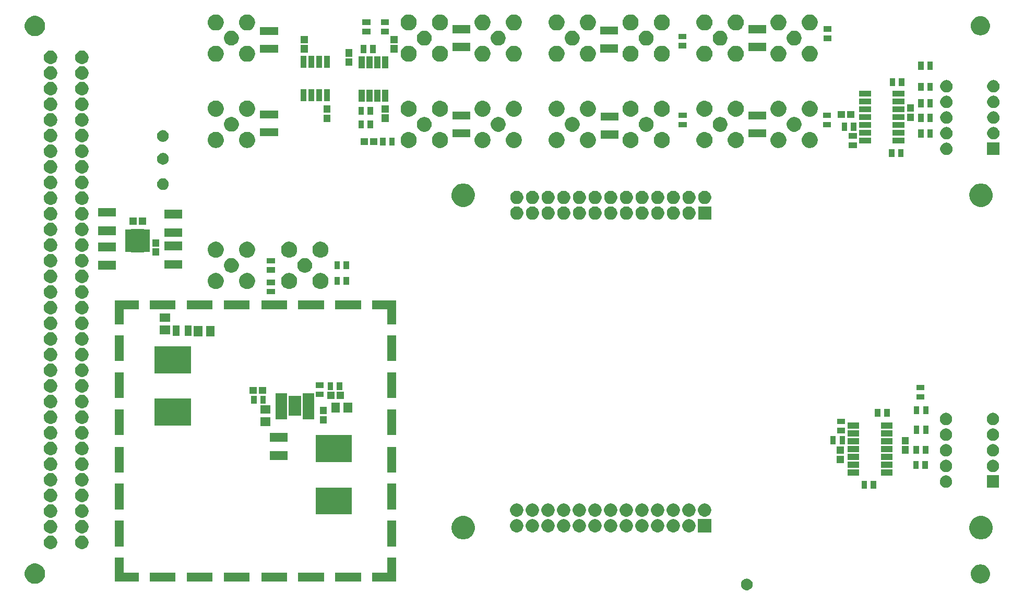
<source format=gbr>
G04 #@! TF.GenerationSoftware,KiCad,Pcbnew,(5.1.5)-3*
G04 #@! TF.CreationDate,2020-09-22T23:53:16+02:00*
G04 #@! TF.ProjectId,RedPitaya_IntStab,52656450-6974-4617-9961-5f496e745374,1.3.2*
G04 #@! TF.SameCoordinates,Original*
G04 #@! TF.FileFunction,Soldermask,Top*
G04 #@! TF.FilePolarity,Negative*
%FSLAX46Y46*%
G04 Gerber Fmt 4.6, Leading zero omitted, Abs format (unit mm)*
G04 Created by KiCad (PCBNEW (5.1.5)-3) date 2020-09-22 23:53:16*
%MOMM*%
%LPD*%
G04 APERTURE LIST*
%ADD10C,0.100000*%
G04 APERTURE END LIST*
D10*
G36*
X189885336Y-138368254D02*
G01*
X189977105Y-138386508D01*
X190149994Y-138458121D01*
X190305590Y-138562087D01*
X190437913Y-138694410D01*
X190541879Y-138850006D01*
X190613492Y-139022895D01*
X190631746Y-139114664D01*
X190648721Y-139200000D01*
X190650000Y-139206433D01*
X190650000Y-139393567D01*
X190613492Y-139577105D01*
X190541879Y-139749994D01*
X190437913Y-139905590D01*
X190305590Y-140037913D01*
X190149994Y-140141879D01*
X189977105Y-140213492D01*
X189885336Y-140231746D01*
X189793568Y-140250000D01*
X189606432Y-140250000D01*
X189514664Y-140231746D01*
X189422895Y-140213492D01*
X189250006Y-140141879D01*
X189094410Y-140037913D01*
X188962087Y-139905590D01*
X188858121Y-139749994D01*
X188786508Y-139577105D01*
X188750000Y-139393567D01*
X188750000Y-139206433D01*
X188751280Y-139200000D01*
X188768254Y-139114664D01*
X188786508Y-139022895D01*
X188858121Y-138850006D01*
X188962087Y-138694410D01*
X189094410Y-138562087D01*
X189250006Y-138458121D01*
X189422895Y-138386508D01*
X189514664Y-138368254D01*
X189606432Y-138350000D01*
X189793568Y-138350000D01*
X189885336Y-138368254D01*
G37*
G36*
X74427874Y-135909023D02*
G01*
X74701287Y-135963408D01*
X75001568Y-136087789D01*
X75271814Y-136268361D01*
X75501639Y-136498186D01*
X75682211Y-136768432D01*
X75806592Y-137068713D01*
X75870000Y-137387489D01*
X75870000Y-137712511D01*
X75806592Y-138031287D01*
X75682211Y-138331568D01*
X75501639Y-138601814D01*
X75271814Y-138831639D01*
X75001568Y-139012211D01*
X74701287Y-139136592D01*
X74427874Y-139190977D01*
X74382512Y-139200000D01*
X74057488Y-139200000D01*
X74012126Y-139190977D01*
X73738713Y-139136592D01*
X73438432Y-139012211D01*
X73168186Y-138831639D01*
X72938361Y-138601814D01*
X72757789Y-138331568D01*
X72633408Y-138031287D01*
X72570000Y-137712511D01*
X72570000Y-137387489D01*
X72633408Y-137068713D01*
X72757789Y-136768432D01*
X72938361Y-136498186D01*
X73168186Y-136268361D01*
X73438432Y-136087789D01*
X73738713Y-135963408D01*
X74012126Y-135909023D01*
X74057488Y-135900000D01*
X74382512Y-135900000D01*
X74427874Y-135909023D01*
G37*
G36*
X227902390Y-136079782D02*
G01*
X228052118Y-136109565D01*
X228168960Y-136157963D01*
X228334199Y-136226407D01*
X228334200Y-136226408D01*
X228588068Y-136396036D01*
X228803964Y-136611932D01*
X228908533Y-136768432D01*
X228973593Y-136865801D01*
X229090435Y-137147883D01*
X229138096Y-137387489D01*
X229150000Y-137447338D01*
X229150000Y-137752662D01*
X229094579Y-138031287D01*
X229090435Y-138052117D01*
X228973593Y-138334199D01*
X228973592Y-138334200D01*
X228803964Y-138588068D01*
X228588068Y-138803964D01*
X228418439Y-138917306D01*
X228334199Y-138973593D01*
X228168960Y-139042037D01*
X228052118Y-139090435D01*
X227902390Y-139120217D01*
X227752663Y-139150000D01*
X227447337Y-139150000D01*
X227297610Y-139120217D01*
X227147882Y-139090435D01*
X227031040Y-139042037D01*
X226865801Y-138973593D01*
X226781561Y-138917306D01*
X226611932Y-138803964D01*
X226396036Y-138588068D01*
X226226408Y-138334200D01*
X226226407Y-138334199D01*
X226109565Y-138052117D01*
X226105422Y-138031287D01*
X226050000Y-137752662D01*
X226050000Y-137447338D01*
X226061905Y-137387489D01*
X226109565Y-137147883D01*
X226226407Y-136865801D01*
X226291467Y-136768432D01*
X226396036Y-136611932D01*
X226611932Y-136396036D01*
X226865800Y-136226408D01*
X226865801Y-136226407D01*
X227031040Y-136157963D01*
X227147882Y-136109565D01*
X227297610Y-136079782D01*
X227447337Y-136050000D01*
X227752663Y-136050000D01*
X227902390Y-136079782D01*
G37*
G36*
X121150000Y-138790000D02*
G01*
X116950000Y-138790000D01*
X116950000Y-137390000D01*
X121150000Y-137390000D01*
X121150000Y-138790000D01*
G37*
G36*
X88610000Y-137265001D02*
G01*
X88612402Y-137289387D01*
X88619515Y-137312836D01*
X88631066Y-137334447D01*
X88646611Y-137353389D01*
X88665553Y-137368934D01*
X88687164Y-137380485D01*
X88710613Y-137387598D01*
X88734999Y-137390000D01*
X91050000Y-137390000D01*
X91050000Y-138790000D01*
X87210000Y-138790000D01*
X87210000Y-134950000D01*
X88610000Y-134950000D01*
X88610000Y-137265001D01*
G37*
G36*
X97050000Y-138790000D02*
G01*
X92850000Y-138790000D01*
X92850000Y-137390000D01*
X97050000Y-137390000D01*
X97050000Y-138790000D01*
G37*
G36*
X103050000Y-138790000D02*
G01*
X98850000Y-138790000D01*
X98850000Y-137390000D01*
X103050000Y-137390000D01*
X103050000Y-138790000D01*
G37*
G36*
X115150000Y-138790000D02*
G01*
X110950000Y-138790000D01*
X110950000Y-137390000D01*
X115150000Y-137390000D01*
X115150000Y-138790000D01*
G37*
G36*
X109050000Y-138790000D02*
G01*
X104850000Y-138790000D01*
X104850000Y-137390000D01*
X109050000Y-137390000D01*
X109050000Y-138790000D01*
G37*
G36*
X132790000Y-138790000D02*
G01*
X128950000Y-138790000D01*
X128950000Y-137390000D01*
X131265001Y-137390000D01*
X131289387Y-137387598D01*
X131312836Y-137380485D01*
X131334447Y-137368934D01*
X131353389Y-137353389D01*
X131368934Y-137334447D01*
X131380485Y-137312836D01*
X131387598Y-137289387D01*
X131390000Y-137265001D01*
X131390000Y-134950000D01*
X132790000Y-134950000D01*
X132790000Y-138790000D01*
G37*
G36*
X127150000Y-138790000D02*
G01*
X122950000Y-138790000D01*
X122950000Y-137390000D01*
X127150000Y-137390000D01*
X127150000Y-138790000D01*
G37*
G36*
X77080857Y-131412272D02*
G01*
X77281043Y-131495192D01*
X77281045Y-131495193D01*
X77371738Y-131555792D01*
X77461208Y-131615574D01*
X77614426Y-131768792D01*
X77734808Y-131948957D01*
X77817728Y-132149143D01*
X77860000Y-132361658D01*
X77860000Y-132578342D01*
X77817728Y-132790857D01*
X77734808Y-132991043D01*
X77628597Y-133150000D01*
X77614425Y-133171209D01*
X77461209Y-133324425D01*
X77281045Y-133444807D01*
X77281044Y-133444808D01*
X77281043Y-133444808D01*
X77080857Y-133527728D01*
X76868342Y-133570000D01*
X76651658Y-133570000D01*
X76439143Y-133527728D01*
X76238957Y-133444808D01*
X76238956Y-133444808D01*
X76238955Y-133444807D01*
X76058791Y-133324425D01*
X75905575Y-133171209D01*
X75891404Y-133150000D01*
X75785192Y-132991043D01*
X75702272Y-132790857D01*
X75660000Y-132578342D01*
X75660000Y-132361658D01*
X75702272Y-132149143D01*
X75785192Y-131948957D01*
X75905574Y-131768792D01*
X76058792Y-131615574D01*
X76148262Y-131555792D01*
X76238955Y-131495193D01*
X76238957Y-131495192D01*
X76439143Y-131412272D01*
X76651658Y-131370000D01*
X76868342Y-131370000D01*
X77080857Y-131412272D01*
G37*
G36*
X82160857Y-131412272D02*
G01*
X82361043Y-131495192D01*
X82361045Y-131495193D01*
X82451738Y-131555792D01*
X82541208Y-131615574D01*
X82694426Y-131768792D01*
X82814808Y-131948957D01*
X82897728Y-132149143D01*
X82940000Y-132361658D01*
X82940000Y-132578342D01*
X82897728Y-132790857D01*
X82814808Y-132991043D01*
X82708597Y-133150000D01*
X82694425Y-133171209D01*
X82541209Y-133324425D01*
X82361045Y-133444807D01*
X82361044Y-133444808D01*
X82361043Y-133444808D01*
X82160857Y-133527728D01*
X81948342Y-133570000D01*
X81731658Y-133570000D01*
X81519143Y-133527728D01*
X81318957Y-133444808D01*
X81318956Y-133444808D01*
X81318955Y-133444807D01*
X81138791Y-133324425D01*
X80985575Y-133171209D01*
X80971404Y-133150000D01*
X80865192Y-132991043D01*
X80782272Y-132790857D01*
X80740000Y-132578342D01*
X80740000Y-132361658D01*
X80782272Y-132149143D01*
X80865192Y-131948957D01*
X80985574Y-131768792D01*
X81138792Y-131615574D01*
X81228262Y-131555792D01*
X81318955Y-131495193D01*
X81318957Y-131495192D01*
X81519143Y-131412272D01*
X81731658Y-131370000D01*
X81948342Y-131370000D01*
X82160857Y-131412272D01*
G37*
G36*
X88610000Y-133150000D02*
G01*
X87210000Y-133150000D01*
X87210000Y-128950000D01*
X88610000Y-128950000D01*
X88610000Y-133150000D01*
G37*
G36*
X132790000Y-133150000D02*
G01*
X131390000Y-133150000D01*
X131390000Y-128950000D01*
X132790000Y-128950000D01*
X132790000Y-133150000D01*
G37*
G36*
X228254209Y-128273016D02*
G01*
X228397434Y-128332342D01*
X228599986Y-128416241D01*
X228911179Y-128624174D01*
X229175826Y-128888821D01*
X229383759Y-129200014D01*
X229395679Y-129228792D01*
X229526984Y-129545791D01*
X229550148Y-129662243D01*
X229591823Y-129871755D01*
X229600000Y-129912866D01*
X229600000Y-130287134D01*
X229526984Y-130654209D01*
X229473047Y-130784425D01*
X229383759Y-130999986D01*
X229175826Y-131311179D01*
X228911179Y-131575826D01*
X228599986Y-131783759D01*
X228397434Y-131867658D01*
X228254209Y-131926984D01*
X227887135Y-132000000D01*
X227512865Y-132000000D01*
X227145791Y-131926984D01*
X227002566Y-131867658D01*
X226800014Y-131783759D01*
X226488821Y-131575826D01*
X226224174Y-131311179D01*
X226016241Y-130999986D01*
X225926953Y-130784425D01*
X225873016Y-130654209D01*
X225800000Y-130287134D01*
X225800000Y-129912866D01*
X225808178Y-129871755D01*
X225849852Y-129662243D01*
X225873016Y-129545791D01*
X226004321Y-129228792D01*
X226016241Y-129200014D01*
X226224174Y-128888821D01*
X226488821Y-128624174D01*
X226800014Y-128416241D01*
X227002566Y-128332342D01*
X227145791Y-128273016D01*
X227512865Y-128200000D01*
X227887135Y-128200000D01*
X228254209Y-128273016D01*
G37*
G36*
X144254209Y-128273016D02*
G01*
X144397434Y-128332342D01*
X144599986Y-128416241D01*
X144911179Y-128624174D01*
X145175826Y-128888821D01*
X145383759Y-129200014D01*
X145395679Y-129228792D01*
X145526984Y-129545791D01*
X145550148Y-129662243D01*
X145591823Y-129871755D01*
X145600000Y-129912866D01*
X145600000Y-130287134D01*
X145526984Y-130654209D01*
X145473047Y-130784425D01*
X145383759Y-130999986D01*
X145175826Y-131311179D01*
X144911179Y-131575826D01*
X144599986Y-131783759D01*
X144397434Y-131867658D01*
X144254209Y-131926984D01*
X143887135Y-132000000D01*
X143512865Y-132000000D01*
X143145791Y-131926984D01*
X143002566Y-131867658D01*
X142800014Y-131783759D01*
X142488821Y-131575826D01*
X142224174Y-131311179D01*
X142016241Y-130999986D01*
X141926953Y-130784425D01*
X141873016Y-130654209D01*
X141800000Y-130287134D01*
X141800000Y-129912866D01*
X141808178Y-129871755D01*
X141849852Y-129662243D01*
X141873016Y-129545791D01*
X142004321Y-129228792D01*
X142016241Y-129200014D01*
X142224174Y-128888821D01*
X142488821Y-128624174D01*
X142800014Y-128416241D01*
X143002566Y-128332342D01*
X143145791Y-128273016D01*
X143512865Y-128200000D01*
X143887135Y-128200000D01*
X144254209Y-128273016D01*
G37*
G36*
X82160857Y-128872272D02*
G01*
X82348508Y-128950000D01*
X82361045Y-128955193D01*
X82451738Y-129015792D01*
X82541208Y-129075574D01*
X82694426Y-129228792D01*
X82814808Y-129408957D01*
X82897728Y-129609143D01*
X82940000Y-129821658D01*
X82940000Y-130038342D01*
X82897728Y-130250857D01*
X82882701Y-130287135D01*
X82814807Y-130451045D01*
X82694425Y-130631209D01*
X82541209Y-130784425D01*
X82361045Y-130904807D01*
X82361044Y-130904808D01*
X82361043Y-130904808D01*
X82160857Y-130987728D01*
X81948342Y-131030000D01*
X81731658Y-131030000D01*
X81519143Y-130987728D01*
X81318957Y-130904808D01*
X81318956Y-130904808D01*
X81318955Y-130904807D01*
X81138791Y-130784425D01*
X80985575Y-130631209D01*
X80865193Y-130451045D01*
X80797299Y-130287135D01*
X80782272Y-130250857D01*
X80740000Y-130038342D01*
X80740000Y-129821658D01*
X80782272Y-129609143D01*
X80865192Y-129408957D01*
X80985574Y-129228792D01*
X81138792Y-129075574D01*
X81228262Y-129015792D01*
X81318955Y-128955193D01*
X81331492Y-128950000D01*
X81519143Y-128872272D01*
X81731658Y-128830000D01*
X81948342Y-128830000D01*
X82160857Y-128872272D01*
G37*
G36*
X77080857Y-128872272D02*
G01*
X77268508Y-128950000D01*
X77281045Y-128955193D01*
X77371738Y-129015792D01*
X77461208Y-129075574D01*
X77614426Y-129228792D01*
X77734808Y-129408957D01*
X77817728Y-129609143D01*
X77860000Y-129821658D01*
X77860000Y-130038342D01*
X77817728Y-130250857D01*
X77802701Y-130287135D01*
X77734807Y-130451045D01*
X77614425Y-130631209D01*
X77461209Y-130784425D01*
X77281045Y-130904807D01*
X77281044Y-130904808D01*
X77281043Y-130904808D01*
X77080857Y-130987728D01*
X76868342Y-131030000D01*
X76651658Y-131030000D01*
X76439143Y-130987728D01*
X76238957Y-130904808D01*
X76238956Y-130904808D01*
X76238955Y-130904807D01*
X76058791Y-130784425D01*
X75905575Y-130631209D01*
X75785193Y-130451045D01*
X75717299Y-130287135D01*
X75702272Y-130250857D01*
X75660000Y-130038342D01*
X75660000Y-129821658D01*
X75702272Y-129609143D01*
X75785192Y-129408957D01*
X75905574Y-129228792D01*
X76058792Y-129075574D01*
X76148262Y-129015792D01*
X76238955Y-128955193D01*
X76251492Y-128950000D01*
X76439143Y-128872272D01*
X76651658Y-128830000D01*
X76868342Y-128830000D01*
X77080857Y-128872272D01*
G37*
G36*
X173017240Y-128744273D02*
G01*
X173210802Y-128824449D01*
X173385005Y-128940848D01*
X173533152Y-129088995D01*
X173649551Y-129263198D01*
X173729727Y-129456760D01*
X173770600Y-129662243D01*
X173770600Y-129871757D01*
X173729727Y-130077240D01*
X173649551Y-130270802D01*
X173533152Y-130445005D01*
X173385005Y-130593152D01*
X173210802Y-130709551D01*
X173017240Y-130789727D01*
X172811757Y-130830600D01*
X172602243Y-130830600D01*
X172396760Y-130789727D01*
X172203198Y-130709551D01*
X172028995Y-130593152D01*
X171880848Y-130445005D01*
X171764449Y-130270802D01*
X171684273Y-130077240D01*
X171643400Y-129871757D01*
X171643400Y-129662243D01*
X171684273Y-129456760D01*
X171764449Y-129263198D01*
X171880848Y-129088995D01*
X172028995Y-128940848D01*
X172203198Y-128824449D01*
X172396760Y-128744273D01*
X172602243Y-128703400D01*
X172811757Y-128703400D01*
X173017240Y-128744273D01*
G37*
G36*
X152697240Y-128744273D02*
G01*
X152890802Y-128824449D01*
X153065005Y-128940848D01*
X153213152Y-129088995D01*
X153329551Y-129263198D01*
X153409727Y-129456760D01*
X153450600Y-129662243D01*
X153450600Y-129871757D01*
X153409727Y-130077240D01*
X153329551Y-130270802D01*
X153213152Y-130445005D01*
X153065005Y-130593152D01*
X152890802Y-130709551D01*
X152697240Y-130789727D01*
X152491757Y-130830600D01*
X152282243Y-130830600D01*
X152076760Y-130789727D01*
X151883198Y-130709551D01*
X151708995Y-130593152D01*
X151560848Y-130445005D01*
X151444449Y-130270802D01*
X151364273Y-130077240D01*
X151323400Y-129871757D01*
X151323400Y-129662243D01*
X151364273Y-129456760D01*
X151444449Y-129263198D01*
X151560848Y-129088995D01*
X151708995Y-128940848D01*
X151883198Y-128824449D01*
X152076760Y-128744273D01*
X152282243Y-128703400D01*
X152491757Y-128703400D01*
X152697240Y-128744273D01*
G37*
G36*
X162857240Y-128744273D02*
G01*
X163050802Y-128824449D01*
X163225005Y-128940848D01*
X163373152Y-129088995D01*
X163489551Y-129263198D01*
X163569727Y-129456760D01*
X163610600Y-129662243D01*
X163610600Y-129871757D01*
X163569727Y-130077240D01*
X163489551Y-130270802D01*
X163373152Y-130445005D01*
X163225005Y-130593152D01*
X163050802Y-130709551D01*
X162857240Y-130789727D01*
X162651757Y-130830600D01*
X162442243Y-130830600D01*
X162236760Y-130789727D01*
X162043198Y-130709551D01*
X161868995Y-130593152D01*
X161720848Y-130445005D01*
X161604449Y-130270802D01*
X161524273Y-130077240D01*
X161483400Y-129871757D01*
X161483400Y-129662243D01*
X161524273Y-129456760D01*
X161604449Y-129263198D01*
X161720848Y-129088995D01*
X161868995Y-128940848D01*
X162043198Y-128824449D01*
X162236760Y-128744273D01*
X162442243Y-128703400D01*
X162651757Y-128703400D01*
X162857240Y-128744273D01*
G37*
G36*
X183930600Y-130830600D02*
G01*
X181803400Y-130830600D01*
X181803400Y-128703400D01*
X183930600Y-128703400D01*
X183930600Y-130830600D01*
G37*
G36*
X180637240Y-128744273D02*
G01*
X180830802Y-128824449D01*
X181005005Y-128940848D01*
X181153152Y-129088995D01*
X181269551Y-129263198D01*
X181349727Y-129456760D01*
X181390600Y-129662243D01*
X181390600Y-129871757D01*
X181349727Y-130077240D01*
X181269551Y-130270802D01*
X181153152Y-130445005D01*
X181005005Y-130593152D01*
X180830802Y-130709551D01*
X180637240Y-130789727D01*
X180431757Y-130830600D01*
X180222243Y-130830600D01*
X180016760Y-130789727D01*
X179823198Y-130709551D01*
X179648995Y-130593152D01*
X179500848Y-130445005D01*
X179384449Y-130270802D01*
X179304273Y-130077240D01*
X179263400Y-129871757D01*
X179263400Y-129662243D01*
X179304273Y-129456760D01*
X179384449Y-129263198D01*
X179500848Y-129088995D01*
X179648995Y-128940848D01*
X179823198Y-128824449D01*
X180016760Y-128744273D01*
X180222243Y-128703400D01*
X180431757Y-128703400D01*
X180637240Y-128744273D01*
G37*
G36*
X178097240Y-128744273D02*
G01*
X178290802Y-128824449D01*
X178465005Y-128940848D01*
X178613152Y-129088995D01*
X178729551Y-129263198D01*
X178809727Y-129456760D01*
X178850600Y-129662243D01*
X178850600Y-129871757D01*
X178809727Y-130077240D01*
X178729551Y-130270802D01*
X178613152Y-130445005D01*
X178465005Y-130593152D01*
X178290802Y-130709551D01*
X178097240Y-130789727D01*
X177891757Y-130830600D01*
X177682243Y-130830600D01*
X177476760Y-130789727D01*
X177283198Y-130709551D01*
X177108995Y-130593152D01*
X176960848Y-130445005D01*
X176844449Y-130270802D01*
X176764273Y-130077240D01*
X176723400Y-129871757D01*
X176723400Y-129662243D01*
X176764273Y-129456760D01*
X176844449Y-129263198D01*
X176960848Y-129088995D01*
X177108995Y-128940848D01*
X177283198Y-128824449D01*
X177476760Y-128744273D01*
X177682243Y-128703400D01*
X177891757Y-128703400D01*
X178097240Y-128744273D01*
G37*
G36*
X175557240Y-128744273D02*
G01*
X175750802Y-128824449D01*
X175925005Y-128940848D01*
X176073152Y-129088995D01*
X176189551Y-129263198D01*
X176269727Y-129456760D01*
X176310600Y-129662243D01*
X176310600Y-129871757D01*
X176269727Y-130077240D01*
X176189551Y-130270802D01*
X176073152Y-130445005D01*
X175925005Y-130593152D01*
X175750802Y-130709551D01*
X175557240Y-130789727D01*
X175351757Y-130830600D01*
X175142243Y-130830600D01*
X174936760Y-130789727D01*
X174743198Y-130709551D01*
X174568995Y-130593152D01*
X174420848Y-130445005D01*
X174304449Y-130270802D01*
X174224273Y-130077240D01*
X174183400Y-129871757D01*
X174183400Y-129662243D01*
X174224273Y-129456760D01*
X174304449Y-129263198D01*
X174420848Y-129088995D01*
X174568995Y-128940848D01*
X174743198Y-128824449D01*
X174936760Y-128744273D01*
X175142243Y-128703400D01*
X175351757Y-128703400D01*
X175557240Y-128744273D01*
G37*
G36*
X170477240Y-128744273D02*
G01*
X170670802Y-128824449D01*
X170845005Y-128940848D01*
X170993152Y-129088995D01*
X171109551Y-129263198D01*
X171189727Y-129456760D01*
X171230600Y-129662243D01*
X171230600Y-129871757D01*
X171189727Y-130077240D01*
X171109551Y-130270802D01*
X170993152Y-130445005D01*
X170845005Y-130593152D01*
X170670802Y-130709551D01*
X170477240Y-130789727D01*
X170271757Y-130830600D01*
X170062243Y-130830600D01*
X169856760Y-130789727D01*
X169663198Y-130709551D01*
X169488995Y-130593152D01*
X169340848Y-130445005D01*
X169224449Y-130270802D01*
X169144273Y-130077240D01*
X169103400Y-129871757D01*
X169103400Y-129662243D01*
X169144273Y-129456760D01*
X169224449Y-129263198D01*
X169340848Y-129088995D01*
X169488995Y-128940848D01*
X169663198Y-128824449D01*
X169856760Y-128744273D01*
X170062243Y-128703400D01*
X170271757Y-128703400D01*
X170477240Y-128744273D01*
G37*
G36*
X167937240Y-128744273D02*
G01*
X168130802Y-128824449D01*
X168305005Y-128940848D01*
X168453152Y-129088995D01*
X168569551Y-129263198D01*
X168649727Y-129456760D01*
X168690600Y-129662243D01*
X168690600Y-129871757D01*
X168649727Y-130077240D01*
X168569551Y-130270802D01*
X168453152Y-130445005D01*
X168305005Y-130593152D01*
X168130802Y-130709551D01*
X167937240Y-130789727D01*
X167731757Y-130830600D01*
X167522243Y-130830600D01*
X167316760Y-130789727D01*
X167123198Y-130709551D01*
X166948995Y-130593152D01*
X166800848Y-130445005D01*
X166684449Y-130270802D01*
X166604273Y-130077240D01*
X166563400Y-129871757D01*
X166563400Y-129662243D01*
X166604273Y-129456760D01*
X166684449Y-129263198D01*
X166800848Y-129088995D01*
X166948995Y-128940848D01*
X167123198Y-128824449D01*
X167316760Y-128744273D01*
X167522243Y-128703400D01*
X167731757Y-128703400D01*
X167937240Y-128744273D01*
G37*
G36*
X165397240Y-128744273D02*
G01*
X165590802Y-128824449D01*
X165765005Y-128940848D01*
X165913152Y-129088995D01*
X166029551Y-129263198D01*
X166109727Y-129456760D01*
X166150600Y-129662243D01*
X166150600Y-129871757D01*
X166109727Y-130077240D01*
X166029551Y-130270802D01*
X165913152Y-130445005D01*
X165765005Y-130593152D01*
X165590802Y-130709551D01*
X165397240Y-130789727D01*
X165191757Y-130830600D01*
X164982243Y-130830600D01*
X164776760Y-130789727D01*
X164583198Y-130709551D01*
X164408995Y-130593152D01*
X164260848Y-130445005D01*
X164144449Y-130270802D01*
X164064273Y-130077240D01*
X164023400Y-129871757D01*
X164023400Y-129662243D01*
X164064273Y-129456760D01*
X164144449Y-129263198D01*
X164260848Y-129088995D01*
X164408995Y-128940848D01*
X164583198Y-128824449D01*
X164776760Y-128744273D01*
X164982243Y-128703400D01*
X165191757Y-128703400D01*
X165397240Y-128744273D01*
G37*
G36*
X160317240Y-128744273D02*
G01*
X160510802Y-128824449D01*
X160685005Y-128940848D01*
X160833152Y-129088995D01*
X160949551Y-129263198D01*
X161029727Y-129456760D01*
X161070600Y-129662243D01*
X161070600Y-129871757D01*
X161029727Y-130077240D01*
X160949551Y-130270802D01*
X160833152Y-130445005D01*
X160685005Y-130593152D01*
X160510802Y-130709551D01*
X160317240Y-130789727D01*
X160111757Y-130830600D01*
X159902243Y-130830600D01*
X159696760Y-130789727D01*
X159503198Y-130709551D01*
X159328995Y-130593152D01*
X159180848Y-130445005D01*
X159064449Y-130270802D01*
X158984273Y-130077240D01*
X158943400Y-129871757D01*
X158943400Y-129662243D01*
X158984273Y-129456760D01*
X159064449Y-129263198D01*
X159180848Y-129088995D01*
X159328995Y-128940848D01*
X159503198Y-128824449D01*
X159696760Y-128744273D01*
X159902243Y-128703400D01*
X160111757Y-128703400D01*
X160317240Y-128744273D01*
G37*
G36*
X157777240Y-128744273D02*
G01*
X157970802Y-128824449D01*
X158145005Y-128940848D01*
X158293152Y-129088995D01*
X158409551Y-129263198D01*
X158489727Y-129456760D01*
X158530600Y-129662243D01*
X158530600Y-129871757D01*
X158489727Y-130077240D01*
X158409551Y-130270802D01*
X158293152Y-130445005D01*
X158145005Y-130593152D01*
X157970802Y-130709551D01*
X157777240Y-130789727D01*
X157571757Y-130830600D01*
X157362243Y-130830600D01*
X157156760Y-130789727D01*
X156963198Y-130709551D01*
X156788995Y-130593152D01*
X156640848Y-130445005D01*
X156524449Y-130270802D01*
X156444273Y-130077240D01*
X156403400Y-129871757D01*
X156403400Y-129662243D01*
X156444273Y-129456760D01*
X156524449Y-129263198D01*
X156640848Y-129088995D01*
X156788995Y-128940848D01*
X156963198Y-128824449D01*
X157156760Y-128744273D01*
X157362243Y-128703400D01*
X157571757Y-128703400D01*
X157777240Y-128744273D01*
G37*
G36*
X155237240Y-128744273D02*
G01*
X155430802Y-128824449D01*
X155605005Y-128940848D01*
X155753152Y-129088995D01*
X155869551Y-129263198D01*
X155949727Y-129456760D01*
X155990600Y-129662243D01*
X155990600Y-129871757D01*
X155949727Y-130077240D01*
X155869551Y-130270802D01*
X155753152Y-130445005D01*
X155605005Y-130593152D01*
X155430802Y-130709551D01*
X155237240Y-130789727D01*
X155031757Y-130830600D01*
X154822243Y-130830600D01*
X154616760Y-130789727D01*
X154423198Y-130709551D01*
X154248995Y-130593152D01*
X154100848Y-130445005D01*
X153984449Y-130270802D01*
X153904273Y-130077240D01*
X153863400Y-129871757D01*
X153863400Y-129662243D01*
X153904273Y-129456760D01*
X153984449Y-129263198D01*
X154100848Y-129088995D01*
X154248995Y-128940848D01*
X154423198Y-128824449D01*
X154616760Y-128744273D01*
X154822243Y-128703400D01*
X155031757Y-128703400D01*
X155237240Y-128744273D01*
G37*
G36*
X82160857Y-126332272D02*
G01*
X82361043Y-126415192D01*
X82361045Y-126415193D01*
X82451738Y-126475792D01*
X82541208Y-126535574D01*
X82694426Y-126688792D01*
X82814808Y-126868957D01*
X82897728Y-127069143D01*
X82940000Y-127281658D01*
X82940000Y-127498342D01*
X82897728Y-127710857D01*
X82889466Y-127730802D01*
X82814807Y-127911045D01*
X82694425Y-128091209D01*
X82541209Y-128244425D01*
X82361045Y-128364807D01*
X82361044Y-128364808D01*
X82361043Y-128364808D01*
X82160857Y-128447728D01*
X81948342Y-128490000D01*
X81731658Y-128490000D01*
X81519143Y-128447728D01*
X81318957Y-128364808D01*
X81318956Y-128364808D01*
X81318955Y-128364807D01*
X81138791Y-128244425D01*
X80985575Y-128091209D01*
X80865193Y-127911045D01*
X80790534Y-127730802D01*
X80782272Y-127710857D01*
X80740000Y-127498342D01*
X80740000Y-127281658D01*
X80782272Y-127069143D01*
X80865192Y-126868957D01*
X80985574Y-126688792D01*
X81138792Y-126535574D01*
X81228262Y-126475792D01*
X81318955Y-126415193D01*
X81318957Y-126415192D01*
X81519143Y-126332272D01*
X81731658Y-126290000D01*
X81948342Y-126290000D01*
X82160857Y-126332272D01*
G37*
G36*
X77080857Y-126332272D02*
G01*
X77281043Y-126415192D01*
X77281045Y-126415193D01*
X77371738Y-126475792D01*
X77461208Y-126535574D01*
X77614426Y-126688792D01*
X77734808Y-126868957D01*
X77817728Y-127069143D01*
X77860000Y-127281658D01*
X77860000Y-127498342D01*
X77817728Y-127710857D01*
X77809466Y-127730802D01*
X77734807Y-127911045D01*
X77614425Y-128091209D01*
X77461209Y-128244425D01*
X77281045Y-128364807D01*
X77281044Y-128364808D01*
X77281043Y-128364808D01*
X77080857Y-128447728D01*
X76868342Y-128490000D01*
X76651658Y-128490000D01*
X76439143Y-128447728D01*
X76238957Y-128364808D01*
X76238956Y-128364808D01*
X76238955Y-128364807D01*
X76058791Y-128244425D01*
X75905575Y-128091209D01*
X75785193Y-127911045D01*
X75710534Y-127730802D01*
X75702272Y-127710857D01*
X75660000Y-127498342D01*
X75660000Y-127281658D01*
X75702272Y-127069143D01*
X75785192Y-126868957D01*
X75905574Y-126688792D01*
X76058792Y-126535574D01*
X76148262Y-126475792D01*
X76238955Y-126415193D01*
X76238957Y-126415192D01*
X76439143Y-126332272D01*
X76651658Y-126290000D01*
X76868342Y-126290000D01*
X77080857Y-126332272D01*
G37*
G36*
X170477240Y-126204273D02*
G01*
X170670802Y-126284449D01*
X170845005Y-126400848D01*
X170993152Y-126548995D01*
X171109551Y-126723198D01*
X171189727Y-126916760D01*
X171230600Y-127122243D01*
X171230600Y-127331757D01*
X171189727Y-127537240D01*
X171109551Y-127730802D01*
X170993152Y-127905005D01*
X170845005Y-128053152D01*
X170670802Y-128169551D01*
X170477240Y-128249727D01*
X170271757Y-128290600D01*
X170062243Y-128290600D01*
X169856760Y-128249727D01*
X169663198Y-128169551D01*
X169488995Y-128053152D01*
X169340848Y-127905005D01*
X169224449Y-127730802D01*
X169144273Y-127537240D01*
X169103400Y-127331757D01*
X169103400Y-127122243D01*
X169144273Y-126916760D01*
X169224449Y-126723198D01*
X169340848Y-126548995D01*
X169488995Y-126400848D01*
X169663198Y-126284449D01*
X169856760Y-126204273D01*
X170062243Y-126163400D01*
X170271757Y-126163400D01*
X170477240Y-126204273D01*
G37*
G36*
X173017240Y-126204273D02*
G01*
X173210802Y-126284449D01*
X173385005Y-126400848D01*
X173533152Y-126548995D01*
X173649551Y-126723198D01*
X173729727Y-126916760D01*
X173770600Y-127122243D01*
X173770600Y-127331757D01*
X173729727Y-127537240D01*
X173649551Y-127730802D01*
X173533152Y-127905005D01*
X173385005Y-128053152D01*
X173210802Y-128169551D01*
X173017240Y-128249727D01*
X172811757Y-128290600D01*
X172602243Y-128290600D01*
X172396760Y-128249727D01*
X172203198Y-128169551D01*
X172028995Y-128053152D01*
X171880848Y-127905005D01*
X171764449Y-127730802D01*
X171684273Y-127537240D01*
X171643400Y-127331757D01*
X171643400Y-127122243D01*
X171684273Y-126916760D01*
X171764449Y-126723198D01*
X171880848Y-126548995D01*
X172028995Y-126400848D01*
X172203198Y-126284449D01*
X172396760Y-126204273D01*
X172602243Y-126163400D01*
X172811757Y-126163400D01*
X173017240Y-126204273D01*
G37*
G36*
X167937240Y-126204273D02*
G01*
X168130802Y-126284449D01*
X168305005Y-126400848D01*
X168453152Y-126548995D01*
X168569551Y-126723198D01*
X168649727Y-126916760D01*
X168690600Y-127122243D01*
X168690600Y-127331757D01*
X168649727Y-127537240D01*
X168569551Y-127730802D01*
X168453152Y-127905005D01*
X168305005Y-128053152D01*
X168130802Y-128169551D01*
X167937240Y-128249727D01*
X167731757Y-128290600D01*
X167522243Y-128290600D01*
X167316760Y-128249727D01*
X167123198Y-128169551D01*
X166948995Y-128053152D01*
X166800848Y-127905005D01*
X166684449Y-127730802D01*
X166604273Y-127537240D01*
X166563400Y-127331757D01*
X166563400Y-127122243D01*
X166604273Y-126916760D01*
X166684449Y-126723198D01*
X166800848Y-126548995D01*
X166948995Y-126400848D01*
X167123198Y-126284449D01*
X167316760Y-126204273D01*
X167522243Y-126163400D01*
X167731757Y-126163400D01*
X167937240Y-126204273D01*
G37*
G36*
X165397240Y-126204273D02*
G01*
X165590802Y-126284449D01*
X165765005Y-126400848D01*
X165913152Y-126548995D01*
X166029551Y-126723198D01*
X166109727Y-126916760D01*
X166150600Y-127122243D01*
X166150600Y-127331757D01*
X166109727Y-127537240D01*
X166029551Y-127730802D01*
X165913152Y-127905005D01*
X165765005Y-128053152D01*
X165590802Y-128169551D01*
X165397240Y-128249727D01*
X165191757Y-128290600D01*
X164982243Y-128290600D01*
X164776760Y-128249727D01*
X164583198Y-128169551D01*
X164408995Y-128053152D01*
X164260848Y-127905005D01*
X164144449Y-127730802D01*
X164064273Y-127537240D01*
X164023400Y-127331757D01*
X164023400Y-127122243D01*
X164064273Y-126916760D01*
X164144449Y-126723198D01*
X164260848Y-126548995D01*
X164408995Y-126400848D01*
X164583198Y-126284449D01*
X164776760Y-126204273D01*
X164982243Y-126163400D01*
X165191757Y-126163400D01*
X165397240Y-126204273D01*
G37*
G36*
X162857240Y-126204273D02*
G01*
X163050802Y-126284449D01*
X163225005Y-126400848D01*
X163373152Y-126548995D01*
X163489551Y-126723198D01*
X163569727Y-126916760D01*
X163610600Y-127122243D01*
X163610600Y-127331757D01*
X163569727Y-127537240D01*
X163489551Y-127730802D01*
X163373152Y-127905005D01*
X163225005Y-128053152D01*
X163050802Y-128169551D01*
X162857240Y-128249727D01*
X162651757Y-128290600D01*
X162442243Y-128290600D01*
X162236760Y-128249727D01*
X162043198Y-128169551D01*
X161868995Y-128053152D01*
X161720848Y-127905005D01*
X161604449Y-127730802D01*
X161524273Y-127537240D01*
X161483400Y-127331757D01*
X161483400Y-127122243D01*
X161524273Y-126916760D01*
X161604449Y-126723198D01*
X161720848Y-126548995D01*
X161868995Y-126400848D01*
X162043198Y-126284449D01*
X162236760Y-126204273D01*
X162442243Y-126163400D01*
X162651757Y-126163400D01*
X162857240Y-126204273D01*
G37*
G36*
X160317240Y-126204273D02*
G01*
X160510802Y-126284449D01*
X160685005Y-126400848D01*
X160833152Y-126548995D01*
X160949551Y-126723198D01*
X161029727Y-126916760D01*
X161070600Y-127122243D01*
X161070600Y-127331757D01*
X161029727Y-127537240D01*
X160949551Y-127730802D01*
X160833152Y-127905005D01*
X160685005Y-128053152D01*
X160510802Y-128169551D01*
X160317240Y-128249727D01*
X160111757Y-128290600D01*
X159902243Y-128290600D01*
X159696760Y-128249727D01*
X159503198Y-128169551D01*
X159328995Y-128053152D01*
X159180848Y-127905005D01*
X159064449Y-127730802D01*
X158984273Y-127537240D01*
X158943400Y-127331757D01*
X158943400Y-127122243D01*
X158984273Y-126916760D01*
X159064449Y-126723198D01*
X159180848Y-126548995D01*
X159328995Y-126400848D01*
X159503198Y-126284449D01*
X159696760Y-126204273D01*
X159902243Y-126163400D01*
X160111757Y-126163400D01*
X160317240Y-126204273D01*
G37*
G36*
X157777240Y-126204273D02*
G01*
X157970802Y-126284449D01*
X158145005Y-126400848D01*
X158293152Y-126548995D01*
X158409551Y-126723198D01*
X158489727Y-126916760D01*
X158530600Y-127122243D01*
X158530600Y-127331757D01*
X158489727Y-127537240D01*
X158409551Y-127730802D01*
X158293152Y-127905005D01*
X158145005Y-128053152D01*
X157970802Y-128169551D01*
X157777240Y-128249727D01*
X157571757Y-128290600D01*
X157362243Y-128290600D01*
X157156760Y-128249727D01*
X156963198Y-128169551D01*
X156788995Y-128053152D01*
X156640848Y-127905005D01*
X156524449Y-127730802D01*
X156444273Y-127537240D01*
X156403400Y-127331757D01*
X156403400Y-127122243D01*
X156444273Y-126916760D01*
X156524449Y-126723198D01*
X156640848Y-126548995D01*
X156788995Y-126400848D01*
X156963198Y-126284449D01*
X157156760Y-126204273D01*
X157362243Y-126163400D01*
X157571757Y-126163400D01*
X157777240Y-126204273D01*
G37*
G36*
X152697240Y-126204273D02*
G01*
X152890802Y-126284449D01*
X153065005Y-126400848D01*
X153213152Y-126548995D01*
X153329551Y-126723198D01*
X153409727Y-126916760D01*
X153450600Y-127122243D01*
X153450600Y-127331757D01*
X153409727Y-127537240D01*
X153329551Y-127730802D01*
X153213152Y-127905005D01*
X153065005Y-128053152D01*
X152890802Y-128169551D01*
X152697240Y-128249727D01*
X152491757Y-128290600D01*
X152282243Y-128290600D01*
X152076760Y-128249727D01*
X151883198Y-128169551D01*
X151708995Y-128053152D01*
X151560848Y-127905005D01*
X151444449Y-127730802D01*
X151364273Y-127537240D01*
X151323400Y-127331757D01*
X151323400Y-127122243D01*
X151364273Y-126916760D01*
X151444449Y-126723198D01*
X151560848Y-126548995D01*
X151708995Y-126400848D01*
X151883198Y-126284449D01*
X152076760Y-126204273D01*
X152282243Y-126163400D01*
X152491757Y-126163400D01*
X152697240Y-126204273D01*
G37*
G36*
X175557240Y-126204273D02*
G01*
X175750802Y-126284449D01*
X175925005Y-126400848D01*
X176073152Y-126548995D01*
X176189551Y-126723198D01*
X176269727Y-126916760D01*
X176310600Y-127122243D01*
X176310600Y-127331757D01*
X176269727Y-127537240D01*
X176189551Y-127730802D01*
X176073152Y-127905005D01*
X175925005Y-128053152D01*
X175750802Y-128169551D01*
X175557240Y-128249727D01*
X175351757Y-128290600D01*
X175142243Y-128290600D01*
X174936760Y-128249727D01*
X174743198Y-128169551D01*
X174568995Y-128053152D01*
X174420848Y-127905005D01*
X174304449Y-127730802D01*
X174224273Y-127537240D01*
X174183400Y-127331757D01*
X174183400Y-127122243D01*
X174224273Y-126916760D01*
X174304449Y-126723198D01*
X174420848Y-126548995D01*
X174568995Y-126400848D01*
X174743198Y-126284449D01*
X174936760Y-126204273D01*
X175142243Y-126163400D01*
X175351757Y-126163400D01*
X175557240Y-126204273D01*
G37*
G36*
X178097240Y-126204273D02*
G01*
X178290802Y-126284449D01*
X178465005Y-126400848D01*
X178613152Y-126548995D01*
X178729551Y-126723198D01*
X178809727Y-126916760D01*
X178850600Y-127122243D01*
X178850600Y-127331757D01*
X178809727Y-127537240D01*
X178729551Y-127730802D01*
X178613152Y-127905005D01*
X178465005Y-128053152D01*
X178290802Y-128169551D01*
X178097240Y-128249727D01*
X177891757Y-128290600D01*
X177682243Y-128290600D01*
X177476760Y-128249727D01*
X177283198Y-128169551D01*
X177108995Y-128053152D01*
X176960848Y-127905005D01*
X176844449Y-127730802D01*
X176764273Y-127537240D01*
X176723400Y-127331757D01*
X176723400Y-127122243D01*
X176764273Y-126916760D01*
X176844449Y-126723198D01*
X176960848Y-126548995D01*
X177108995Y-126400848D01*
X177283198Y-126284449D01*
X177476760Y-126204273D01*
X177682243Y-126163400D01*
X177891757Y-126163400D01*
X178097240Y-126204273D01*
G37*
G36*
X180637240Y-126204273D02*
G01*
X180830802Y-126284449D01*
X181005005Y-126400848D01*
X181153152Y-126548995D01*
X181269551Y-126723198D01*
X181349727Y-126916760D01*
X181390600Y-127122243D01*
X181390600Y-127331757D01*
X181349727Y-127537240D01*
X181269551Y-127730802D01*
X181153152Y-127905005D01*
X181005005Y-128053152D01*
X180830802Y-128169551D01*
X180637240Y-128249727D01*
X180431757Y-128290600D01*
X180222243Y-128290600D01*
X180016760Y-128249727D01*
X179823198Y-128169551D01*
X179648995Y-128053152D01*
X179500848Y-127905005D01*
X179384449Y-127730802D01*
X179304273Y-127537240D01*
X179263400Y-127331757D01*
X179263400Y-127122243D01*
X179304273Y-126916760D01*
X179384449Y-126723198D01*
X179500848Y-126548995D01*
X179648995Y-126400848D01*
X179823198Y-126284449D01*
X180016760Y-126204273D01*
X180222243Y-126163400D01*
X180431757Y-126163400D01*
X180637240Y-126204273D01*
G37*
G36*
X183177240Y-126204273D02*
G01*
X183370802Y-126284449D01*
X183545005Y-126400848D01*
X183693152Y-126548995D01*
X183809551Y-126723198D01*
X183889727Y-126916760D01*
X183930600Y-127122243D01*
X183930600Y-127331757D01*
X183889727Y-127537240D01*
X183809551Y-127730802D01*
X183693152Y-127905005D01*
X183545005Y-128053152D01*
X183370802Y-128169551D01*
X183177240Y-128249727D01*
X182971757Y-128290600D01*
X182762243Y-128290600D01*
X182556760Y-128249727D01*
X182363198Y-128169551D01*
X182188995Y-128053152D01*
X182040848Y-127905005D01*
X181924449Y-127730802D01*
X181844273Y-127537240D01*
X181803400Y-127331757D01*
X181803400Y-127122243D01*
X181844273Y-126916760D01*
X181924449Y-126723198D01*
X182040848Y-126548995D01*
X182188995Y-126400848D01*
X182363198Y-126284449D01*
X182556760Y-126204273D01*
X182762243Y-126163400D01*
X182971757Y-126163400D01*
X183177240Y-126204273D01*
G37*
G36*
X155237240Y-126204273D02*
G01*
X155430802Y-126284449D01*
X155605005Y-126400848D01*
X155753152Y-126548995D01*
X155869551Y-126723198D01*
X155949727Y-126916760D01*
X155990600Y-127122243D01*
X155990600Y-127331757D01*
X155949727Y-127537240D01*
X155869551Y-127730802D01*
X155753152Y-127905005D01*
X155605005Y-128053152D01*
X155430802Y-128169551D01*
X155237240Y-128249727D01*
X155031757Y-128290600D01*
X154822243Y-128290600D01*
X154616760Y-128249727D01*
X154423198Y-128169551D01*
X154248995Y-128053152D01*
X154100848Y-127905005D01*
X153984449Y-127730802D01*
X153904273Y-127537240D01*
X153863400Y-127331757D01*
X153863400Y-127122243D01*
X153904273Y-126916760D01*
X153984449Y-126723198D01*
X154100848Y-126548995D01*
X154248995Y-126400848D01*
X154423198Y-126284449D01*
X154616760Y-126204273D01*
X154822243Y-126163400D01*
X155031757Y-126163400D01*
X155237240Y-126204273D01*
G37*
G36*
X125650000Y-127950000D02*
G01*
X119750000Y-127950000D01*
X119750000Y-123550000D01*
X125650000Y-123550000D01*
X125650000Y-127950000D01*
G37*
G36*
X88610000Y-127150000D02*
G01*
X87210000Y-127150000D01*
X87210000Y-122950000D01*
X88610000Y-122950000D01*
X88610000Y-127150000D01*
G37*
G36*
X132790000Y-127150000D02*
G01*
X131390000Y-127150000D01*
X131390000Y-122950000D01*
X132790000Y-122950000D01*
X132790000Y-127150000D01*
G37*
G36*
X82160857Y-123792272D02*
G01*
X82361043Y-123875192D01*
X82361045Y-123875193D01*
X82451738Y-123935792D01*
X82541208Y-123995574D01*
X82694426Y-124148792D01*
X82814808Y-124328957D01*
X82897728Y-124529143D01*
X82940000Y-124741658D01*
X82940000Y-124958342D01*
X82897728Y-125170857D01*
X82814808Y-125371043D01*
X82814807Y-125371045D01*
X82694425Y-125551209D01*
X82541209Y-125704425D01*
X82361045Y-125824807D01*
X82361044Y-125824808D01*
X82361043Y-125824808D01*
X82160857Y-125907728D01*
X81948342Y-125950000D01*
X81731658Y-125950000D01*
X81519143Y-125907728D01*
X81318957Y-125824808D01*
X81318956Y-125824808D01*
X81318955Y-125824807D01*
X81138791Y-125704425D01*
X80985575Y-125551209D01*
X80865193Y-125371045D01*
X80865192Y-125371043D01*
X80782272Y-125170857D01*
X80740000Y-124958342D01*
X80740000Y-124741658D01*
X80782272Y-124529143D01*
X80865192Y-124328957D01*
X80985574Y-124148792D01*
X81138792Y-123995574D01*
X81228262Y-123935792D01*
X81318955Y-123875193D01*
X81318957Y-123875192D01*
X81519143Y-123792272D01*
X81731658Y-123750000D01*
X81948342Y-123750000D01*
X82160857Y-123792272D01*
G37*
G36*
X77080857Y-123792272D02*
G01*
X77281043Y-123875192D01*
X77281045Y-123875193D01*
X77371738Y-123935792D01*
X77461208Y-123995574D01*
X77614426Y-124148792D01*
X77734808Y-124328957D01*
X77817728Y-124529143D01*
X77860000Y-124741658D01*
X77860000Y-124958342D01*
X77817728Y-125170857D01*
X77734808Y-125371043D01*
X77734807Y-125371045D01*
X77614425Y-125551209D01*
X77461209Y-125704425D01*
X77281045Y-125824807D01*
X77281044Y-125824808D01*
X77281043Y-125824808D01*
X77080857Y-125907728D01*
X76868342Y-125950000D01*
X76651658Y-125950000D01*
X76439143Y-125907728D01*
X76238957Y-125824808D01*
X76238956Y-125824808D01*
X76238955Y-125824807D01*
X76058791Y-125704425D01*
X75905575Y-125551209D01*
X75785193Y-125371045D01*
X75785192Y-125371043D01*
X75702272Y-125170857D01*
X75660000Y-124958342D01*
X75660000Y-124741658D01*
X75702272Y-124529143D01*
X75785192Y-124328957D01*
X75905574Y-124148792D01*
X76058792Y-123995574D01*
X76148262Y-123935792D01*
X76238955Y-123875193D01*
X76238957Y-123875192D01*
X76439143Y-123792272D01*
X76651658Y-123750000D01*
X76868342Y-123750000D01*
X77080857Y-123792272D01*
G37*
G36*
X210725000Y-123750000D02*
G01*
X209825000Y-123750000D01*
X209825000Y-122450000D01*
X210725000Y-122450000D01*
X210725000Y-123750000D01*
G37*
G36*
X209225000Y-123750000D02*
G01*
X208325000Y-123750000D01*
X208325000Y-122450000D01*
X209225000Y-122450000D01*
X209225000Y-123750000D01*
G37*
G36*
X230650000Y-123600000D02*
G01*
X228650000Y-123600000D01*
X228650000Y-121600000D01*
X230650000Y-121600000D01*
X230650000Y-123600000D01*
G37*
G36*
X222257290Y-121625619D02*
G01*
X222321689Y-121638429D01*
X222503678Y-121713811D01*
X222667463Y-121823249D01*
X222806751Y-121962537D01*
X222916189Y-122126322D01*
X222947394Y-122201659D01*
X222991571Y-122308312D01*
X223019755Y-122450000D01*
X223030000Y-122501509D01*
X223030000Y-122698491D01*
X222991571Y-122891689D01*
X222916189Y-123073678D01*
X222806751Y-123237463D01*
X222667463Y-123376751D01*
X222503678Y-123486189D01*
X222321689Y-123561571D01*
X222257290Y-123574381D01*
X222128493Y-123600000D01*
X221931507Y-123600000D01*
X221802710Y-123574381D01*
X221738311Y-123561571D01*
X221556322Y-123486189D01*
X221392537Y-123376751D01*
X221253249Y-123237463D01*
X221143811Y-123073678D01*
X221068429Y-122891689D01*
X221030000Y-122698491D01*
X221030000Y-122501509D01*
X221040246Y-122450000D01*
X221068429Y-122308312D01*
X221112606Y-122201659D01*
X221143811Y-122126322D01*
X221253249Y-121962537D01*
X221392537Y-121823249D01*
X221556322Y-121713811D01*
X221738311Y-121638429D01*
X221802710Y-121625619D01*
X221931507Y-121600000D01*
X222128493Y-121600000D01*
X222257290Y-121625619D01*
G37*
G36*
X77080857Y-121252272D02*
G01*
X77281043Y-121335192D01*
X77281045Y-121335193D01*
X77371738Y-121395792D01*
X77461208Y-121455574D01*
X77614426Y-121608792D01*
X77734808Y-121788957D01*
X77817728Y-121989143D01*
X77860000Y-122201658D01*
X77860000Y-122418342D01*
X77817728Y-122630857D01*
X77789713Y-122698491D01*
X77734807Y-122831045D01*
X77614425Y-123011209D01*
X77461209Y-123164425D01*
X77281045Y-123284807D01*
X77281044Y-123284808D01*
X77281043Y-123284808D01*
X77080857Y-123367728D01*
X76868342Y-123410000D01*
X76651658Y-123410000D01*
X76439143Y-123367728D01*
X76238957Y-123284808D01*
X76238956Y-123284808D01*
X76238955Y-123284807D01*
X76058791Y-123164425D01*
X75905575Y-123011209D01*
X75785193Y-122831045D01*
X75730287Y-122698491D01*
X75702272Y-122630857D01*
X75660000Y-122418342D01*
X75660000Y-122201658D01*
X75702272Y-121989143D01*
X75785192Y-121788957D01*
X75905574Y-121608792D01*
X76058792Y-121455574D01*
X76148262Y-121395792D01*
X76238955Y-121335193D01*
X76238957Y-121335192D01*
X76439143Y-121252272D01*
X76651658Y-121210000D01*
X76868342Y-121210000D01*
X77080857Y-121252272D01*
G37*
G36*
X82160857Y-121252272D02*
G01*
X82361043Y-121335192D01*
X82361045Y-121335193D01*
X82451738Y-121395792D01*
X82541208Y-121455574D01*
X82694426Y-121608792D01*
X82814808Y-121788957D01*
X82897728Y-121989143D01*
X82940000Y-122201658D01*
X82940000Y-122418342D01*
X82897728Y-122630857D01*
X82869713Y-122698491D01*
X82814807Y-122831045D01*
X82694425Y-123011209D01*
X82541209Y-123164425D01*
X82361045Y-123284807D01*
X82361044Y-123284808D01*
X82361043Y-123284808D01*
X82160857Y-123367728D01*
X81948342Y-123410000D01*
X81731658Y-123410000D01*
X81519143Y-123367728D01*
X81318957Y-123284808D01*
X81318956Y-123284808D01*
X81318955Y-123284807D01*
X81138791Y-123164425D01*
X80985575Y-123011209D01*
X80865193Y-122831045D01*
X80810287Y-122698491D01*
X80782272Y-122630857D01*
X80740000Y-122418342D01*
X80740000Y-122201658D01*
X80782272Y-121989143D01*
X80865192Y-121788957D01*
X80985574Y-121608792D01*
X81138792Y-121455574D01*
X81228262Y-121395792D01*
X81318955Y-121335193D01*
X81318957Y-121335192D01*
X81519143Y-121252272D01*
X81731658Y-121210000D01*
X81948342Y-121210000D01*
X82160857Y-121252272D01*
G37*
G36*
X213350000Y-121660000D02*
G01*
X211450000Y-121660000D01*
X211450000Y-120660000D01*
X213350000Y-120660000D01*
X213350000Y-121660000D01*
G37*
G36*
X207950000Y-121660000D02*
G01*
X206050000Y-121660000D01*
X206050000Y-120660000D01*
X207950000Y-120660000D01*
X207950000Y-121660000D01*
G37*
G36*
X132790000Y-121150000D02*
G01*
X131390000Y-121150000D01*
X131390000Y-116950000D01*
X132790000Y-116950000D01*
X132790000Y-121150000D01*
G37*
G36*
X88610000Y-121150000D02*
G01*
X87210000Y-121150000D01*
X87210000Y-116950000D01*
X88610000Y-116950000D01*
X88610000Y-121150000D01*
G37*
G36*
X229877290Y-119085619D02*
G01*
X229941689Y-119098429D01*
X230123678Y-119173811D01*
X230287463Y-119283249D01*
X230426751Y-119422537D01*
X230536189Y-119586322D01*
X230611571Y-119768311D01*
X230650000Y-119961509D01*
X230650000Y-120158491D01*
X230611571Y-120351689D01*
X230536189Y-120533678D01*
X230426751Y-120697463D01*
X230287463Y-120836751D01*
X230123678Y-120946189D01*
X229941689Y-121021571D01*
X229877290Y-121034381D01*
X229748493Y-121060000D01*
X229551507Y-121060000D01*
X229422710Y-121034381D01*
X229358311Y-121021571D01*
X229176322Y-120946189D01*
X229012537Y-120836751D01*
X228873249Y-120697463D01*
X228763811Y-120533678D01*
X228688429Y-120351689D01*
X228650000Y-120158491D01*
X228650000Y-119961509D01*
X228688429Y-119768311D01*
X228763811Y-119586322D01*
X228873249Y-119422537D01*
X229012537Y-119283249D01*
X229176322Y-119173811D01*
X229358311Y-119098429D01*
X229422710Y-119085619D01*
X229551507Y-119060000D01*
X229748493Y-119060000D01*
X229877290Y-119085619D01*
G37*
G36*
X222257290Y-119085619D02*
G01*
X222321689Y-119098429D01*
X222503678Y-119173811D01*
X222667463Y-119283249D01*
X222806751Y-119422537D01*
X222916189Y-119586322D01*
X222991571Y-119768311D01*
X223030000Y-119961509D01*
X223030000Y-120158491D01*
X222991571Y-120351689D01*
X222916189Y-120533678D01*
X222806751Y-120697463D01*
X222667463Y-120836751D01*
X222503678Y-120946189D01*
X222321689Y-121021571D01*
X222257290Y-121034381D01*
X222128493Y-121060000D01*
X221931507Y-121060000D01*
X221802710Y-121034381D01*
X221738311Y-121021571D01*
X221556322Y-120946189D01*
X221392537Y-120836751D01*
X221253249Y-120697463D01*
X221143811Y-120533678D01*
X221068429Y-120351689D01*
X221030000Y-120158491D01*
X221030000Y-119961509D01*
X221068429Y-119768311D01*
X221143811Y-119586322D01*
X221253249Y-119422537D01*
X221392537Y-119283249D01*
X221556322Y-119173811D01*
X221738311Y-119098429D01*
X221802710Y-119085619D01*
X221931507Y-119060000D01*
X222128493Y-119060000D01*
X222257290Y-119085619D01*
G37*
G36*
X77080857Y-118712272D02*
G01*
X77281043Y-118795192D01*
X77281045Y-118795193D01*
X77371738Y-118855792D01*
X77461208Y-118915574D01*
X77614426Y-119068792D01*
X77734808Y-119248957D01*
X77817728Y-119449143D01*
X77860000Y-119661658D01*
X77860000Y-119878342D01*
X77817728Y-120090857D01*
X77789713Y-120158491D01*
X77734807Y-120291045D01*
X77694286Y-120351689D01*
X77614426Y-120471208D01*
X77461208Y-120624426D01*
X77371738Y-120684208D01*
X77281045Y-120744807D01*
X77281044Y-120744808D01*
X77281043Y-120744808D01*
X77080857Y-120827728D01*
X76868342Y-120870000D01*
X76651658Y-120870000D01*
X76439143Y-120827728D01*
X76238957Y-120744808D01*
X76238956Y-120744808D01*
X76238955Y-120744807D01*
X76148262Y-120684208D01*
X76058792Y-120624426D01*
X75905574Y-120471208D01*
X75825714Y-120351689D01*
X75785193Y-120291045D01*
X75730287Y-120158491D01*
X75702272Y-120090857D01*
X75660000Y-119878342D01*
X75660000Y-119661658D01*
X75702272Y-119449143D01*
X75785192Y-119248957D01*
X75905574Y-119068792D01*
X76058792Y-118915574D01*
X76148262Y-118855792D01*
X76238955Y-118795193D01*
X76238957Y-118795192D01*
X76439143Y-118712272D01*
X76651658Y-118670000D01*
X76868342Y-118670000D01*
X77080857Y-118712272D01*
G37*
G36*
X82160857Y-118712272D02*
G01*
X82361043Y-118795192D01*
X82361045Y-118795193D01*
X82451738Y-118855792D01*
X82541208Y-118915574D01*
X82694426Y-119068792D01*
X82814808Y-119248957D01*
X82897728Y-119449143D01*
X82940000Y-119661658D01*
X82940000Y-119878342D01*
X82897728Y-120090857D01*
X82869713Y-120158491D01*
X82814807Y-120291045D01*
X82774286Y-120351689D01*
X82694426Y-120471208D01*
X82541208Y-120624426D01*
X82451738Y-120684208D01*
X82361045Y-120744807D01*
X82361044Y-120744808D01*
X82361043Y-120744808D01*
X82160857Y-120827728D01*
X81948342Y-120870000D01*
X81731658Y-120870000D01*
X81519143Y-120827728D01*
X81318957Y-120744808D01*
X81318956Y-120744808D01*
X81318955Y-120744807D01*
X81228262Y-120684208D01*
X81138792Y-120624426D01*
X80985574Y-120471208D01*
X80905714Y-120351689D01*
X80865193Y-120291045D01*
X80810287Y-120158491D01*
X80782272Y-120090857D01*
X80740000Y-119878342D01*
X80740000Y-119661658D01*
X80782272Y-119449143D01*
X80865192Y-119248957D01*
X80985574Y-119068792D01*
X81138792Y-118915574D01*
X81228262Y-118855792D01*
X81318955Y-118795193D01*
X81318957Y-118795192D01*
X81519143Y-118712272D01*
X81731658Y-118670000D01*
X81948342Y-118670000D01*
X82160857Y-118712272D01*
G37*
G36*
X217600000Y-120550000D02*
G01*
X216700000Y-120550000D01*
X216700000Y-119250000D01*
X217600000Y-119250000D01*
X217600000Y-120550000D01*
G37*
G36*
X219100000Y-120550000D02*
G01*
X218200000Y-120550000D01*
X218200000Y-119250000D01*
X219100000Y-119250000D01*
X219100000Y-120550000D01*
G37*
G36*
X213350000Y-120390000D02*
G01*
X211450000Y-120390000D01*
X211450000Y-119390000D01*
X213350000Y-119390000D01*
X213350000Y-120390000D01*
G37*
G36*
X207950000Y-120390000D02*
G01*
X206050000Y-120390000D01*
X206050000Y-119390000D01*
X207950000Y-119390000D01*
X207950000Y-120390000D01*
G37*
G36*
X205475000Y-119600000D02*
G01*
X204325000Y-119600000D01*
X204325000Y-118400000D01*
X205475000Y-118400000D01*
X205475000Y-119600000D01*
G37*
G36*
X125650000Y-119450000D02*
G01*
X119750000Y-119450000D01*
X119750000Y-115050000D01*
X125650000Y-115050000D01*
X125650000Y-119450000D01*
G37*
G36*
X207950000Y-119120000D02*
G01*
X206050000Y-119120000D01*
X206050000Y-118120000D01*
X207950000Y-118120000D01*
X207950000Y-119120000D01*
G37*
G36*
X213350000Y-119120000D02*
G01*
X211450000Y-119120000D01*
X211450000Y-118120000D01*
X213350000Y-118120000D01*
X213350000Y-119120000D01*
G37*
G36*
X115250000Y-119100000D02*
G01*
X112350000Y-119100000D01*
X112350000Y-117700000D01*
X115250000Y-117700000D01*
X115250000Y-119100000D01*
G37*
G36*
X229877290Y-116545619D02*
G01*
X229941689Y-116558429D01*
X230123678Y-116633811D01*
X230287463Y-116743249D01*
X230426751Y-116882537D01*
X230536189Y-117046322D01*
X230611571Y-117228311D01*
X230650000Y-117421509D01*
X230650000Y-117618491D01*
X230611571Y-117811689D01*
X230536189Y-117993678D01*
X230426751Y-118157463D01*
X230287463Y-118296751D01*
X230123678Y-118406189D01*
X229941689Y-118481571D01*
X229877290Y-118494381D01*
X229748493Y-118520000D01*
X229551507Y-118520000D01*
X229422710Y-118494381D01*
X229358311Y-118481571D01*
X229176322Y-118406189D01*
X229012537Y-118296751D01*
X228873249Y-118157463D01*
X228763811Y-117993678D01*
X228688429Y-117811689D01*
X228650000Y-117618491D01*
X228650000Y-117421509D01*
X228688429Y-117228311D01*
X228763811Y-117046322D01*
X228873249Y-116882537D01*
X229012537Y-116743249D01*
X229176322Y-116633811D01*
X229358311Y-116558429D01*
X229422710Y-116545619D01*
X229551507Y-116520000D01*
X229748493Y-116520000D01*
X229877290Y-116545619D01*
G37*
G36*
X222257290Y-116545619D02*
G01*
X222321689Y-116558429D01*
X222503678Y-116633811D01*
X222667463Y-116743249D01*
X222806751Y-116882537D01*
X222916189Y-117046322D01*
X222991571Y-117228311D01*
X223030000Y-117421509D01*
X223030000Y-117618491D01*
X222991571Y-117811689D01*
X222916189Y-117993678D01*
X222806751Y-118157463D01*
X222667463Y-118296751D01*
X222503678Y-118406189D01*
X222321689Y-118481571D01*
X222257290Y-118494381D01*
X222128493Y-118520000D01*
X221931507Y-118520000D01*
X221802710Y-118494381D01*
X221738311Y-118481571D01*
X221556322Y-118406189D01*
X221392537Y-118296751D01*
X221253249Y-118157463D01*
X221143811Y-117993678D01*
X221068429Y-117811689D01*
X221030000Y-117618491D01*
X221030000Y-117421509D01*
X221068429Y-117228311D01*
X221143811Y-117046322D01*
X221253249Y-116882537D01*
X221392537Y-116743249D01*
X221556322Y-116633811D01*
X221738311Y-116558429D01*
X221802710Y-116545619D01*
X221931507Y-116520000D01*
X222128493Y-116520000D01*
X222257290Y-116545619D01*
G37*
G36*
X77080857Y-116172272D02*
G01*
X77281043Y-116255192D01*
X77281045Y-116255193D01*
X77371738Y-116315792D01*
X77461208Y-116375574D01*
X77614426Y-116528792D01*
X77734808Y-116708957D01*
X77817728Y-116909143D01*
X77860000Y-117121658D01*
X77860000Y-117338342D01*
X77817728Y-117550857D01*
X77734808Y-117751043D01*
X77734807Y-117751045D01*
X77694286Y-117811689D01*
X77614426Y-117931208D01*
X77461208Y-118084426D01*
X77371738Y-118144208D01*
X77281045Y-118204807D01*
X77281044Y-118204808D01*
X77281043Y-118204808D01*
X77080857Y-118287728D01*
X76868342Y-118330000D01*
X76651658Y-118330000D01*
X76439143Y-118287728D01*
X76238957Y-118204808D01*
X76238956Y-118204808D01*
X76238955Y-118204807D01*
X76148262Y-118144208D01*
X76058792Y-118084426D01*
X75905574Y-117931208D01*
X75825714Y-117811689D01*
X75785193Y-117751045D01*
X75785192Y-117751043D01*
X75702272Y-117550857D01*
X75660000Y-117338342D01*
X75660000Y-117121658D01*
X75702272Y-116909143D01*
X75785192Y-116708957D01*
X75905574Y-116528792D01*
X76058792Y-116375574D01*
X76148262Y-116315792D01*
X76238955Y-116255193D01*
X76238957Y-116255192D01*
X76439143Y-116172272D01*
X76651658Y-116130000D01*
X76868342Y-116130000D01*
X77080857Y-116172272D01*
G37*
G36*
X82160857Y-116172272D02*
G01*
X82361043Y-116255192D01*
X82361045Y-116255193D01*
X82451738Y-116315792D01*
X82541208Y-116375574D01*
X82694426Y-116528792D01*
X82814808Y-116708957D01*
X82897728Y-116909143D01*
X82940000Y-117121658D01*
X82940000Y-117338342D01*
X82897728Y-117550857D01*
X82814808Y-117751043D01*
X82814807Y-117751045D01*
X82774286Y-117811689D01*
X82694426Y-117931208D01*
X82541208Y-118084426D01*
X82451738Y-118144208D01*
X82361045Y-118204807D01*
X82361044Y-118204808D01*
X82361043Y-118204808D01*
X82160857Y-118287728D01*
X81948342Y-118330000D01*
X81731658Y-118330000D01*
X81519143Y-118287728D01*
X81318957Y-118204808D01*
X81318956Y-118204808D01*
X81318955Y-118204807D01*
X81228262Y-118144208D01*
X81138792Y-118084426D01*
X80985574Y-117931208D01*
X80905714Y-117811689D01*
X80865193Y-117751045D01*
X80865192Y-117751043D01*
X80782272Y-117550857D01*
X80740000Y-117338342D01*
X80740000Y-117121658D01*
X80782272Y-116909143D01*
X80865192Y-116708957D01*
X80985574Y-116528792D01*
X81138792Y-116375574D01*
X81228262Y-116315792D01*
X81318955Y-116255193D01*
X81318957Y-116255192D01*
X81519143Y-116172272D01*
X81731658Y-116130000D01*
X81948342Y-116130000D01*
X82160857Y-116172272D01*
G37*
G36*
X219150000Y-118125000D02*
G01*
X218250000Y-118125000D01*
X218250000Y-116825000D01*
X219150000Y-116825000D01*
X219150000Y-118125000D01*
G37*
G36*
X217650000Y-118125000D02*
G01*
X216750000Y-118125000D01*
X216750000Y-116825000D01*
X217650000Y-116825000D01*
X217650000Y-118125000D01*
G37*
G36*
X205475000Y-118100000D02*
G01*
X204325000Y-118100000D01*
X204325000Y-116900000D01*
X205475000Y-116900000D01*
X205475000Y-118100000D01*
G37*
G36*
X216000000Y-118050000D02*
G01*
X214850000Y-118050000D01*
X214850000Y-116850000D01*
X216000000Y-116850000D01*
X216000000Y-118050000D01*
G37*
G36*
X213350000Y-117850000D02*
G01*
X211450000Y-117850000D01*
X211450000Y-116850000D01*
X213350000Y-116850000D01*
X213350000Y-117850000D01*
G37*
G36*
X207950000Y-117850000D02*
G01*
X206050000Y-117850000D01*
X206050000Y-116850000D01*
X207950000Y-116850000D01*
X207950000Y-117850000D01*
G37*
G36*
X213350000Y-116580000D02*
G01*
X211450000Y-116580000D01*
X211450000Y-115580000D01*
X213350000Y-115580000D01*
X213350000Y-116580000D01*
G37*
G36*
X207950000Y-116580000D02*
G01*
X206050000Y-116580000D01*
X206050000Y-115580000D01*
X207950000Y-115580000D01*
X207950000Y-116580000D01*
G37*
G36*
X216000000Y-116550000D02*
G01*
X214850000Y-116550000D01*
X214850000Y-115350000D01*
X216000000Y-115350000D01*
X216000000Y-116550000D01*
G37*
G36*
X204150000Y-116525000D02*
G01*
X203250000Y-116525000D01*
X203250000Y-115225000D01*
X204150000Y-115225000D01*
X204150000Y-116525000D01*
G37*
G36*
X205650000Y-116525000D02*
G01*
X204750000Y-116525000D01*
X204750000Y-115225000D01*
X205650000Y-115225000D01*
X205650000Y-116525000D01*
G37*
G36*
X115250000Y-116100000D02*
G01*
X112350000Y-116100000D01*
X112350000Y-114700000D01*
X115250000Y-114700000D01*
X115250000Y-116100000D01*
G37*
G36*
X222257290Y-114005619D02*
G01*
X222321689Y-114018429D01*
X222503678Y-114093811D01*
X222667463Y-114203249D01*
X222806751Y-114342537D01*
X222916189Y-114506322D01*
X222991571Y-114688311D01*
X223030000Y-114881509D01*
X223030000Y-115078491D01*
X222991571Y-115271689D01*
X222916189Y-115453678D01*
X222806751Y-115617463D01*
X222667463Y-115756751D01*
X222503678Y-115866189D01*
X222321689Y-115941571D01*
X222257290Y-115954381D01*
X222128493Y-115980000D01*
X221931507Y-115980000D01*
X221802710Y-115954381D01*
X221738311Y-115941571D01*
X221556322Y-115866189D01*
X221392537Y-115756751D01*
X221253249Y-115617463D01*
X221143811Y-115453678D01*
X221068429Y-115271689D01*
X221030000Y-115078491D01*
X221030000Y-114881509D01*
X221068429Y-114688311D01*
X221143811Y-114506322D01*
X221253249Y-114342537D01*
X221392537Y-114203249D01*
X221556322Y-114093811D01*
X221738311Y-114018429D01*
X221802710Y-114005619D01*
X221931507Y-113980000D01*
X222128493Y-113980000D01*
X222257290Y-114005619D01*
G37*
G36*
X229877290Y-114005619D02*
G01*
X229941689Y-114018429D01*
X230123678Y-114093811D01*
X230287463Y-114203249D01*
X230426751Y-114342537D01*
X230536189Y-114506322D01*
X230611571Y-114688311D01*
X230650000Y-114881509D01*
X230650000Y-115078491D01*
X230611571Y-115271689D01*
X230536189Y-115453678D01*
X230426751Y-115617463D01*
X230287463Y-115756751D01*
X230123678Y-115866189D01*
X229941689Y-115941571D01*
X229877290Y-115954381D01*
X229748493Y-115980000D01*
X229551507Y-115980000D01*
X229422710Y-115954381D01*
X229358311Y-115941571D01*
X229176322Y-115866189D01*
X229012537Y-115756751D01*
X228873249Y-115617463D01*
X228763811Y-115453678D01*
X228688429Y-115271689D01*
X228650000Y-115078491D01*
X228650000Y-114881509D01*
X228688429Y-114688311D01*
X228763811Y-114506322D01*
X228873249Y-114342537D01*
X229012537Y-114203249D01*
X229176322Y-114093811D01*
X229358311Y-114018429D01*
X229422710Y-114005619D01*
X229551507Y-113980000D01*
X229748493Y-113980000D01*
X229877290Y-114005619D01*
G37*
G36*
X77080857Y-113632272D02*
G01*
X77281043Y-113715192D01*
X77281045Y-113715193D01*
X77371738Y-113775792D01*
X77461208Y-113835574D01*
X77614426Y-113988792D01*
X77734808Y-114168957D01*
X77817728Y-114369143D01*
X77860000Y-114581658D01*
X77860000Y-114798342D01*
X77817728Y-115010857D01*
X77801514Y-115050000D01*
X77734807Y-115211045D01*
X77694286Y-115271689D01*
X77614426Y-115391208D01*
X77461208Y-115544426D01*
X77371738Y-115604208D01*
X77281045Y-115664807D01*
X77281044Y-115664808D01*
X77281043Y-115664808D01*
X77080857Y-115747728D01*
X76868342Y-115790000D01*
X76651658Y-115790000D01*
X76439143Y-115747728D01*
X76238957Y-115664808D01*
X76238956Y-115664808D01*
X76238955Y-115664807D01*
X76148262Y-115604208D01*
X76058792Y-115544426D01*
X75905574Y-115391208D01*
X75825714Y-115271689D01*
X75785193Y-115211045D01*
X75718486Y-115050000D01*
X75702272Y-115010857D01*
X75660000Y-114798342D01*
X75660000Y-114581658D01*
X75702272Y-114369143D01*
X75785192Y-114168957D01*
X75905574Y-113988792D01*
X76058792Y-113835574D01*
X76148262Y-113775792D01*
X76238955Y-113715193D01*
X76238957Y-113715192D01*
X76439143Y-113632272D01*
X76651658Y-113590000D01*
X76868342Y-113590000D01*
X77080857Y-113632272D01*
G37*
G36*
X82160857Y-113632272D02*
G01*
X82361043Y-113715192D01*
X82361045Y-113715193D01*
X82451738Y-113775792D01*
X82541208Y-113835574D01*
X82694426Y-113988792D01*
X82814808Y-114168957D01*
X82897728Y-114369143D01*
X82940000Y-114581658D01*
X82940000Y-114798342D01*
X82897728Y-115010857D01*
X82881514Y-115050000D01*
X82814807Y-115211045D01*
X82774286Y-115271689D01*
X82694426Y-115391208D01*
X82541208Y-115544426D01*
X82451738Y-115604208D01*
X82361045Y-115664807D01*
X82361044Y-115664808D01*
X82361043Y-115664808D01*
X82160857Y-115747728D01*
X81948342Y-115790000D01*
X81731658Y-115790000D01*
X81519143Y-115747728D01*
X81318957Y-115664808D01*
X81318956Y-115664808D01*
X81318955Y-115664807D01*
X81228262Y-115604208D01*
X81138792Y-115544426D01*
X80985574Y-115391208D01*
X80905714Y-115271689D01*
X80865193Y-115211045D01*
X80798486Y-115050000D01*
X80782272Y-115010857D01*
X80740000Y-114798342D01*
X80740000Y-114581658D01*
X80782272Y-114369143D01*
X80865192Y-114168957D01*
X80985574Y-113988792D01*
X81138792Y-113835574D01*
X81228262Y-113775792D01*
X81318955Y-113715193D01*
X81318957Y-113715192D01*
X81519143Y-113632272D01*
X81731658Y-113590000D01*
X81948342Y-113590000D01*
X82160857Y-113632272D01*
G37*
G36*
X213350000Y-115310000D02*
G01*
X211450000Y-115310000D01*
X211450000Y-114310000D01*
X213350000Y-114310000D01*
X213350000Y-115310000D01*
G37*
G36*
X207950000Y-115310000D02*
G01*
X206050000Y-115310000D01*
X206050000Y-114310000D01*
X207950000Y-114310000D01*
X207950000Y-115310000D01*
G37*
G36*
X132790000Y-115050000D02*
G01*
X131390000Y-115050000D01*
X131390000Y-110850000D01*
X132790000Y-110850000D01*
X132790000Y-115050000D01*
G37*
G36*
X88610000Y-115050000D02*
G01*
X87210000Y-115050000D01*
X87210000Y-110850000D01*
X88610000Y-110850000D01*
X88610000Y-115050000D01*
G37*
G36*
X217700000Y-114850000D02*
G01*
X216800000Y-114850000D01*
X216800000Y-113550000D01*
X217700000Y-113550000D01*
X217700000Y-114850000D01*
G37*
G36*
X219200000Y-114850000D02*
G01*
X218300000Y-114850000D01*
X218300000Y-113550000D01*
X219200000Y-113550000D01*
X219200000Y-114850000D01*
G37*
G36*
X205650000Y-114775000D02*
G01*
X204350000Y-114775000D01*
X204350000Y-113875000D01*
X205650000Y-113875000D01*
X205650000Y-114775000D01*
G37*
G36*
X207950000Y-114040000D02*
G01*
X206050000Y-114040000D01*
X206050000Y-113040000D01*
X207950000Y-113040000D01*
X207950000Y-114040000D01*
G37*
G36*
X213350000Y-114040000D02*
G01*
X211450000Y-114040000D01*
X211450000Y-113040000D01*
X213350000Y-113040000D01*
X213350000Y-114040000D01*
G37*
G36*
X112425000Y-113600000D02*
G01*
X110775000Y-113600000D01*
X110775000Y-112200000D01*
X112425000Y-112200000D01*
X112425000Y-113600000D01*
G37*
G36*
X99550000Y-113550000D02*
G01*
X93650000Y-113550000D01*
X93650000Y-109150000D01*
X99550000Y-109150000D01*
X99550000Y-113550000D01*
G37*
G36*
X229877290Y-111465619D02*
G01*
X229941689Y-111478429D01*
X230123678Y-111553811D01*
X230287463Y-111663249D01*
X230426751Y-111802537D01*
X230536189Y-111966322D01*
X230611571Y-112148311D01*
X230650000Y-112341509D01*
X230650000Y-112538491D01*
X230611571Y-112731689D01*
X230536189Y-112913678D01*
X230426751Y-113077463D01*
X230287463Y-113216751D01*
X230123678Y-113326189D01*
X229941689Y-113401571D01*
X229877290Y-113414381D01*
X229748493Y-113440000D01*
X229551507Y-113440000D01*
X229422710Y-113414381D01*
X229358311Y-113401571D01*
X229176322Y-113326189D01*
X229012537Y-113216751D01*
X228873249Y-113077463D01*
X228763811Y-112913678D01*
X228688429Y-112731689D01*
X228650000Y-112538491D01*
X228650000Y-112341509D01*
X228688429Y-112148311D01*
X228763811Y-111966322D01*
X228873249Y-111802537D01*
X229012537Y-111663249D01*
X229176322Y-111553811D01*
X229358311Y-111478429D01*
X229422710Y-111465619D01*
X229551507Y-111440000D01*
X229748493Y-111440000D01*
X229877290Y-111465619D01*
G37*
G36*
X222257290Y-111465619D02*
G01*
X222321689Y-111478429D01*
X222503678Y-111553811D01*
X222667463Y-111663249D01*
X222806751Y-111802537D01*
X222916189Y-111966322D01*
X222991571Y-112148311D01*
X223030000Y-112341509D01*
X223030000Y-112538491D01*
X222991571Y-112731689D01*
X222916189Y-112913678D01*
X222806751Y-113077463D01*
X222667463Y-113216751D01*
X222503678Y-113326189D01*
X222321689Y-113401571D01*
X222257290Y-113414381D01*
X222128493Y-113440000D01*
X221931507Y-113440000D01*
X221802710Y-113414381D01*
X221738311Y-113401571D01*
X221556322Y-113326189D01*
X221392537Y-113216751D01*
X221253249Y-113077463D01*
X221143811Y-112913678D01*
X221068429Y-112731689D01*
X221030000Y-112538491D01*
X221030000Y-112341509D01*
X221068429Y-112148311D01*
X221143811Y-111966322D01*
X221253249Y-111802537D01*
X221392537Y-111663249D01*
X221556322Y-111553811D01*
X221738311Y-111478429D01*
X221802710Y-111465619D01*
X221931507Y-111440000D01*
X222128493Y-111440000D01*
X222257290Y-111465619D01*
G37*
G36*
X205650000Y-113275000D02*
G01*
X204350000Y-113275000D01*
X204350000Y-112375000D01*
X205650000Y-112375000D01*
X205650000Y-113275000D01*
G37*
G36*
X77080857Y-111092272D02*
G01*
X77281043Y-111175192D01*
X77281045Y-111175193D01*
X77371738Y-111235792D01*
X77461208Y-111295574D01*
X77614426Y-111448792D01*
X77734808Y-111628957D01*
X77817728Y-111829143D01*
X77860000Y-112041658D01*
X77860000Y-112258342D01*
X77817728Y-112470857D01*
X77789713Y-112538491D01*
X77734807Y-112671045D01*
X77694286Y-112731689D01*
X77614426Y-112851208D01*
X77461208Y-113004426D01*
X77371738Y-113064208D01*
X77281045Y-113124807D01*
X77281044Y-113124808D01*
X77281043Y-113124808D01*
X77080857Y-113207728D01*
X76868342Y-113250000D01*
X76651658Y-113250000D01*
X76439143Y-113207728D01*
X76238957Y-113124808D01*
X76238956Y-113124808D01*
X76238955Y-113124807D01*
X76148262Y-113064208D01*
X76058792Y-113004426D01*
X75905574Y-112851208D01*
X75825714Y-112731689D01*
X75785193Y-112671045D01*
X75730287Y-112538491D01*
X75702272Y-112470857D01*
X75660000Y-112258342D01*
X75660000Y-112041658D01*
X75702272Y-111829143D01*
X75785192Y-111628957D01*
X75905574Y-111448792D01*
X76058792Y-111295574D01*
X76148262Y-111235792D01*
X76238955Y-111175193D01*
X76238957Y-111175192D01*
X76439143Y-111092272D01*
X76651658Y-111050000D01*
X76868342Y-111050000D01*
X77080857Y-111092272D01*
G37*
G36*
X82160857Y-111092272D02*
G01*
X82361043Y-111175192D01*
X82361045Y-111175193D01*
X82451738Y-111235792D01*
X82541208Y-111295574D01*
X82694426Y-111448792D01*
X82814808Y-111628957D01*
X82897728Y-111829143D01*
X82940000Y-112041658D01*
X82940000Y-112258342D01*
X82897728Y-112470857D01*
X82869713Y-112538491D01*
X82814807Y-112671045D01*
X82774286Y-112731689D01*
X82694426Y-112851208D01*
X82541208Y-113004426D01*
X82451738Y-113064208D01*
X82361045Y-113124807D01*
X82361044Y-113124808D01*
X82361043Y-113124808D01*
X82160857Y-113207728D01*
X81948342Y-113250000D01*
X81731658Y-113250000D01*
X81519143Y-113207728D01*
X81318957Y-113124808D01*
X81318956Y-113124808D01*
X81318955Y-113124807D01*
X81228262Y-113064208D01*
X81138792Y-113004426D01*
X80985574Y-112851208D01*
X80905714Y-112731689D01*
X80865193Y-112671045D01*
X80810287Y-112538491D01*
X80782272Y-112470857D01*
X80740000Y-112258342D01*
X80740000Y-112041658D01*
X80782272Y-111829143D01*
X80865192Y-111628957D01*
X80985574Y-111448792D01*
X81138792Y-111295574D01*
X81228262Y-111235792D01*
X81318955Y-111175193D01*
X81318957Y-111175192D01*
X81519143Y-111092272D01*
X81731658Y-111050000D01*
X81948342Y-111050000D01*
X82160857Y-111092272D01*
G37*
G36*
X121575000Y-113150000D02*
G01*
X120425000Y-113150000D01*
X120425000Y-111950000D01*
X121575000Y-111950000D01*
X121575000Y-113150000D01*
G37*
G36*
X119500000Y-112500000D02*
G01*
X117700000Y-112500000D01*
X117700000Y-108300000D01*
X119500000Y-108300000D01*
X119500000Y-112500000D01*
G37*
G36*
X115100000Y-112500000D02*
G01*
X113300000Y-112500000D01*
X113300000Y-108300000D01*
X115100000Y-108300000D01*
X115100000Y-112500000D01*
G37*
G36*
X212900000Y-112100000D02*
G01*
X212000000Y-112100000D01*
X212000000Y-110800000D01*
X212900000Y-110800000D01*
X212900000Y-112100000D01*
G37*
G36*
X211400000Y-112100000D02*
G01*
X210500000Y-112100000D01*
X210500000Y-110800000D01*
X211400000Y-110800000D01*
X211400000Y-112100000D01*
G37*
G36*
X117425000Y-111925000D02*
G01*
X115375000Y-111925000D01*
X115375000Y-108675000D01*
X117425000Y-108675000D01*
X117425000Y-111925000D01*
G37*
G36*
X121575000Y-111650000D02*
G01*
X120425000Y-111650000D01*
X120425000Y-110450000D01*
X121575000Y-110450000D01*
X121575000Y-111650000D01*
G37*
G36*
X219200000Y-111650000D02*
G01*
X218300000Y-111650000D01*
X218300000Y-110350000D01*
X219200000Y-110350000D01*
X219200000Y-111650000D01*
G37*
G36*
X217700000Y-111650000D02*
G01*
X216800000Y-111650000D01*
X216800000Y-110350000D01*
X217700000Y-110350000D01*
X217700000Y-111650000D01*
G37*
G36*
X112425000Y-111600000D02*
G01*
X110775000Y-111600000D01*
X110775000Y-110200000D01*
X112425000Y-110200000D01*
X112425000Y-111600000D01*
G37*
G36*
X123700000Y-111425000D02*
G01*
X122300000Y-111425000D01*
X122300000Y-109775000D01*
X123700000Y-109775000D01*
X123700000Y-111425000D01*
G37*
G36*
X125700000Y-111425000D02*
G01*
X124300000Y-111425000D01*
X124300000Y-109775000D01*
X125700000Y-109775000D01*
X125700000Y-111425000D01*
G37*
G36*
X77080857Y-108552272D02*
G01*
X77281043Y-108635192D01*
X77281045Y-108635193D01*
X77303205Y-108650000D01*
X77461208Y-108755574D01*
X77614426Y-108908792D01*
X77734808Y-109088957D01*
X77817728Y-109289143D01*
X77860000Y-109501658D01*
X77860000Y-109718342D01*
X77817728Y-109930857D01*
X77734808Y-110131043D01*
X77614426Y-110311208D01*
X77461208Y-110464426D01*
X77371738Y-110524208D01*
X77281045Y-110584807D01*
X77281044Y-110584808D01*
X77281043Y-110584808D01*
X77080857Y-110667728D01*
X76868342Y-110710000D01*
X76651658Y-110710000D01*
X76439143Y-110667728D01*
X76238957Y-110584808D01*
X76238956Y-110584808D01*
X76238955Y-110584807D01*
X76148262Y-110524208D01*
X76058792Y-110464426D01*
X75905574Y-110311208D01*
X75785192Y-110131043D01*
X75702272Y-109930857D01*
X75660000Y-109718342D01*
X75660000Y-109501658D01*
X75702272Y-109289143D01*
X75785192Y-109088957D01*
X75905574Y-108908792D01*
X76058792Y-108755574D01*
X76216795Y-108650000D01*
X76238955Y-108635193D01*
X76238957Y-108635192D01*
X76439143Y-108552272D01*
X76651658Y-108510000D01*
X76868342Y-108510000D01*
X77080857Y-108552272D01*
G37*
G36*
X82160857Y-108552272D02*
G01*
X82361043Y-108635192D01*
X82361045Y-108635193D01*
X82383205Y-108650000D01*
X82541208Y-108755574D01*
X82694426Y-108908792D01*
X82814808Y-109088957D01*
X82897728Y-109289143D01*
X82940000Y-109501658D01*
X82940000Y-109718342D01*
X82897728Y-109930857D01*
X82814808Y-110131043D01*
X82694426Y-110311208D01*
X82541208Y-110464426D01*
X82451738Y-110524208D01*
X82361045Y-110584807D01*
X82361044Y-110584808D01*
X82361043Y-110584808D01*
X82160857Y-110667728D01*
X81948342Y-110710000D01*
X81731658Y-110710000D01*
X81519143Y-110667728D01*
X81318957Y-110584808D01*
X81318956Y-110584808D01*
X81318955Y-110584807D01*
X81228262Y-110524208D01*
X81138792Y-110464426D01*
X80985574Y-110311208D01*
X80865192Y-110131043D01*
X80782272Y-109930857D01*
X80740000Y-109718342D01*
X80740000Y-109501658D01*
X80782272Y-109289143D01*
X80865192Y-109088957D01*
X80985574Y-108908792D01*
X81138792Y-108755574D01*
X81296795Y-108650000D01*
X81318955Y-108635193D01*
X81318957Y-108635192D01*
X81519143Y-108552272D01*
X81731658Y-108510000D01*
X81948342Y-108510000D01*
X82160857Y-108552272D01*
G37*
G36*
X111700000Y-109950000D02*
G01*
X110800000Y-109950000D01*
X110800000Y-108650000D01*
X111700000Y-108650000D01*
X111700000Y-109950000D01*
G37*
G36*
X110200000Y-109950000D02*
G01*
X109300000Y-109950000D01*
X109300000Y-108650000D01*
X110200000Y-108650000D01*
X110200000Y-109950000D01*
G37*
G36*
X218500000Y-109300000D02*
G01*
X217200000Y-109300000D01*
X217200000Y-108400000D01*
X218500000Y-108400000D01*
X218500000Y-109300000D01*
G37*
G36*
X124350000Y-109175000D02*
G01*
X123150000Y-109175000D01*
X123150000Y-108025000D01*
X124350000Y-108025000D01*
X124350000Y-109175000D01*
G37*
G36*
X122850000Y-109175000D02*
G01*
X121650000Y-109175000D01*
X121650000Y-108025000D01*
X122850000Y-108025000D01*
X122850000Y-109175000D01*
G37*
G36*
X132790000Y-109050000D02*
G01*
X131390000Y-109050000D01*
X131390000Y-104850000D01*
X132790000Y-104850000D01*
X132790000Y-109050000D01*
G37*
G36*
X88610000Y-109050000D02*
G01*
X87210000Y-109050000D01*
X87210000Y-104850000D01*
X88610000Y-104850000D01*
X88610000Y-109050000D01*
G37*
G36*
X121050000Y-108900000D02*
G01*
X119750000Y-108900000D01*
X119750000Y-108000000D01*
X121050000Y-108000000D01*
X121050000Y-108900000D01*
G37*
G36*
X111750000Y-108375000D02*
G01*
X110550000Y-108375000D01*
X110550000Y-107225000D01*
X111750000Y-107225000D01*
X111750000Y-108375000D01*
G37*
G36*
X110250000Y-108375000D02*
G01*
X109050000Y-108375000D01*
X109050000Y-107225000D01*
X110250000Y-107225000D01*
X110250000Y-108375000D01*
G37*
G36*
X77080857Y-106012272D02*
G01*
X77281043Y-106095192D01*
X77281045Y-106095193D01*
X77371738Y-106155792D01*
X77461208Y-106215574D01*
X77614426Y-106368792D01*
X77734808Y-106548957D01*
X77817728Y-106749143D01*
X77860000Y-106961658D01*
X77860000Y-107178342D01*
X77817728Y-107390857D01*
X77734808Y-107591043D01*
X77628597Y-107750000D01*
X77614425Y-107771209D01*
X77461209Y-107924425D01*
X77281045Y-108044807D01*
X77281044Y-108044808D01*
X77281043Y-108044808D01*
X77080857Y-108127728D01*
X76868342Y-108170000D01*
X76651658Y-108170000D01*
X76439143Y-108127728D01*
X76238957Y-108044808D01*
X76238956Y-108044808D01*
X76238955Y-108044807D01*
X76058791Y-107924425D01*
X75905575Y-107771209D01*
X75891404Y-107750000D01*
X75785192Y-107591043D01*
X75702272Y-107390857D01*
X75660000Y-107178342D01*
X75660000Y-106961658D01*
X75702272Y-106749143D01*
X75785192Y-106548957D01*
X75905574Y-106368792D01*
X76058792Y-106215574D01*
X76148262Y-106155792D01*
X76238955Y-106095193D01*
X76238957Y-106095192D01*
X76439143Y-106012272D01*
X76651658Y-105970000D01*
X76868342Y-105970000D01*
X77080857Y-106012272D01*
G37*
G36*
X82160857Y-106012272D02*
G01*
X82361043Y-106095192D01*
X82361045Y-106095193D01*
X82451738Y-106155792D01*
X82541208Y-106215574D01*
X82694426Y-106368792D01*
X82814808Y-106548957D01*
X82897728Y-106749143D01*
X82940000Y-106961658D01*
X82940000Y-107178342D01*
X82897728Y-107390857D01*
X82814808Y-107591043D01*
X82708597Y-107750000D01*
X82694425Y-107771209D01*
X82541209Y-107924425D01*
X82361045Y-108044807D01*
X82361044Y-108044808D01*
X82361043Y-108044808D01*
X82160857Y-108127728D01*
X81948342Y-108170000D01*
X81731658Y-108170000D01*
X81519143Y-108127728D01*
X81318957Y-108044808D01*
X81318956Y-108044808D01*
X81318955Y-108044807D01*
X81138791Y-107924425D01*
X80985575Y-107771209D01*
X80971404Y-107750000D01*
X80865192Y-107591043D01*
X80782272Y-107390857D01*
X80740000Y-107178342D01*
X80740000Y-106961658D01*
X80782272Y-106749143D01*
X80865192Y-106548957D01*
X80985574Y-106368792D01*
X81138792Y-106215574D01*
X81228262Y-106155792D01*
X81318955Y-106095193D01*
X81318957Y-106095192D01*
X81519143Y-106012272D01*
X81731658Y-105970000D01*
X81948342Y-105970000D01*
X82160857Y-106012272D01*
G37*
G36*
X218500000Y-107800000D02*
G01*
X217200000Y-107800000D01*
X217200000Y-106900000D01*
X218500000Y-106900000D01*
X218500000Y-107800000D01*
G37*
G36*
X122600000Y-107750000D02*
G01*
X121700000Y-107750000D01*
X121700000Y-106450000D01*
X122600000Y-106450000D01*
X122600000Y-107750000D01*
G37*
G36*
X124100000Y-107750000D02*
G01*
X123200000Y-107750000D01*
X123200000Y-106450000D01*
X124100000Y-106450000D01*
X124100000Y-107750000D01*
G37*
G36*
X121050000Y-107400000D02*
G01*
X119750000Y-107400000D01*
X119750000Y-106500000D01*
X121050000Y-106500000D01*
X121050000Y-107400000D01*
G37*
G36*
X77080857Y-103472272D02*
G01*
X77281043Y-103555192D01*
X77281045Y-103555193D01*
X77371738Y-103615792D01*
X77461208Y-103675574D01*
X77614426Y-103828792D01*
X77734808Y-104008957D01*
X77817728Y-104209143D01*
X77860000Y-104421658D01*
X77860000Y-104638342D01*
X77817728Y-104850857D01*
X77735240Y-105050000D01*
X77734807Y-105051045D01*
X77614425Y-105231209D01*
X77461209Y-105384425D01*
X77281045Y-105504807D01*
X77281044Y-105504808D01*
X77281043Y-105504808D01*
X77080857Y-105587728D01*
X76868342Y-105630000D01*
X76651658Y-105630000D01*
X76439143Y-105587728D01*
X76238957Y-105504808D01*
X76238956Y-105504808D01*
X76238955Y-105504807D01*
X76058791Y-105384425D01*
X75905575Y-105231209D01*
X75785193Y-105051045D01*
X75784760Y-105050000D01*
X75702272Y-104850857D01*
X75660000Y-104638342D01*
X75660000Y-104421658D01*
X75702272Y-104209143D01*
X75785192Y-104008957D01*
X75905574Y-103828792D01*
X76058792Y-103675574D01*
X76148262Y-103615792D01*
X76238955Y-103555193D01*
X76238957Y-103555192D01*
X76439143Y-103472272D01*
X76651658Y-103430000D01*
X76868342Y-103430000D01*
X77080857Y-103472272D01*
G37*
G36*
X82160857Y-103472272D02*
G01*
X82361043Y-103555192D01*
X82361045Y-103555193D01*
X82451738Y-103615792D01*
X82541208Y-103675574D01*
X82694426Y-103828792D01*
X82814808Y-104008957D01*
X82897728Y-104209143D01*
X82940000Y-104421658D01*
X82940000Y-104638342D01*
X82897728Y-104850857D01*
X82815240Y-105050000D01*
X82814807Y-105051045D01*
X82694425Y-105231209D01*
X82541209Y-105384425D01*
X82361045Y-105504807D01*
X82361044Y-105504808D01*
X82361043Y-105504808D01*
X82160857Y-105587728D01*
X81948342Y-105630000D01*
X81731658Y-105630000D01*
X81519143Y-105587728D01*
X81318957Y-105504808D01*
X81318956Y-105504808D01*
X81318955Y-105504807D01*
X81138791Y-105384425D01*
X80985575Y-105231209D01*
X80865193Y-105051045D01*
X80864760Y-105050000D01*
X80782272Y-104850857D01*
X80740000Y-104638342D01*
X80740000Y-104421658D01*
X80782272Y-104209143D01*
X80865192Y-104008957D01*
X80985574Y-103828792D01*
X81138792Y-103675574D01*
X81228262Y-103615792D01*
X81318955Y-103555193D01*
X81318957Y-103555192D01*
X81519143Y-103472272D01*
X81731658Y-103430000D01*
X81948342Y-103430000D01*
X82160857Y-103472272D01*
G37*
G36*
X99550000Y-105050000D02*
G01*
X93650000Y-105050000D01*
X93650000Y-100650000D01*
X99550000Y-100650000D01*
X99550000Y-105050000D01*
G37*
G36*
X82160857Y-100932272D02*
G01*
X82361043Y-101015192D01*
X82361045Y-101015193D01*
X82451738Y-101075792D01*
X82541208Y-101135574D01*
X82694426Y-101288792D01*
X82814808Y-101468957D01*
X82897728Y-101669143D01*
X82940000Y-101881658D01*
X82940000Y-102098342D01*
X82897728Y-102310857D01*
X82814808Y-102511043D01*
X82814807Y-102511045D01*
X82694425Y-102691209D01*
X82541209Y-102844425D01*
X82361045Y-102964807D01*
X82361044Y-102964808D01*
X82361043Y-102964808D01*
X82160857Y-103047728D01*
X81948342Y-103090000D01*
X81731658Y-103090000D01*
X81519143Y-103047728D01*
X81318957Y-102964808D01*
X81318956Y-102964808D01*
X81318955Y-102964807D01*
X81138791Y-102844425D01*
X80985575Y-102691209D01*
X80865193Y-102511045D01*
X80865192Y-102511043D01*
X80782272Y-102310857D01*
X80740000Y-102098342D01*
X80740000Y-101881658D01*
X80782272Y-101669143D01*
X80865192Y-101468957D01*
X80985574Y-101288792D01*
X81138792Y-101135574D01*
X81228262Y-101075792D01*
X81318955Y-101015193D01*
X81318957Y-101015192D01*
X81519143Y-100932272D01*
X81731658Y-100890000D01*
X81948342Y-100890000D01*
X82160857Y-100932272D01*
G37*
G36*
X77080857Y-100932272D02*
G01*
X77281043Y-101015192D01*
X77281045Y-101015193D01*
X77371738Y-101075792D01*
X77461208Y-101135574D01*
X77614426Y-101288792D01*
X77734808Y-101468957D01*
X77817728Y-101669143D01*
X77860000Y-101881658D01*
X77860000Y-102098342D01*
X77817728Y-102310857D01*
X77734808Y-102511043D01*
X77734807Y-102511045D01*
X77614425Y-102691209D01*
X77461209Y-102844425D01*
X77281045Y-102964807D01*
X77281044Y-102964808D01*
X77281043Y-102964808D01*
X77080857Y-103047728D01*
X76868342Y-103090000D01*
X76651658Y-103090000D01*
X76439143Y-103047728D01*
X76238957Y-102964808D01*
X76238956Y-102964808D01*
X76238955Y-102964807D01*
X76058791Y-102844425D01*
X75905575Y-102691209D01*
X75785193Y-102511045D01*
X75785192Y-102511043D01*
X75702272Y-102310857D01*
X75660000Y-102098342D01*
X75660000Y-101881658D01*
X75702272Y-101669143D01*
X75785192Y-101468957D01*
X75905574Y-101288792D01*
X76058792Y-101135574D01*
X76148262Y-101075792D01*
X76238955Y-101015193D01*
X76238957Y-101015192D01*
X76439143Y-100932272D01*
X76651658Y-100890000D01*
X76868342Y-100890000D01*
X77080857Y-100932272D01*
G37*
G36*
X88610000Y-103050000D02*
G01*
X87210000Y-103050000D01*
X87210000Y-98850000D01*
X88610000Y-98850000D01*
X88610000Y-103050000D01*
G37*
G36*
X132790000Y-103050000D02*
G01*
X131390000Y-103050000D01*
X131390000Y-98850000D01*
X132790000Y-98850000D01*
X132790000Y-103050000D01*
G37*
G36*
X77080857Y-98392272D02*
G01*
X77281043Y-98475192D01*
X77281045Y-98475193D01*
X77371738Y-98535792D01*
X77461208Y-98595574D01*
X77614426Y-98748792D01*
X77734808Y-98928957D01*
X77817728Y-99129143D01*
X77860000Y-99341658D01*
X77860000Y-99558342D01*
X77817728Y-99770857D01*
X77734808Y-99971043D01*
X77734807Y-99971045D01*
X77614425Y-100151209D01*
X77461209Y-100304425D01*
X77281045Y-100424807D01*
X77281044Y-100424808D01*
X77281043Y-100424808D01*
X77080857Y-100507728D01*
X76868342Y-100550000D01*
X76651658Y-100550000D01*
X76439143Y-100507728D01*
X76238957Y-100424808D01*
X76238956Y-100424808D01*
X76238955Y-100424807D01*
X76058791Y-100304425D01*
X75905575Y-100151209D01*
X75785193Y-99971045D01*
X75785192Y-99971043D01*
X75702272Y-99770857D01*
X75660000Y-99558342D01*
X75660000Y-99341658D01*
X75702272Y-99129143D01*
X75785192Y-98928957D01*
X75905574Y-98748792D01*
X76058792Y-98595574D01*
X76148262Y-98535792D01*
X76238955Y-98475193D01*
X76238957Y-98475192D01*
X76439143Y-98392272D01*
X76651658Y-98350000D01*
X76868342Y-98350000D01*
X77080857Y-98392272D01*
G37*
G36*
X82160857Y-98392272D02*
G01*
X82361043Y-98475192D01*
X82361045Y-98475193D01*
X82451738Y-98535792D01*
X82541208Y-98595574D01*
X82694426Y-98748792D01*
X82814808Y-98928957D01*
X82897728Y-99129143D01*
X82940000Y-99341658D01*
X82940000Y-99558342D01*
X82897728Y-99770857D01*
X82814808Y-99971043D01*
X82814807Y-99971045D01*
X82694425Y-100151209D01*
X82541209Y-100304425D01*
X82361045Y-100424807D01*
X82361044Y-100424808D01*
X82361043Y-100424808D01*
X82160857Y-100507728D01*
X81948342Y-100550000D01*
X81731658Y-100550000D01*
X81519143Y-100507728D01*
X81318957Y-100424808D01*
X81318956Y-100424808D01*
X81318955Y-100424807D01*
X81138791Y-100304425D01*
X80985575Y-100151209D01*
X80865193Y-99971045D01*
X80865192Y-99971043D01*
X80782272Y-99770857D01*
X80740000Y-99558342D01*
X80740000Y-99341658D01*
X80782272Y-99129143D01*
X80865192Y-98928957D01*
X80985574Y-98748792D01*
X81138792Y-98595574D01*
X81228262Y-98535792D01*
X81318955Y-98475193D01*
X81318957Y-98475192D01*
X81519143Y-98392272D01*
X81731658Y-98350000D01*
X81948342Y-98350000D01*
X82160857Y-98392272D01*
G37*
G36*
X103400000Y-99025000D02*
G01*
X102000000Y-99025000D01*
X102000000Y-97375000D01*
X103400000Y-97375000D01*
X103400000Y-99025000D01*
G37*
G36*
X101400000Y-99025000D02*
G01*
X100000000Y-99025000D01*
X100000000Y-97375000D01*
X101400000Y-97375000D01*
X101400000Y-99025000D01*
G37*
G36*
X99600000Y-98950000D02*
G01*
X98500000Y-98950000D01*
X98500000Y-97250000D01*
X99600000Y-97250000D01*
X99600000Y-98950000D01*
G37*
G36*
X97700000Y-98950000D02*
G01*
X96600000Y-98950000D01*
X96600000Y-97250000D01*
X97700000Y-97250000D01*
X97700000Y-98950000D01*
G37*
G36*
X96125000Y-98700000D02*
G01*
X94475000Y-98700000D01*
X94475000Y-97300000D01*
X96125000Y-97300000D01*
X96125000Y-98700000D01*
G37*
G36*
X77080857Y-95852272D02*
G01*
X77281043Y-95935192D01*
X77281045Y-95935193D01*
X77371738Y-95995792D01*
X77461208Y-96055574D01*
X77614426Y-96208792D01*
X77734808Y-96388957D01*
X77817728Y-96589143D01*
X77860000Y-96801658D01*
X77860000Y-97018342D01*
X77817728Y-97230857D01*
X77789088Y-97300000D01*
X77734807Y-97431045D01*
X77614425Y-97611209D01*
X77461209Y-97764425D01*
X77281045Y-97884807D01*
X77281044Y-97884808D01*
X77281043Y-97884808D01*
X77080857Y-97967728D01*
X76868342Y-98010000D01*
X76651658Y-98010000D01*
X76439143Y-97967728D01*
X76238957Y-97884808D01*
X76238956Y-97884808D01*
X76238955Y-97884807D01*
X76058791Y-97764425D01*
X75905575Y-97611209D01*
X75785193Y-97431045D01*
X75730912Y-97300000D01*
X75702272Y-97230857D01*
X75660000Y-97018342D01*
X75660000Y-96801658D01*
X75702272Y-96589143D01*
X75785192Y-96388957D01*
X75905574Y-96208792D01*
X76058792Y-96055574D01*
X76148262Y-95995792D01*
X76238955Y-95935193D01*
X76238957Y-95935192D01*
X76439143Y-95852272D01*
X76651658Y-95810000D01*
X76868342Y-95810000D01*
X77080857Y-95852272D01*
G37*
G36*
X82160857Y-95852272D02*
G01*
X82361043Y-95935192D01*
X82361045Y-95935193D01*
X82451738Y-95995792D01*
X82541208Y-96055574D01*
X82694426Y-96208792D01*
X82814808Y-96388957D01*
X82897728Y-96589143D01*
X82940000Y-96801658D01*
X82940000Y-97018342D01*
X82897728Y-97230857D01*
X82869088Y-97300000D01*
X82814807Y-97431045D01*
X82694425Y-97611209D01*
X82541209Y-97764425D01*
X82361045Y-97884807D01*
X82361044Y-97884808D01*
X82361043Y-97884808D01*
X82160857Y-97967728D01*
X81948342Y-98010000D01*
X81731658Y-98010000D01*
X81519143Y-97967728D01*
X81318957Y-97884808D01*
X81318956Y-97884808D01*
X81318955Y-97884807D01*
X81138791Y-97764425D01*
X80985575Y-97611209D01*
X80865193Y-97431045D01*
X80810912Y-97300000D01*
X80782272Y-97230857D01*
X80740000Y-97018342D01*
X80740000Y-96801658D01*
X80782272Y-96589143D01*
X80865192Y-96388957D01*
X80985574Y-96208792D01*
X81138792Y-96055574D01*
X81228262Y-95995792D01*
X81318955Y-95935193D01*
X81318957Y-95935192D01*
X81519143Y-95852272D01*
X81731658Y-95810000D01*
X81948342Y-95810000D01*
X82160857Y-95852272D01*
G37*
G36*
X91050000Y-94610000D02*
G01*
X88734999Y-94610000D01*
X88710613Y-94612402D01*
X88687164Y-94619515D01*
X88665553Y-94631066D01*
X88646611Y-94646611D01*
X88631066Y-94665553D01*
X88619515Y-94687164D01*
X88612402Y-94710613D01*
X88610000Y-94734999D01*
X88610000Y-97050000D01*
X87210000Y-97050000D01*
X87210000Y-93210000D01*
X91050000Y-93210000D01*
X91050000Y-94610000D01*
G37*
G36*
X132790000Y-97050000D02*
G01*
X131390000Y-97050000D01*
X131390000Y-94734999D01*
X131387598Y-94710613D01*
X131380485Y-94687164D01*
X131368934Y-94665553D01*
X131353389Y-94646611D01*
X131334447Y-94631066D01*
X131312836Y-94619515D01*
X131289387Y-94612402D01*
X131265001Y-94610000D01*
X128950000Y-94610000D01*
X128950000Y-93210000D01*
X132790000Y-93210000D01*
X132790000Y-97050000D01*
G37*
G36*
X96125000Y-96700000D02*
G01*
X94475000Y-96700000D01*
X94475000Y-95300000D01*
X96125000Y-95300000D01*
X96125000Y-96700000D01*
G37*
G36*
X77080857Y-93312272D02*
G01*
X77281043Y-93395192D01*
X77281045Y-93395193D01*
X77371738Y-93455792D01*
X77461208Y-93515574D01*
X77614426Y-93668792D01*
X77734808Y-93848957D01*
X77817728Y-94049143D01*
X77860000Y-94261658D01*
X77860000Y-94478342D01*
X77817728Y-94690857D01*
X77734808Y-94891043D01*
X77734807Y-94891045D01*
X77614425Y-95071209D01*
X77461209Y-95224425D01*
X77281045Y-95344807D01*
X77281044Y-95344808D01*
X77281043Y-95344808D01*
X77080857Y-95427728D01*
X76868342Y-95470000D01*
X76651658Y-95470000D01*
X76439143Y-95427728D01*
X76238957Y-95344808D01*
X76238956Y-95344808D01*
X76238955Y-95344807D01*
X76058791Y-95224425D01*
X75905575Y-95071209D01*
X75785193Y-94891045D01*
X75785192Y-94891043D01*
X75702272Y-94690857D01*
X75660000Y-94478342D01*
X75660000Y-94261658D01*
X75702272Y-94049143D01*
X75785192Y-93848957D01*
X75905574Y-93668792D01*
X76058792Y-93515574D01*
X76148262Y-93455792D01*
X76238955Y-93395193D01*
X76238957Y-93395192D01*
X76439143Y-93312272D01*
X76651658Y-93270000D01*
X76868342Y-93270000D01*
X77080857Y-93312272D01*
G37*
G36*
X82160857Y-93312272D02*
G01*
X82361043Y-93395192D01*
X82361045Y-93395193D01*
X82451738Y-93455792D01*
X82541208Y-93515574D01*
X82694426Y-93668792D01*
X82814808Y-93848957D01*
X82897728Y-94049143D01*
X82940000Y-94261658D01*
X82940000Y-94478342D01*
X82897728Y-94690857D01*
X82814808Y-94891043D01*
X82814807Y-94891045D01*
X82694425Y-95071209D01*
X82541209Y-95224425D01*
X82361045Y-95344807D01*
X82361044Y-95344808D01*
X82361043Y-95344808D01*
X82160857Y-95427728D01*
X81948342Y-95470000D01*
X81731658Y-95470000D01*
X81519143Y-95427728D01*
X81318957Y-95344808D01*
X81318956Y-95344808D01*
X81318955Y-95344807D01*
X81138791Y-95224425D01*
X80985575Y-95071209D01*
X80865193Y-94891045D01*
X80865192Y-94891043D01*
X80782272Y-94690857D01*
X80740000Y-94478342D01*
X80740000Y-94261658D01*
X80782272Y-94049143D01*
X80865192Y-93848957D01*
X80985574Y-93668792D01*
X81138792Y-93515574D01*
X81228262Y-93455792D01*
X81318955Y-93395193D01*
X81318957Y-93395192D01*
X81519143Y-93312272D01*
X81731658Y-93270000D01*
X81948342Y-93270000D01*
X82160857Y-93312272D01*
G37*
G36*
X97050000Y-94610000D02*
G01*
X92850000Y-94610000D01*
X92850000Y-93210000D01*
X97050000Y-93210000D01*
X97050000Y-94610000D01*
G37*
G36*
X103050000Y-94610000D02*
G01*
X98850000Y-94610000D01*
X98850000Y-93210000D01*
X103050000Y-93210000D01*
X103050000Y-94610000D01*
G37*
G36*
X115150000Y-94610000D02*
G01*
X110950000Y-94610000D01*
X110950000Y-93210000D01*
X115150000Y-93210000D01*
X115150000Y-94610000D01*
G37*
G36*
X109050000Y-94610000D02*
G01*
X104850000Y-94610000D01*
X104850000Y-93210000D01*
X109050000Y-93210000D01*
X109050000Y-94610000D01*
G37*
G36*
X127150000Y-94610000D02*
G01*
X122950000Y-94610000D01*
X122950000Y-93210000D01*
X127150000Y-93210000D01*
X127150000Y-94610000D01*
G37*
G36*
X121150000Y-94610000D02*
G01*
X116950000Y-94610000D01*
X116950000Y-93210000D01*
X121150000Y-93210000D01*
X121150000Y-94610000D01*
G37*
G36*
X82160857Y-90772272D02*
G01*
X82361043Y-90855192D01*
X82361045Y-90855193D01*
X82541209Y-90975575D01*
X82694425Y-91128791D01*
X82802170Y-91290042D01*
X82814808Y-91308957D01*
X82897728Y-91509143D01*
X82940000Y-91721658D01*
X82940000Y-91938342D01*
X82897728Y-92150857D01*
X82877372Y-92200000D01*
X82814807Y-92351045D01*
X82694425Y-92531209D01*
X82541209Y-92684425D01*
X82361045Y-92804807D01*
X82361044Y-92804808D01*
X82361043Y-92804808D01*
X82160857Y-92887728D01*
X81948342Y-92930000D01*
X81731658Y-92930000D01*
X81519143Y-92887728D01*
X81318957Y-92804808D01*
X81318956Y-92804808D01*
X81318955Y-92804807D01*
X81138791Y-92684425D01*
X80985575Y-92531209D01*
X80865193Y-92351045D01*
X80802628Y-92200000D01*
X80782272Y-92150857D01*
X80740000Y-91938342D01*
X80740000Y-91721658D01*
X80782272Y-91509143D01*
X80865192Y-91308957D01*
X80877831Y-91290042D01*
X80985575Y-91128791D01*
X81138791Y-90975575D01*
X81318955Y-90855193D01*
X81318957Y-90855192D01*
X81519143Y-90772272D01*
X81731658Y-90730000D01*
X81948342Y-90730000D01*
X82160857Y-90772272D01*
G37*
G36*
X77080857Y-90772272D02*
G01*
X77281043Y-90855192D01*
X77281045Y-90855193D01*
X77461209Y-90975575D01*
X77614425Y-91128791D01*
X77722170Y-91290042D01*
X77734808Y-91308957D01*
X77817728Y-91509143D01*
X77860000Y-91721658D01*
X77860000Y-91938342D01*
X77817728Y-92150857D01*
X77797372Y-92200000D01*
X77734807Y-92351045D01*
X77614425Y-92531209D01*
X77461209Y-92684425D01*
X77281045Y-92804807D01*
X77281044Y-92804808D01*
X77281043Y-92804808D01*
X77080857Y-92887728D01*
X76868342Y-92930000D01*
X76651658Y-92930000D01*
X76439143Y-92887728D01*
X76238957Y-92804808D01*
X76238956Y-92804808D01*
X76238955Y-92804807D01*
X76058791Y-92684425D01*
X75905575Y-92531209D01*
X75785193Y-92351045D01*
X75722628Y-92200000D01*
X75702272Y-92150857D01*
X75660000Y-91938342D01*
X75660000Y-91721658D01*
X75702272Y-91509143D01*
X75785192Y-91308957D01*
X75797831Y-91290042D01*
X75905575Y-91128791D01*
X76058791Y-90975575D01*
X76238955Y-90855193D01*
X76238957Y-90855192D01*
X76439143Y-90772272D01*
X76651658Y-90730000D01*
X76868342Y-90730000D01*
X77080857Y-90772272D01*
G37*
G36*
X113150000Y-92200000D02*
G01*
X111850000Y-92200000D01*
X111850000Y-91300000D01*
X113150000Y-91300000D01*
X113150000Y-92200000D01*
G37*
G36*
X115839196Y-88789958D02*
G01*
X116075781Y-88887955D01*
X116288702Y-89030224D01*
X116469776Y-89211298D01*
X116612045Y-89424219D01*
X116710042Y-89660804D01*
X116760000Y-89911961D01*
X116760000Y-90168039D01*
X116710042Y-90419196D01*
X116612045Y-90655781D01*
X116469776Y-90868702D01*
X116288702Y-91049776D01*
X116075781Y-91192045D01*
X115839196Y-91290042D01*
X115744113Y-91308955D01*
X115588040Y-91340000D01*
X115331960Y-91340000D01*
X115175887Y-91308955D01*
X115080804Y-91290042D01*
X114844219Y-91192045D01*
X114631298Y-91049776D01*
X114450224Y-90868702D01*
X114307955Y-90655781D01*
X114209958Y-90419196D01*
X114160000Y-90168039D01*
X114160000Y-89911961D01*
X114209958Y-89660804D01*
X114307955Y-89424219D01*
X114450224Y-89211298D01*
X114631298Y-89030224D01*
X114844219Y-88887955D01*
X115080804Y-88789958D01*
X115206383Y-88764979D01*
X115331960Y-88740000D01*
X115588040Y-88740000D01*
X115839196Y-88789958D01*
G37*
G36*
X103939196Y-88789958D02*
G01*
X104175781Y-88887955D01*
X104388702Y-89030224D01*
X104569776Y-89211298D01*
X104712045Y-89424219D01*
X104810042Y-89660804D01*
X104860000Y-89911961D01*
X104860000Y-90168039D01*
X104810042Y-90419196D01*
X104712045Y-90655781D01*
X104569776Y-90868702D01*
X104388702Y-91049776D01*
X104175781Y-91192045D01*
X103939196Y-91290042D01*
X103844113Y-91308955D01*
X103688040Y-91340000D01*
X103431960Y-91340000D01*
X103275887Y-91308955D01*
X103180804Y-91290042D01*
X102944219Y-91192045D01*
X102731298Y-91049776D01*
X102550224Y-90868702D01*
X102407955Y-90655781D01*
X102309958Y-90419196D01*
X102260000Y-90168039D01*
X102260000Y-89911961D01*
X102309958Y-89660804D01*
X102407955Y-89424219D01*
X102550224Y-89211298D01*
X102731298Y-89030224D01*
X102944219Y-88887955D01*
X103180804Y-88789958D01*
X103306383Y-88764979D01*
X103431960Y-88740000D01*
X103688040Y-88740000D01*
X103939196Y-88789958D01*
G37*
G36*
X109019196Y-88789958D02*
G01*
X109255781Y-88887955D01*
X109468702Y-89030224D01*
X109649776Y-89211298D01*
X109792045Y-89424219D01*
X109890042Y-89660804D01*
X109940000Y-89911961D01*
X109940000Y-90168039D01*
X109890042Y-90419196D01*
X109792045Y-90655781D01*
X109649776Y-90868702D01*
X109468702Y-91049776D01*
X109255781Y-91192045D01*
X109019196Y-91290042D01*
X108924113Y-91308955D01*
X108768040Y-91340000D01*
X108511960Y-91340000D01*
X108355887Y-91308955D01*
X108260804Y-91290042D01*
X108024219Y-91192045D01*
X107811298Y-91049776D01*
X107630224Y-90868702D01*
X107487955Y-90655781D01*
X107389958Y-90419196D01*
X107340000Y-90168039D01*
X107340000Y-89911961D01*
X107389958Y-89660804D01*
X107487955Y-89424219D01*
X107630224Y-89211298D01*
X107811298Y-89030224D01*
X108024219Y-88887955D01*
X108260804Y-88789958D01*
X108386383Y-88764979D01*
X108511960Y-88740000D01*
X108768040Y-88740000D01*
X109019196Y-88789958D01*
G37*
G36*
X120919196Y-88789958D02*
G01*
X121155781Y-88887955D01*
X121368702Y-89030224D01*
X121549776Y-89211298D01*
X121692045Y-89424219D01*
X121790042Y-89660804D01*
X121840000Y-89911961D01*
X121840000Y-90168039D01*
X121790042Y-90419196D01*
X121692045Y-90655781D01*
X121549776Y-90868702D01*
X121368702Y-91049776D01*
X121155781Y-91192045D01*
X120919196Y-91290042D01*
X120824113Y-91308955D01*
X120668040Y-91340000D01*
X120411960Y-91340000D01*
X120255887Y-91308955D01*
X120160804Y-91290042D01*
X119924219Y-91192045D01*
X119711298Y-91049776D01*
X119530224Y-90868702D01*
X119387955Y-90655781D01*
X119289958Y-90419196D01*
X119240000Y-90168039D01*
X119240000Y-89911961D01*
X119289958Y-89660804D01*
X119387955Y-89424219D01*
X119530224Y-89211298D01*
X119711298Y-89030224D01*
X119924219Y-88887955D01*
X120160804Y-88789958D01*
X120286383Y-88764979D01*
X120411960Y-88740000D01*
X120668040Y-88740000D01*
X120919196Y-88789958D01*
G37*
G36*
X113150000Y-90700000D02*
G01*
X111850000Y-90700000D01*
X111850000Y-89800000D01*
X113150000Y-89800000D01*
X113150000Y-90700000D01*
G37*
G36*
X123700000Y-90650000D02*
G01*
X122800000Y-90650000D01*
X122800000Y-89350000D01*
X123700000Y-89350000D01*
X123700000Y-90650000D01*
G37*
G36*
X125200000Y-90650000D02*
G01*
X124300000Y-90650000D01*
X124300000Y-89350000D01*
X125200000Y-89350000D01*
X125200000Y-90650000D01*
G37*
G36*
X77080857Y-88232272D02*
G01*
X77281043Y-88315192D01*
X77281045Y-88315193D01*
X77371738Y-88375792D01*
X77461208Y-88435574D01*
X77614426Y-88588792D01*
X77734808Y-88768957D01*
X77817728Y-88969143D01*
X77860000Y-89181658D01*
X77860000Y-89398342D01*
X77817728Y-89610857D01*
X77734808Y-89811043D01*
X77614426Y-89991208D01*
X77461208Y-90144426D01*
X77425867Y-90168040D01*
X77281045Y-90264807D01*
X77281044Y-90264808D01*
X77281043Y-90264808D01*
X77080857Y-90347728D01*
X76868342Y-90390000D01*
X76651658Y-90390000D01*
X76439143Y-90347728D01*
X76238957Y-90264808D01*
X76238956Y-90264808D01*
X76238955Y-90264807D01*
X76094133Y-90168040D01*
X76058792Y-90144426D01*
X75905574Y-89991208D01*
X75785192Y-89811043D01*
X75702272Y-89610857D01*
X75660000Y-89398342D01*
X75660000Y-89181658D01*
X75702272Y-88969143D01*
X75785192Y-88768957D01*
X75905574Y-88588792D01*
X76058792Y-88435574D01*
X76148262Y-88375792D01*
X76238955Y-88315193D01*
X76238957Y-88315192D01*
X76439143Y-88232272D01*
X76651658Y-88190000D01*
X76868342Y-88190000D01*
X77080857Y-88232272D01*
G37*
G36*
X82160857Y-88232272D02*
G01*
X82361043Y-88315192D01*
X82361045Y-88315193D01*
X82451738Y-88375792D01*
X82541208Y-88435574D01*
X82694426Y-88588792D01*
X82814808Y-88768957D01*
X82897728Y-88969143D01*
X82940000Y-89181658D01*
X82940000Y-89398342D01*
X82897728Y-89610857D01*
X82814808Y-89811043D01*
X82694426Y-89991208D01*
X82541208Y-90144426D01*
X82505867Y-90168040D01*
X82361045Y-90264807D01*
X82361044Y-90264808D01*
X82361043Y-90264808D01*
X82160857Y-90347728D01*
X81948342Y-90390000D01*
X81731658Y-90390000D01*
X81519143Y-90347728D01*
X81318957Y-90264808D01*
X81318956Y-90264808D01*
X81318955Y-90264807D01*
X81174133Y-90168040D01*
X81138792Y-90144426D01*
X80985574Y-89991208D01*
X80865192Y-89811043D01*
X80782272Y-89610857D01*
X80740000Y-89398342D01*
X80740000Y-89181658D01*
X80782272Y-88969143D01*
X80865192Y-88768957D01*
X80985574Y-88588792D01*
X81138792Y-88435574D01*
X81228262Y-88375792D01*
X81318955Y-88315193D01*
X81318957Y-88315192D01*
X81519143Y-88232272D01*
X81731658Y-88190000D01*
X81948342Y-88190000D01*
X82160857Y-88232272D01*
G37*
G36*
X113150000Y-88700000D02*
G01*
X111850000Y-88700000D01*
X111850000Y-87800000D01*
X113150000Y-87800000D01*
X113150000Y-88700000D01*
G37*
G36*
X118350026Y-86346115D02*
G01*
X118550473Y-86429143D01*
X118568413Y-86436574D01*
X118764955Y-86567899D01*
X118932101Y-86735045D01*
X119014485Y-86858341D01*
X119063427Y-86931589D01*
X119153885Y-87149974D01*
X119200000Y-87381809D01*
X119200000Y-87618191D01*
X119153885Y-87850026D01*
X119071053Y-88050000D01*
X119063426Y-88068413D01*
X118932101Y-88264955D01*
X118764955Y-88432101D01*
X118568413Y-88563426D01*
X118568412Y-88563427D01*
X118568411Y-88563427D01*
X118350026Y-88653885D01*
X118118191Y-88700000D01*
X117881809Y-88700000D01*
X117649974Y-88653885D01*
X117431589Y-88563427D01*
X117431588Y-88563427D01*
X117431587Y-88563426D01*
X117235045Y-88432101D01*
X117067899Y-88264955D01*
X116936574Y-88068413D01*
X116928947Y-88050000D01*
X116846115Y-87850026D01*
X116800000Y-87618191D01*
X116800000Y-87381809D01*
X116846115Y-87149974D01*
X116936573Y-86931589D01*
X116985516Y-86858341D01*
X117067899Y-86735045D01*
X117235045Y-86567899D01*
X117431587Y-86436574D01*
X117449527Y-86429143D01*
X117649974Y-86346115D01*
X117881809Y-86300000D01*
X118118191Y-86300000D01*
X118350026Y-86346115D01*
G37*
G36*
X106450026Y-86346115D02*
G01*
X106650473Y-86429143D01*
X106668413Y-86436574D01*
X106864955Y-86567899D01*
X107032101Y-86735045D01*
X107114485Y-86858341D01*
X107163427Y-86931589D01*
X107253885Y-87149974D01*
X107300000Y-87381809D01*
X107300000Y-87618191D01*
X107253885Y-87850026D01*
X107171053Y-88050000D01*
X107163426Y-88068413D01*
X107032101Y-88264955D01*
X106864955Y-88432101D01*
X106668413Y-88563426D01*
X106668412Y-88563427D01*
X106668411Y-88563427D01*
X106450026Y-88653885D01*
X106218191Y-88700000D01*
X105981809Y-88700000D01*
X105749974Y-88653885D01*
X105531589Y-88563427D01*
X105531588Y-88563427D01*
X105531587Y-88563426D01*
X105335045Y-88432101D01*
X105167899Y-88264955D01*
X105036574Y-88068413D01*
X105028947Y-88050000D01*
X104946115Y-87850026D01*
X104900000Y-87618191D01*
X104900000Y-87381809D01*
X104946115Y-87149974D01*
X105036573Y-86931589D01*
X105085516Y-86858341D01*
X105167899Y-86735045D01*
X105335045Y-86567899D01*
X105531587Y-86436574D01*
X105549527Y-86429143D01*
X105749974Y-86346115D01*
X105981809Y-86300000D01*
X106218191Y-86300000D01*
X106450026Y-86346115D01*
G37*
G36*
X87400000Y-88200000D02*
G01*
X84500000Y-88200000D01*
X84500000Y-86800000D01*
X87400000Y-86800000D01*
X87400000Y-88200000D01*
G37*
G36*
X125200000Y-88150000D02*
G01*
X124300000Y-88150000D01*
X124300000Y-86850000D01*
X125200000Y-86850000D01*
X125200000Y-88150000D01*
G37*
G36*
X123700000Y-88150000D02*
G01*
X122800000Y-88150000D01*
X122800000Y-86850000D01*
X123700000Y-86850000D01*
X123700000Y-88150000D01*
G37*
G36*
X98150000Y-88050000D02*
G01*
X95250000Y-88050000D01*
X95250000Y-86650000D01*
X98150000Y-86650000D01*
X98150000Y-88050000D01*
G37*
G36*
X77080857Y-85692272D02*
G01*
X77281043Y-85775192D01*
X77281045Y-85775193D01*
X77461209Y-85895575D01*
X77614425Y-86048791D01*
X77722170Y-86210042D01*
X77734808Y-86228957D01*
X77817728Y-86429143D01*
X77860000Y-86641658D01*
X77860000Y-86858342D01*
X77817728Y-87070857D01*
X77734808Y-87271043D01*
X77614426Y-87451208D01*
X77461208Y-87604426D01*
X77440607Y-87618191D01*
X77281045Y-87724807D01*
X77281044Y-87724808D01*
X77281043Y-87724808D01*
X77080857Y-87807728D01*
X76868342Y-87850000D01*
X76651658Y-87850000D01*
X76439143Y-87807728D01*
X76238957Y-87724808D01*
X76238956Y-87724808D01*
X76238955Y-87724807D01*
X76079393Y-87618191D01*
X76058792Y-87604426D01*
X75905574Y-87451208D01*
X75785192Y-87271043D01*
X75702272Y-87070857D01*
X75660000Y-86858342D01*
X75660000Y-86641658D01*
X75702272Y-86429143D01*
X75785192Y-86228957D01*
X75797831Y-86210042D01*
X75905575Y-86048791D01*
X76058791Y-85895575D01*
X76238955Y-85775193D01*
X76238957Y-85775192D01*
X76439143Y-85692272D01*
X76651658Y-85650000D01*
X76868342Y-85650000D01*
X77080857Y-85692272D01*
G37*
G36*
X82160857Y-85692272D02*
G01*
X82361043Y-85775192D01*
X82361045Y-85775193D01*
X82541209Y-85895575D01*
X82694425Y-86048791D01*
X82802170Y-86210042D01*
X82814808Y-86228957D01*
X82897728Y-86429143D01*
X82940000Y-86641658D01*
X82940000Y-86858342D01*
X82897728Y-87070857D01*
X82814808Y-87271043D01*
X82694426Y-87451208D01*
X82541208Y-87604426D01*
X82520607Y-87618191D01*
X82361045Y-87724807D01*
X82361044Y-87724808D01*
X82361043Y-87724808D01*
X82160857Y-87807728D01*
X81948342Y-87850000D01*
X81731658Y-87850000D01*
X81519143Y-87807728D01*
X81318957Y-87724808D01*
X81318956Y-87724808D01*
X81318955Y-87724807D01*
X81159393Y-87618191D01*
X81138792Y-87604426D01*
X80985574Y-87451208D01*
X80865192Y-87271043D01*
X80782272Y-87070857D01*
X80740000Y-86858342D01*
X80740000Y-86641658D01*
X80782272Y-86429143D01*
X80865192Y-86228957D01*
X80877831Y-86210042D01*
X80985575Y-86048791D01*
X81138791Y-85895575D01*
X81318955Y-85775193D01*
X81318957Y-85775192D01*
X81519143Y-85692272D01*
X81731658Y-85650000D01*
X81948342Y-85650000D01*
X82160857Y-85692272D01*
G37*
G36*
X113150000Y-87200000D02*
G01*
X111850000Y-87200000D01*
X111850000Y-86300000D01*
X113150000Y-86300000D01*
X113150000Y-87200000D01*
G37*
G36*
X120919196Y-83709958D02*
G01*
X121155781Y-83807955D01*
X121368702Y-83950224D01*
X121549776Y-84131298D01*
X121692045Y-84344219D01*
X121769354Y-84530858D01*
X121790042Y-84580805D01*
X121838616Y-84825000D01*
X121840000Y-84831961D01*
X121840000Y-85088039D01*
X121790042Y-85339196D01*
X121692045Y-85575781D01*
X121549776Y-85788702D01*
X121368702Y-85969776D01*
X121155781Y-86112045D01*
X120919196Y-86210042D01*
X120824113Y-86228955D01*
X120668040Y-86260000D01*
X120411960Y-86260000D01*
X120255887Y-86228955D01*
X120160804Y-86210042D01*
X119924219Y-86112045D01*
X119711298Y-85969776D01*
X119530224Y-85788702D01*
X119387955Y-85575781D01*
X119289958Y-85339196D01*
X119240000Y-85088039D01*
X119240000Y-84831961D01*
X119241385Y-84825000D01*
X119289958Y-84580805D01*
X119310647Y-84530858D01*
X119387955Y-84344219D01*
X119530224Y-84131298D01*
X119711298Y-83950224D01*
X119924219Y-83807955D01*
X120160804Y-83709958D01*
X120411960Y-83660000D01*
X120668040Y-83660000D01*
X120919196Y-83709958D01*
G37*
G36*
X109019196Y-83709958D02*
G01*
X109255781Y-83807955D01*
X109468702Y-83950224D01*
X109649776Y-84131298D01*
X109792045Y-84344219D01*
X109869354Y-84530858D01*
X109890042Y-84580805D01*
X109938616Y-84825000D01*
X109940000Y-84831961D01*
X109940000Y-85088039D01*
X109890042Y-85339196D01*
X109792045Y-85575781D01*
X109649776Y-85788702D01*
X109468702Y-85969776D01*
X109255781Y-86112045D01*
X109019196Y-86210042D01*
X108924113Y-86228955D01*
X108768040Y-86260000D01*
X108511960Y-86260000D01*
X108355887Y-86228955D01*
X108260804Y-86210042D01*
X108024219Y-86112045D01*
X107811298Y-85969776D01*
X107630224Y-85788702D01*
X107487955Y-85575781D01*
X107389958Y-85339196D01*
X107340000Y-85088039D01*
X107340000Y-84831961D01*
X107341385Y-84825000D01*
X107389958Y-84580805D01*
X107410647Y-84530858D01*
X107487955Y-84344219D01*
X107630224Y-84131298D01*
X107811298Y-83950224D01*
X108024219Y-83807955D01*
X108260804Y-83709958D01*
X108511960Y-83660000D01*
X108768040Y-83660000D01*
X109019196Y-83709958D01*
G37*
G36*
X115839196Y-83709958D02*
G01*
X116075781Y-83807955D01*
X116288702Y-83950224D01*
X116469776Y-84131298D01*
X116612045Y-84344219D01*
X116689354Y-84530858D01*
X116710042Y-84580805D01*
X116758616Y-84825000D01*
X116760000Y-84831961D01*
X116760000Y-85088039D01*
X116710042Y-85339196D01*
X116612045Y-85575781D01*
X116469776Y-85788702D01*
X116288702Y-85969776D01*
X116075781Y-86112045D01*
X115839196Y-86210042D01*
X115744113Y-86228955D01*
X115588040Y-86260000D01*
X115331960Y-86260000D01*
X115175887Y-86228955D01*
X115080804Y-86210042D01*
X114844219Y-86112045D01*
X114631298Y-85969776D01*
X114450224Y-85788702D01*
X114307955Y-85575781D01*
X114209958Y-85339196D01*
X114160000Y-85088039D01*
X114160000Y-84831961D01*
X114161385Y-84825000D01*
X114209958Y-84580805D01*
X114230647Y-84530858D01*
X114307955Y-84344219D01*
X114450224Y-84131298D01*
X114631298Y-83950224D01*
X114844219Y-83807955D01*
X115080804Y-83709958D01*
X115331960Y-83660000D01*
X115588040Y-83660000D01*
X115839196Y-83709958D01*
G37*
G36*
X103939196Y-83709958D02*
G01*
X104175781Y-83807955D01*
X104388702Y-83950224D01*
X104569776Y-84131298D01*
X104712045Y-84344219D01*
X104789354Y-84530858D01*
X104810042Y-84580805D01*
X104858616Y-84825000D01*
X104860000Y-84831961D01*
X104860000Y-85088039D01*
X104810042Y-85339196D01*
X104712045Y-85575781D01*
X104569776Y-85788702D01*
X104388702Y-85969776D01*
X104175781Y-86112045D01*
X103939196Y-86210042D01*
X103844113Y-86228955D01*
X103688040Y-86260000D01*
X103431960Y-86260000D01*
X103275887Y-86228955D01*
X103180804Y-86210042D01*
X102944219Y-86112045D01*
X102731298Y-85969776D01*
X102550224Y-85788702D01*
X102407955Y-85575781D01*
X102309958Y-85339196D01*
X102260000Y-85088039D01*
X102260000Y-84831961D01*
X102261385Y-84825000D01*
X102309958Y-84580805D01*
X102330647Y-84530858D01*
X102407955Y-84344219D01*
X102550224Y-84131298D01*
X102731298Y-83950224D01*
X102944219Y-83807955D01*
X103180804Y-83709958D01*
X103431960Y-83660000D01*
X103688040Y-83660000D01*
X103939196Y-83709958D01*
G37*
G36*
X94425000Y-85950000D02*
G01*
X93275000Y-85950000D01*
X93275000Y-84750000D01*
X94425000Y-84750000D01*
X94425000Y-85950000D01*
G37*
G36*
X91961611Y-81638389D02*
G01*
X91980553Y-81653934D01*
X92002164Y-81665485D01*
X92025613Y-81672598D01*
X92049999Y-81675000D01*
X92900000Y-81675000D01*
X92900000Y-85325000D01*
X92049999Y-85325000D01*
X92025613Y-85327402D01*
X92002164Y-85334515D01*
X91980553Y-85346066D01*
X91961611Y-85361611D01*
X91946066Y-85380553D01*
X91934515Y-85402164D01*
X91932138Y-85410000D01*
X89867862Y-85410000D01*
X89865485Y-85402164D01*
X89853934Y-85380553D01*
X89838389Y-85361611D01*
X89819447Y-85346066D01*
X89797836Y-85334515D01*
X89774387Y-85327402D01*
X89750001Y-85325000D01*
X88900000Y-85325000D01*
X88900000Y-81675000D01*
X89750001Y-81675000D01*
X89774387Y-81672598D01*
X89797836Y-81665485D01*
X89819447Y-81653934D01*
X89838389Y-81638389D01*
X89853480Y-81620000D01*
X91946520Y-81620000D01*
X91961611Y-81638389D01*
G37*
G36*
X82160857Y-83152272D02*
G01*
X82348508Y-83230000D01*
X82361045Y-83235193D01*
X82383205Y-83250000D01*
X82495451Y-83325000D01*
X82541209Y-83355575D01*
X82694425Y-83508791D01*
X82805483Y-83675000D01*
X82814808Y-83688957D01*
X82897728Y-83889143D01*
X82940000Y-84101658D01*
X82940000Y-84318342D01*
X82897728Y-84530857D01*
X82838022Y-84675000D01*
X82814807Y-84731045D01*
X82754208Y-84821738D01*
X82694426Y-84911208D01*
X82541208Y-85064426D01*
X82505867Y-85088040D01*
X82361045Y-85184807D01*
X82361044Y-85184808D01*
X82361043Y-85184808D01*
X82160857Y-85267728D01*
X81948342Y-85310000D01*
X81731658Y-85310000D01*
X81519143Y-85267728D01*
X81318957Y-85184808D01*
X81318956Y-85184808D01*
X81318955Y-85184807D01*
X81174133Y-85088040D01*
X81138792Y-85064426D01*
X80985574Y-84911208D01*
X80925792Y-84821738D01*
X80865193Y-84731045D01*
X80841978Y-84675000D01*
X80782272Y-84530857D01*
X80740000Y-84318342D01*
X80740000Y-84101658D01*
X80782272Y-83889143D01*
X80865192Y-83688957D01*
X80874518Y-83675000D01*
X80985575Y-83508791D01*
X81138791Y-83355575D01*
X81184550Y-83325000D01*
X81296795Y-83250000D01*
X81318955Y-83235193D01*
X81331492Y-83230000D01*
X81519143Y-83152272D01*
X81731658Y-83110000D01*
X81948342Y-83110000D01*
X82160857Y-83152272D01*
G37*
G36*
X77080857Y-83152272D02*
G01*
X77268508Y-83230000D01*
X77281045Y-83235193D01*
X77303205Y-83250000D01*
X77415451Y-83325000D01*
X77461209Y-83355575D01*
X77614425Y-83508791D01*
X77725483Y-83675000D01*
X77734808Y-83688957D01*
X77817728Y-83889143D01*
X77860000Y-84101658D01*
X77860000Y-84318342D01*
X77817728Y-84530857D01*
X77758022Y-84675000D01*
X77734807Y-84731045D01*
X77674208Y-84821738D01*
X77614426Y-84911208D01*
X77461208Y-85064426D01*
X77425867Y-85088040D01*
X77281045Y-85184807D01*
X77281044Y-85184808D01*
X77281043Y-85184808D01*
X77080857Y-85267728D01*
X76868342Y-85310000D01*
X76651658Y-85310000D01*
X76439143Y-85267728D01*
X76238957Y-85184808D01*
X76238956Y-85184808D01*
X76238955Y-85184807D01*
X76094133Y-85088040D01*
X76058792Y-85064426D01*
X75905574Y-84911208D01*
X75845792Y-84821738D01*
X75785193Y-84731045D01*
X75761978Y-84675000D01*
X75702272Y-84530857D01*
X75660000Y-84318342D01*
X75660000Y-84101658D01*
X75702272Y-83889143D01*
X75785192Y-83688957D01*
X75794518Y-83675000D01*
X75905575Y-83508791D01*
X76058791Y-83355575D01*
X76104550Y-83325000D01*
X76216795Y-83250000D01*
X76238955Y-83235193D01*
X76251492Y-83230000D01*
X76439143Y-83152272D01*
X76651658Y-83110000D01*
X76868342Y-83110000D01*
X77080857Y-83152272D01*
G37*
G36*
X87400000Y-85200000D02*
G01*
X84500000Y-85200000D01*
X84500000Y-83800000D01*
X87400000Y-83800000D01*
X87400000Y-85200000D01*
G37*
G36*
X98150000Y-85050000D02*
G01*
X95250000Y-85050000D01*
X95250000Y-83650000D01*
X98150000Y-83650000D01*
X98150000Y-85050000D01*
G37*
G36*
X94425000Y-84450000D02*
G01*
X93275000Y-84450000D01*
X93275000Y-83250000D01*
X94425000Y-83250000D01*
X94425000Y-84450000D01*
G37*
G36*
X98150000Y-82900000D02*
G01*
X95250000Y-82900000D01*
X95250000Y-81500000D01*
X98150000Y-81500000D01*
X98150000Y-82900000D01*
G37*
G36*
X82160857Y-80612272D02*
G01*
X82361043Y-80695192D01*
X82361045Y-80695193D01*
X82451738Y-80755792D01*
X82541208Y-80815574D01*
X82694426Y-80968792D01*
X82814808Y-81148957D01*
X82897728Y-81349143D01*
X82940000Y-81561658D01*
X82940000Y-81778342D01*
X82897728Y-81990857D01*
X82821453Y-82175000D01*
X82814807Y-82191045D01*
X82694425Y-82371209D01*
X82541209Y-82524425D01*
X82361045Y-82644807D01*
X82361044Y-82644808D01*
X82361043Y-82644808D01*
X82160857Y-82727728D01*
X81948342Y-82770000D01*
X81731658Y-82770000D01*
X81519143Y-82727728D01*
X81318957Y-82644808D01*
X81318956Y-82644808D01*
X81318955Y-82644807D01*
X81138791Y-82524425D01*
X80985575Y-82371209D01*
X80865193Y-82191045D01*
X80858547Y-82175000D01*
X80782272Y-81990857D01*
X80740000Y-81778342D01*
X80740000Y-81561658D01*
X80782272Y-81349143D01*
X80865192Y-81148957D01*
X80985574Y-80968792D01*
X81138792Y-80815574D01*
X81228262Y-80755792D01*
X81318955Y-80695193D01*
X81318957Y-80695192D01*
X81519143Y-80612272D01*
X81731658Y-80570000D01*
X81948342Y-80570000D01*
X82160857Y-80612272D01*
G37*
G36*
X77080857Y-80612272D02*
G01*
X77281043Y-80695192D01*
X77281045Y-80695193D01*
X77371738Y-80755792D01*
X77461208Y-80815574D01*
X77614426Y-80968792D01*
X77734808Y-81148957D01*
X77817728Y-81349143D01*
X77860000Y-81561658D01*
X77860000Y-81778342D01*
X77817728Y-81990857D01*
X77741453Y-82175000D01*
X77734807Y-82191045D01*
X77614425Y-82371209D01*
X77461209Y-82524425D01*
X77281045Y-82644807D01*
X77281044Y-82644808D01*
X77281043Y-82644808D01*
X77080857Y-82727728D01*
X76868342Y-82770000D01*
X76651658Y-82770000D01*
X76439143Y-82727728D01*
X76238957Y-82644808D01*
X76238956Y-82644808D01*
X76238955Y-82644807D01*
X76058791Y-82524425D01*
X75905575Y-82371209D01*
X75785193Y-82191045D01*
X75778547Y-82175000D01*
X75702272Y-81990857D01*
X75660000Y-81778342D01*
X75660000Y-81561658D01*
X75702272Y-81349143D01*
X75785192Y-81148957D01*
X75905574Y-80968792D01*
X76058792Y-80815574D01*
X76148262Y-80755792D01*
X76238955Y-80695193D01*
X76238957Y-80695192D01*
X76439143Y-80612272D01*
X76651658Y-80570000D01*
X76868342Y-80570000D01*
X77080857Y-80612272D01*
G37*
G36*
X87400000Y-82600000D02*
G01*
X84500000Y-82600000D01*
X84500000Y-81200000D01*
X87400000Y-81200000D01*
X87400000Y-82600000D01*
G37*
G36*
X90750000Y-80925000D02*
G01*
X89550000Y-80925000D01*
X89550000Y-79775000D01*
X90750000Y-79775000D01*
X90750000Y-80925000D01*
G37*
G36*
X92250000Y-80925000D02*
G01*
X91050000Y-80925000D01*
X91050000Y-79775000D01*
X92250000Y-79775000D01*
X92250000Y-80925000D01*
G37*
G36*
X82160857Y-78072272D02*
G01*
X82361043Y-78155192D01*
X82361045Y-78155193D01*
X82399440Y-78180848D01*
X82541208Y-78275574D01*
X82694426Y-78428792D01*
X82814808Y-78608957D01*
X82897728Y-78809143D01*
X82940000Y-79021658D01*
X82940000Y-79238342D01*
X82897728Y-79450857D01*
X82814808Y-79651043D01*
X82814807Y-79651045D01*
X82754208Y-79741738D01*
X82694426Y-79831208D01*
X82541208Y-79984426D01*
X82473410Y-80029727D01*
X82361045Y-80104807D01*
X82361044Y-80104808D01*
X82361043Y-80104808D01*
X82160857Y-80187728D01*
X81948342Y-80230000D01*
X81731658Y-80230000D01*
X81519143Y-80187728D01*
X81318957Y-80104808D01*
X81318956Y-80104808D01*
X81318955Y-80104807D01*
X81206590Y-80029727D01*
X81138792Y-79984426D01*
X80985574Y-79831208D01*
X80925792Y-79741738D01*
X80865193Y-79651045D01*
X80865192Y-79651043D01*
X80782272Y-79450857D01*
X80740000Y-79238342D01*
X80740000Y-79021658D01*
X80782272Y-78809143D01*
X80865192Y-78608957D01*
X80985574Y-78428792D01*
X81138792Y-78275574D01*
X81280560Y-78180848D01*
X81318955Y-78155193D01*
X81318957Y-78155192D01*
X81519143Y-78072272D01*
X81731658Y-78030000D01*
X81948342Y-78030000D01*
X82160857Y-78072272D01*
G37*
G36*
X77080857Y-78072272D02*
G01*
X77281043Y-78155192D01*
X77281045Y-78155193D01*
X77319440Y-78180848D01*
X77461208Y-78275574D01*
X77614426Y-78428792D01*
X77734808Y-78608957D01*
X77817728Y-78809143D01*
X77860000Y-79021658D01*
X77860000Y-79238342D01*
X77817728Y-79450857D01*
X77734808Y-79651043D01*
X77734807Y-79651045D01*
X77674208Y-79741738D01*
X77614426Y-79831208D01*
X77461208Y-79984426D01*
X77393410Y-80029727D01*
X77281045Y-80104807D01*
X77281044Y-80104808D01*
X77281043Y-80104808D01*
X77080857Y-80187728D01*
X76868342Y-80230000D01*
X76651658Y-80230000D01*
X76439143Y-80187728D01*
X76238957Y-80104808D01*
X76238956Y-80104808D01*
X76238955Y-80104807D01*
X76126590Y-80029727D01*
X76058792Y-79984426D01*
X75905574Y-79831208D01*
X75845792Y-79741738D01*
X75785193Y-79651045D01*
X75785192Y-79651043D01*
X75702272Y-79450857D01*
X75660000Y-79238342D01*
X75660000Y-79021658D01*
X75702272Y-78809143D01*
X75785192Y-78608957D01*
X75905574Y-78428792D01*
X76058792Y-78275574D01*
X76200560Y-78180848D01*
X76238955Y-78155193D01*
X76238957Y-78155192D01*
X76439143Y-78072272D01*
X76651658Y-78030000D01*
X76868342Y-78030000D01*
X77080857Y-78072272D01*
G37*
G36*
X175567240Y-77984273D02*
G01*
X175760802Y-78064449D01*
X175935005Y-78180848D01*
X176083152Y-78328995D01*
X176199551Y-78503198D01*
X176279727Y-78696760D01*
X176320600Y-78902243D01*
X176320600Y-79111757D01*
X176279727Y-79317240D01*
X176199551Y-79510802D01*
X176083152Y-79685005D01*
X175935005Y-79833152D01*
X175760802Y-79949551D01*
X175567240Y-80029727D01*
X175361757Y-80070600D01*
X175152243Y-80070600D01*
X174946760Y-80029727D01*
X174753198Y-79949551D01*
X174578995Y-79833152D01*
X174430848Y-79685005D01*
X174314449Y-79510802D01*
X174234273Y-79317240D01*
X174193400Y-79111757D01*
X174193400Y-78902243D01*
X174234273Y-78696760D01*
X174314449Y-78503198D01*
X174430848Y-78328995D01*
X174578995Y-78180848D01*
X174753198Y-78064449D01*
X174946760Y-77984273D01*
X175152243Y-77943400D01*
X175361757Y-77943400D01*
X175567240Y-77984273D01*
G37*
G36*
X173027240Y-77984273D02*
G01*
X173220802Y-78064449D01*
X173395005Y-78180848D01*
X173543152Y-78328995D01*
X173659551Y-78503198D01*
X173739727Y-78696760D01*
X173780600Y-78902243D01*
X173780600Y-79111757D01*
X173739727Y-79317240D01*
X173659551Y-79510802D01*
X173543152Y-79685005D01*
X173395005Y-79833152D01*
X173220802Y-79949551D01*
X173027240Y-80029727D01*
X172821757Y-80070600D01*
X172612243Y-80070600D01*
X172406760Y-80029727D01*
X172213198Y-79949551D01*
X172038995Y-79833152D01*
X171890848Y-79685005D01*
X171774449Y-79510802D01*
X171694273Y-79317240D01*
X171653400Y-79111757D01*
X171653400Y-78902243D01*
X171694273Y-78696760D01*
X171774449Y-78503198D01*
X171890848Y-78328995D01*
X172038995Y-78180848D01*
X172213198Y-78064449D01*
X172406760Y-77984273D01*
X172612243Y-77943400D01*
X172821757Y-77943400D01*
X173027240Y-77984273D01*
G37*
G36*
X162867240Y-77984273D02*
G01*
X163060802Y-78064449D01*
X163235005Y-78180848D01*
X163383152Y-78328995D01*
X163499551Y-78503198D01*
X163579727Y-78696760D01*
X163620600Y-78902243D01*
X163620600Y-79111757D01*
X163579727Y-79317240D01*
X163499551Y-79510802D01*
X163383152Y-79685005D01*
X163235005Y-79833152D01*
X163060802Y-79949551D01*
X162867240Y-80029727D01*
X162661757Y-80070600D01*
X162452243Y-80070600D01*
X162246760Y-80029727D01*
X162053198Y-79949551D01*
X161878995Y-79833152D01*
X161730848Y-79685005D01*
X161614449Y-79510802D01*
X161534273Y-79317240D01*
X161493400Y-79111757D01*
X161493400Y-78902243D01*
X161534273Y-78696760D01*
X161614449Y-78503198D01*
X161730848Y-78328995D01*
X161878995Y-78180848D01*
X162053198Y-78064449D01*
X162246760Y-77984273D01*
X162452243Y-77943400D01*
X162661757Y-77943400D01*
X162867240Y-77984273D01*
G37*
G36*
X165407240Y-77984273D02*
G01*
X165600802Y-78064449D01*
X165775005Y-78180848D01*
X165923152Y-78328995D01*
X166039551Y-78503198D01*
X166119727Y-78696760D01*
X166160600Y-78902243D01*
X166160600Y-79111757D01*
X166119727Y-79317240D01*
X166039551Y-79510802D01*
X165923152Y-79685005D01*
X165775005Y-79833152D01*
X165600802Y-79949551D01*
X165407240Y-80029727D01*
X165201757Y-80070600D01*
X164992243Y-80070600D01*
X164786760Y-80029727D01*
X164593198Y-79949551D01*
X164418995Y-79833152D01*
X164270848Y-79685005D01*
X164154449Y-79510802D01*
X164074273Y-79317240D01*
X164033400Y-79111757D01*
X164033400Y-78902243D01*
X164074273Y-78696760D01*
X164154449Y-78503198D01*
X164270848Y-78328995D01*
X164418995Y-78180848D01*
X164593198Y-78064449D01*
X164786760Y-77984273D01*
X164992243Y-77943400D01*
X165201757Y-77943400D01*
X165407240Y-77984273D01*
G37*
G36*
X183940600Y-80070600D02*
G01*
X181813400Y-80070600D01*
X181813400Y-77943400D01*
X183940600Y-77943400D01*
X183940600Y-80070600D01*
G37*
G36*
X180647240Y-77984273D02*
G01*
X180840802Y-78064449D01*
X181015005Y-78180848D01*
X181163152Y-78328995D01*
X181279551Y-78503198D01*
X181359727Y-78696760D01*
X181400600Y-78902243D01*
X181400600Y-79111757D01*
X181359727Y-79317240D01*
X181279551Y-79510802D01*
X181163152Y-79685005D01*
X181015005Y-79833152D01*
X180840802Y-79949551D01*
X180647240Y-80029727D01*
X180441757Y-80070600D01*
X180232243Y-80070600D01*
X180026760Y-80029727D01*
X179833198Y-79949551D01*
X179658995Y-79833152D01*
X179510848Y-79685005D01*
X179394449Y-79510802D01*
X179314273Y-79317240D01*
X179273400Y-79111757D01*
X179273400Y-78902243D01*
X179314273Y-78696760D01*
X179394449Y-78503198D01*
X179510848Y-78328995D01*
X179658995Y-78180848D01*
X179833198Y-78064449D01*
X180026760Y-77984273D01*
X180232243Y-77943400D01*
X180441757Y-77943400D01*
X180647240Y-77984273D01*
G37*
G36*
X160327240Y-77984273D02*
G01*
X160520802Y-78064449D01*
X160695005Y-78180848D01*
X160843152Y-78328995D01*
X160959551Y-78503198D01*
X161039727Y-78696760D01*
X161080600Y-78902243D01*
X161080600Y-79111757D01*
X161039727Y-79317240D01*
X160959551Y-79510802D01*
X160843152Y-79685005D01*
X160695005Y-79833152D01*
X160520802Y-79949551D01*
X160327240Y-80029727D01*
X160121757Y-80070600D01*
X159912243Y-80070600D01*
X159706760Y-80029727D01*
X159513198Y-79949551D01*
X159338995Y-79833152D01*
X159190848Y-79685005D01*
X159074449Y-79510802D01*
X158994273Y-79317240D01*
X158953400Y-79111757D01*
X158953400Y-78902243D01*
X158994273Y-78696760D01*
X159074449Y-78503198D01*
X159190848Y-78328995D01*
X159338995Y-78180848D01*
X159513198Y-78064449D01*
X159706760Y-77984273D01*
X159912243Y-77943400D01*
X160121757Y-77943400D01*
X160327240Y-77984273D01*
G37*
G36*
X178107240Y-77984273D02*
G01*
X178300802Y-78064449D01*
X178475005Y-78180848D01*
X178623152Y-78328995D01*
X178739551Y-78503198D01*
X178819727Y-78696760D01*
X178860600Y-78902243D01*
X178860600Y-79111757D01*
X178819727Y-79317240D01*
X178739551Y-79510802D01*
X178623152Y-79685005D01*
X178475005Y-79833152D01*
X178300802Y-79949551D01*
X178107240Y-80029727D01*
X177901757Y-80070600D01*
X177692243Y-80070600D01*
X177486760Y-80029727D01*
X177293198Y-79949551D01*
X177118995Y-79833152D01*
X176970848Y-79685005D01*
X176854449Y-79510802D01*
X176774273Y-79317240D01*
X176733400Y-79111757D01*
X176733400Y-78902243D01*
X176774273Y-78696760D01*
X176854449Y-78503198D01*
X176970848Y-78328995D01*
X177118995Y-78180848D01*
X177293198Y-78064449D01*
X177486760Y-77984273D01*
X177692243Y-77943400D01*
X177901757Y-77943400D01*
X178107240Y-77984273D01*
G37*
G36*
X170487240Y-77984273D02*
G01*
X170680802Y-78064449D01*
X170855005Y-78180848D01*
X171003152Y-78328995D01*
X171119551Y-78503198D01*
X171199727Y-78696760D01*
X171240600Y-78902243D01*
X171240600Y-79111757D01*
X171199727Y-79317240D01*
X171119551Y-79510802D01*
X171003152Y-79685005D01*
X170855005Y-79833152D01*
X170680802Y-79949551D01*
X170487240Y-80029727D01*
X170281757Y-80070600D01*
X170072243Y-80070600D01*
X169866760Y-80029727D01*
X169673198Y-79949551D01*
X169498995Y-79833152D01*
X169350848Y-79685005D01*
X169234449Y-79510802D01*
X169154273Y-79317240D01*
X169113400Y-79111757D01*
X169113400Y-78902243D01*
X169154273Y-78696760D01*
X169234449Y-78503198D01*
X169350848Y-78328995D01*
X169498995Y-78180848D01*
X169673198Y-78064449D01*
X169866760Y-77984273D01*
X170072243Y-77943400D01*
X170281757Y-77943400D01*
X170487240Y-77984273D01*
G37*
G36*
X167947240Y-77984273D02*
G01*
X168140802Y-78064449D01*
X168315005Y-78180848D01*
X168463152Y-78328995D01*
X168579551Y-78503198D01*
X168659727Y-78696760D01*
X168700600Y-78902243D01*
X168700600Y-79111757D01*
X168659727Y-79317240D01*
X168579551Y-79510802D01*
X168463152Y-79685005D01*
X168315005Y-79833152D01*
X168140802Y-79949551D01*
X167947240Y-80029727D01*
X167741757Y-80070600D01*
X167532243Y-80070600D01*
X167326760Y-80029727D01*
X167133198Y-79949551D01*
X166958995Y-79833152D01*
X166810848Y-79685005D01*
X166694449Y-79510802D01*
X166614273Y-79317240D01*
X166573400Y-79111757D01*
X166573400Y-78902243D01*
X166614273Y-78696760D01*
X166694449Y-78503198D01*
X166810848Y-78328995D01*
X166958995Y-78180848D01*
X167133198Y-78064449D01*
X167326760Y-77984273D01*
X167532243Y-77943400D01*
X167741757Y-77943400D01*
X167947240Y-77984273D01*
G37*
G36*
X157787240Y-77984273D02*
G01*
X157980802Y-78064449D01*
X158155005Y-78180848D01*
X158303152Y-78328995D01*
X158419551Y-78503198D01*
X158499727Y-78696760D01*
X158540600Y-78902243D01*
X158540600Y-79111757D01*
X158499727Y-79317240D01*
X158419551Y-79510802D01*
X158303152Y-79685005D01*
X158155005Y-79833152D01*
X157980802Y-79949551D01*
X157787240Y-80029727D01*
X157581757Y-80070600D01*
X157372243Y-80070600D01*
X157166760Y-80029727D01*
X156973198Y-79949551D01*
X156798995Y-79833152D01*
X156650848Y-79685005D01*
X156534449Y-79510802D01*
X156454273Y-79317240D01*
X156413400Y-79111757D01*
X156413400Y-78902243D01*
X156454273Y-78696760D01*
X156534449Y-78503198D01*
X156650848Y-78328995D01*
X156798995Y-78180848D01*
X156973198Y-78064449D01*
X157166760Y-77984273D01*
X157372243Y-77943400D01*
X157581757Y-77943400D01*
X157787240Y-77984273D01*
G37*
G36*
X152707240Y-77984273D02*
G01*
X152900802Y-78064449D01*
X153075005Y-78180848D01*
X153223152Y-78328995D01*
X153339551Y-78503198D01*
X153419727Y-78696760D01*
X153460600Y-78902243D01*
X153460600Y-79111757D01*
X153419727Y-79317240D01*
X153339551Y-79510802D01*
X153223152Y-79685005D01*
X153075005Y-79833152D01*
X152900802Y-79949551D01*
X152707240Y-80029727D01*
X152501757Y-80070600D01*
X152292243Y-80070600D01*
X152086760Y-80029727D01*
X151893198Y-79949551D01*
X151718995Y-79833152D01*
X151570848Y-79685005D01*
X151454449Y-79510802D01*
X151374273Y-79317240D01*
X151333400Y-79111757D01*
X151333400Y-78902243D01*
X151374273Y-78696760D01*
X151454449Y-78503198D01*
X151570848Y-78328995D01*
X151718995Y-78180848D01*
X151893198Y-78064449D01*
X152086760Y-77984273D01*
X152292243Y-77943400D01*
X152501757Y-77943400D01*
X152707240Y-77984273D01*
G37*
G36*
X155247240Y-77984273D02*
G01*
X155440802Y-78064449D01*
X155615005Y-78180848D01*
X155763152Y-78328995D01*
X155879551Y-78503198D01*
X155959727Y-78696760D01*
X156000600Y-78902243D01*
X156000600Y-79111757D01*
X155959727Y-79317240D01*
X155879551Y-79510802D01*
X155763152Y-79685005D01*
X155615005Y-79833152D01*
X155440802Y-79949551D01*
X155247240Y-80029727D01*
X155041757Y-80070600D01*
X154832243Y-80070600D01*
X154626760Y-80029727D01*
X154433198Y-79949551D01*
X154258995Y-79833152D01*
X154110848Y-79685005D01*
X153994449Y-79510802D01*
X153914273Y-79317240D01*
X153873400Y-79111757D01*
X153873400Y-78902243D01*
X153914273Y-78696760D01*
X153994449Y-78503198D01*
X154110848Y-78328995D01*
X154258995Y-78180848D01*
X154433198Y-78064449D01*
X154626760Y-77984273D01*
X154832243Y-77943400D01*
X155041757Y-77943400D01*
X155247240Y-77984273D01*
G37*
G36*
X98150000Y-79900000D02*
G01*
X95250000Y-79900000D01*
X95250000Y-78500000D01*
X98150000Y-78500000D01*
X98150000Y-79900000D01*
G37*
G36*
X87400000Y-79600000D02*
G01*
X84500000Y-79600000D01*
X84500000Y-78200000D01*
X87400000Y-78200000D01*
X87400000Y-79600000D01*
G37*
G36*
X228254209Y-74273016D02*
G01*
X228397434Y-74332342D01*
X228599986Y-74416241D01*
X228911179Y-74624174D01*
X229175826Y-74888821D01*
X229383759Y-75200014D01*
X229467658Y-75402566D01*
X229521385Y-75532273D01*
X229526984Y-75545792D01*
X229600000Y-75912865D01*
X229600000Y-76287135D01*
X229563492Y-76470671D01*
X229526984Y-76654209D01*
X229476023Y-76777240D01*
X229383759Y-76999986D01*
X229175826Y-77311179D01*
X228911179Y-77575826D01*
X228599986Y-77783759D01*
X228397434Y-77867658D01*
X228254209Y-77926984D01*
X228171680Y-77943400D01*
X227887135Y-78000000D01*
X227512865Y-78000000D01*
X227228320Y-77943400D01*
X227145791Y-77926984D01*
X227002566Y-77867658D01*
X226800014Y-77783759D01*
X226488821Y-77575826D01*
X226224174Y-77311179D01*
X226016241Y-76999986D01*
X225923977Y-76777240D01*
X225873016Y-76654209D01*
X225836508Y-76470671D01*
X225800000Y-76287135D01*
X225800000Y-75912865D01*
X225873016Y-75545792D01*
X225878616Y-75532273D01*
X225932342Y-75402566D01*
X226016241Y-75200014D01*
X226224174Y-74888821D01*
X226488821Y-74624174D01*
X226800014Y-74416241D01*
X227002566Y-74332342D01*
X227145791Y-74273016D01*
X227512865Y-74200000D01*
X227887135Y-74200000D01*
X228254209Y-74273016D01*
G37*
G36*
X144254209Y-74273016D02*
G01*
X144397434Y-74332342D01*
X144599986Y-74416241D01*
X144911179Y-74624174D01*
X145175826Y-74888821D01*
X145383759Y-75200014D01*
X145467658Y-75402566D01*
X145521385Y-75532273D01*
X145526984Y-75545792D01*
X145600000Y-75912865D01*
X145600000Y-76287135D01*
X145563492Y-76470671D01*
X145526984Y-76654209D01*
X145476023Y-76777240D01*
X145383759Y-76999986D01*
X145175826Y-77311179D01*
X144911179Y-77575826D01*
X144599986Y-77783759D01*
X144397434Y-77867658D01*
X144254209Y-77926984D01*
X144171680Y-77943400D01*
X143887135Y-78000000D01*
X143512865Y-78000000D01*
X143228320Y-77943400D01*
X143145791Y-77926984D01*
X143002566Y-77867658D01*
X142800014Y-77783759D01*
X142488821Y-77575826D01*
X142224174Y-77311179D01*
X142016241Y-76999986D01*
X141923977Y-76777240D01*
X141873016Y-76654209D01*
X141836508Y-76470671D01*
X141800000Y-76287135D01*
X141800000Y-75912865D01*
X141873016Y-75545792D01*
X141878616Y-75532273D01*
X141932342Y-75402566D01*
X142016241Y-75200014D01*
X142224174Y-74888821D01*
X142488821Y-74624174D01*
X142800014Y-74416241D01*
X143002566Y-74332342D01*
X143145791Y-74273016D01*
X143512865Y-74200000D01*
X143887135Y-74200000D01*
X144254209Y-74273016D01*
G37*
G36*
X82160857Y-75532272D02*
G01*
X82361043Y-75615192D01*
X82361045Y-75615193D01*
X82399440Y-75640848D01*
X82541208Y-75735574D01*
X82694426Y-75888792D01*
X82814808Y-76068957D01*
X82897728Y-76269143D01*
X82940000Y-76481658D01*
X82940000Y-76698342D01*
X82897728Y-76910857D01*
X82872897Y-76970803D01*
X82814807Y-77111045D01*
X82754208Y-77201738D01*
X82694426Y-77291208D01*
X82541208Y-77444426D01*
X82473410Y-77489727D01*
X82361045Y-77564807D01*
X82361044Y-77564808D01*
X82361043Y-77564808D01*
X82160857Y-77647728D01*
X81948342Y-77690000D01*
X81731658Y-77690000D01*
X81519143Y-77647728D01*
X81318957Y-77564808D01*
X81318956Y-77564808D01*
X81318955Y-77564807D01*
X81206590Y-77489727D01*
X81138792Y-77444426D01*
X80985574Y-77291208D01*
X80925792Y-77201738D01*
X80865193Y-77111045D01*
X80807103Y-76970803D01*
X80782272Y-76910857D01*
X80740000Y-76698342D01*
X80740000Y-76481658D01*
X80782272Y-76269143D01*
X80865192Y-76068957D01*
X80985574Y-75888792D01*
X81138792Y-75735574D01*
X81280560Y-75640848D01*
X81318955Y-75615193D01*
X81318957Y-75615192D01*
X81519143Y-75532272D01*
X81731658Y-75490000D01*
X81948342Y-75490000D01*
X82160857Y-75532272D01*
G37*
G36*
X77080857Y-75532272D02*
G01*
X77281043Y-75615192D01*
X77281045Y-75615193D01*
X77319440Y-75640848D01*
X77461208Y-75735574D01*
X77614426Y-75888792D01*
X77734808Y-76068957D01*
X77817728Y-76269143D01*
X77860000Y-76481658D01*
X77860000Y-76698342D01*
X77817728Y-76910857D01*
X77792897Y-76970803D01*
X77734807Y-77111045D01*
X77674208Y-77201738D01*
X77614426Y-77291208D01*
X77461208Y-77444426D01*
X77393410Y-77489727D01*
X77281045Y-77564807D01*
X77281044Y-77564808D01*
X77281043Y-77564808D01*
X77080857Y-77647728D01*
X76868342Y-77690000D01*
X76651658Y-77690000D01*
X76439143Y-77647728D01*
X76238957Y-77564808D01*
X76238956Y-77564808D01*
X76238955Y-77564807D01*
X76126590Y-77489727D01*
X76058792Y-77444426D01*
X75905574Y-77291208D01*
X75845792Y-77201738D01*
X75785193Y-77111045D01*
X75727103Y-76970803D01*
X75702272Y-76910857D01*
X75660000Y-76698342D01*
X75660000Y-76481658D01*
X75702272Y-76269143D01*
X75785192Y-76068957D01*
X75905574Y-75888792D01*
X76058792Y-75735574D01*
X76200560Y-75640848D01*
X76238955Y-75615193D01*
X76238957Y-75615192D01*
X76439143Y-75532272D01*
X76651658Y-75490000D01*
X76868342Y-75490000D01*
X77080857Y-75532272D01*
G37*
G36*
X157787240Y-75444273D02*
G01*
X157980802Y-75524449D01*
X158155005Y-75640848D01*
X158303152Y-75788995D01*
X158419551Y-75963198D01*
X158499727Y-76156760D01*
X158540600Y-76362243D01*
X158540600Y-76571757D01*
X158499727Y-76777240D01*
X158419551Y-76970802D01*
X158303152Y-77145005D01*
X158155005Y-77293152D01*
X157980802Y-77409551D01*
X157787240Y-77489727D01*
X157581757Y-77530600D01*
X157372243Y-77530600D01*
X157166760Y-77489727D01*
X156973198Y-77409551D01*
X156798995Y-77293152D01*
X156650848Y-77145005D01*
X156534449Y-76970802D01*
X156454273Y-76777240D01*
X156413400Y-76571757D01*
X156413400Y-76362243D01*
X156454273Y-76156760D01*
X156534449Y-75963198D01*
X156650848Y-75788995D01*
X156798995Y-75640848D01*
X156973198Y-75524449D01*
X157166760Y-75444273D01*
X157372243Y-75403400D01*
X157581757Y-75403400D01*
X157787240Y-75444273D01*
G37*
G36*
X173027240Y-75444273D02*
G01*
X173220802Y-75524449D01*
X173395005Y-75640848D01*
X173543152Y-75788995D01*
X173659551Y-75963198D01*
X173739727Y-76156760D01*
X173780600Y-76362243D01*
X173780600Y-76571757D01*
X173739727Y-76777240D01*
X173659551Y-76970802D01*
X173543152Y-77145005D01*
X173395005Y-77293152D01*
X173220802Y-77409551D01*
X173027240Y-77489727D01*
X172821757Y-77530600D01*
X172612243Y-77530600D01*
X172406760Y-77489727D01*
X172213198Y-77409551D01*
X172038995Y-77293152D01*
X171890848Y-77145005D01*
X171774449Y-76970802D01*
X171694273Y-76777240D01*
X171653400Y-76571757D01*
X171653400Y-76362243D01*
X171694273Y-76156760D01*
X171774449Y-75963198D01*
X171890848Y-75788995D01*
X172038995Y-75640848D01*
X172213198Y-75524449D01*
X172406760Y-75444273D01*
X172612243Y-75403400D01*
X172821757Y-75403400D01*
X173027240Y-75444273D01*
G37*
G36*
X167947240Y-75444273D02*
G01*
X168140802Y-75524449D01*
X168315005Y-75640848D01*
X168463152Y-75788995D01*
X168579551Y-75963198D01*
X168659727Y-76156760D01*
X168700600Y-76362243D01*
X168700600Y-76571757D01*
X168659727Y-76777240D01*
X168579551Y-76970802D01*
X168463152Y-77145005D01*
X168315005Y-77293152D01*
X168140802Y-77409551D01*
X167947240Y-77489727D01*
X167741757Y-77530600D01*
X167532243Y-77530600D01*
X167326760Y-77489727D01*
X167133198Y-77409551D01*
X166958995Y-77293152D01*
X166810848Y-77145005D01*
X166694449Y-76970802D01*
X166614273Y-76777240D01*
X166573400Y-76571757D01*
X166573400Y-76362243D01*
X166614273Y-76156760D01*
X166694449Y-75963198D01*
X166810848Y-75788995D01*
X166958995Y-75640848D01*
X167133198Y-75524449D01*
X167326760Y-75444273D01*
X167532243Y-75403400D01*
X167741757Y-75403400D01*
X167947240Y-75444273D01*
G37*
G36*
X183187240Y-75444273D02*
G01*
X183380802Y-75524449D01*
X183555005Y-75640848D01*
X183703152Y-75788995D01*
X183819551Y-75963198D01*
X183899727Y-76156760D01*
X183940600Y-76362243D01*
X183940600Y-76571757D01*
X183899727Y-76777240D01*
X183819551Y-76970802D01*
X183703152Y-77145005D01*
X183555005Y-77293152D01*
X183380802Y-77409551D01*
X183187240Y-77489727D01*
X182981757Y-77530600D01*
X182772243Y-77530600D01*
X182566760Y-77489727D01*
X182373198Y-77409551D01*
X182198995Y-77293152D01*
X182050848Y-77145005D01*
X181934449Y-76970802D01*
X181854273Y-76777240D01*
X181813400Y-76571757D01*
X181813400Y-76362243D01*
X181854273Y-76156760D01*
X181934449Y-75963198D01*
X182050848Y-75788995D01*
X182198995Y-75640848D01*
X182373198Y-75524449D01*
X182566760Y-75444273D01*
X182772243Y-75403400D01*
X182981757Y-75403400D01*
X183187240Y-75444273D01*
G37*
G36*
X180647240Y-75444273D02*
G01*
X180840802Y-75524449D01*
X181015005Y-75640848D01*
X181163152Y-75788995D01*
X181279551Y-75963198D01*
X181359727Y-76156760D01*
X181400600Y-76362243D01*
X181400600Y-76571757D01*
X181359727Y-76777240D01*
X181279551Y-76970802D01*
X181163152Y-77145005D01*
X181015005Y-77293152D01*
X180840802Y-77409551D01*
X180647240Y-77489727D01*
X180441757Y-77530600D01*
X180232243Y-77530600D01*
X180026760Y-77489727D01*
X179833198Y-77409551D01*
X179658995Y-77293152D01*
X179510848Y-77145005D01*
X179394449Y-76970802D01*
X179314273Y-76777240D01*
X179273400Y-76571757D01*
X179273400Y-76362243D01*
X179314273Y-76156760D01*
X179394449Y-75963198D01*
X179510848Y-75788995D01*
X179658995Y-75640848D01*
X179833198Y-75524449D01*
X180026760Y-75444273D01*
X180232243Y-75403400D01*
X180441757Y-75403400D01*
X180647240Y-75444273D01*
G37*
G36*
X175567240Y-75444273D02*
G01*
X175760802Y-75524449D01*
X175935005Y-75640848D01*
X176083152Y-75788995D01*
X176199551Y-75963198D01*
X176279727Y-76156760D01*
X176320600Y-76362243D01*
X176320600Y-76571757D01*
X176279727Y-76777240D01*
X176199551Y-76970802D01*
X176083152Y-77145005D01*
X175935005Y-77293152D01*
X175760802Y-77409551D01*
X175567240Y-77489727D01*
X175361757Y-77530600D01*
X175152243Y-77530600D01*
X174946760Y-77489727D01*
X174753198Y-77409551D01*
X174578995Y-77293152D01*
X174430848Y-77145005D01*
X174314449Y-76970802D01*
X174234273Y-76777240D01*
X174193400Y-76571757D01*
X174193400Y-76362243D01*
X174234273Y-76156760D01*
X174314449Y-75963198D01*
X174430848Y-75788995D01*
X174578995Y-75640848D01*
X174753198Y-75524449D01*
X174946760Y-75444273D01*
X175152243Y-75403400D01*
X175361757Y-75403400D01*
X175567240Y-75444273D01*
G37*
G36*
X165407240Y-75444273D02*
G01*
X165600802Y-75524449D01*
X165775005Y-75640848D01*
X165923152Y-75788995D01*
X166039551Y-75963198D01*
X166119727Y-76156760D01*
X166160600Y-76362243D01*
X166160600Y-76571757D01*
X166119727Y-76777240D01*
X166039551Y-76970802D01*
X165923152Y-77145005D01*
X165775005Y-77293152D01*
X165600802Y-77409551D01*
X165407240Y-77489727D01*
X165201757Y-77530600D01*
X164992243Y-77530600D01*
X164786760Y-77489727D01*
X164593198Y-77409551D01*
X164418995Y-77293152D01*
X164270848Y-77145005D01*
X164154449Y-76970802D01*
X164074273Y-76777240D01*
X164033400Y-76571757D01*
X164033400Y-76362243D01*
X164074273Y-76156760D01*
X164154449Y-75963198D01*
X164270848Y-75788995D01*
X164418995Y-75640848D01*
X164593198Y-75524449D01*
X164786760Y-75444273D01*
X164992243Y-75403400D01*
X165201757Y-75403400D01*
X165407240Y-75444273D01*
G37*
G36*
X160327240Y-75444273D02*
G01*
X160520802Y-75524449D01*
X160695005Y-75640848D01*
X160843152Y-75788995D01*
X160959551Y-75963198D01*
X161039727Y-76156760D01*
X161080600Y-76362243D01*
X161080600Y-76571757D01*
X161039727Y-76777240D01*
X160959551Y-76970802D01*
X160843152Y-77145005D01*
X160695005Y-77293152D01*
X160520802Y-77409551D01*
X160327240Y-77489727D01*
X160121757Y-77530600D01*
X159912243Y-77530600D01*
X159706760Y-77489727D01*
X159513198Y-77409551D01*
X159338995Y-77293152D01*
X159190848Y-77145005D01*
X159074449Y-76970802D01*
X158994273Y-76777240D01*
X158953400Y-76571757D01*
X158953400Y-76362243D01*
X158994273Y-76156760D01*
X159074449Y-75963198D01*
X159190848Y-75788995D01*
X159338995Y-75640848D01*
X159513198Y-75524449D01*
X159706760Y-75444273D01*
X159912243Y-75403400D01*
X160121757Y-75403400D01*
X160327240Y-75444273D01*
G37*
G36*
X178107240Y-75444273D02*
G01*
X178300802Y-75524449D01*
X178475005Y-75640848D01*
X178623152Y-75788995D01*
X178739551Y-75963198D01*
X178819727Y-76156760D01*
X178860600Y-76362243D01*
X178860600Y-76571757D01*
X178819727Y-76777240D01*
X178739551Y-76970802D01*
X178623152Y-77145005D01*
X178475005Y-77293152D01*
X178300802Y-77409551D01*
X178107240Y-77489727D01*
X177901757Y-77530600D01*
X177692243Y-77530600D01*
X177486760Y-77489727D01*
X177293198Y-77409551D01*
X177118995Y-77293152D01*
X176970848Y-77145005D01*
X176854449Y-76970802D01*
X176774273Y-76777240D01*
X176733400Y-76571757D01*
X176733400Y-76362243D01*
X176774273Y-76156760D01*
X176854449Y-75963198D01*
X176970848Y-75788995D01*
X177118995Y-75640848D01*
X177293198Y-75524449D01*
X177486760Y-75444273D01*
X177692243Y-75403400D01*
X177901757Y-75403400D01*
X178107240Y-75444273D01*
G37*
G36*
X170487240Y-75444273D02*
G01*
X170680802Y-75524449D01*
X170855005Y-75640848D01*
X171003152Y-75788995D01*
X171119551Y-75963198D01*
X171199727Y-76156760D01*
X171240600Y-76362243D01*
X171240600Y-76571757D01*
X171199727Y-76777240D01*
X171119551Y-76970802D01*
X171003152Y-77145005D01*
X170855005Y-77293152D01*
X170680802Y-77409551D01*
X170487240Y-77489727D01*
X170281757Y-77530600D01*
X170072243Y-77530600D01*
X169866760Y-77489727D01*
X169673198Y-77409551D01*
X169498995Y-77293152D01*
X169350848Y-77145005D01*
X169234449Y-76970802D01*
X169154273Y-76777240D01*
X169113400Y-76571757D01*
X169113400Y-76362243D01*
X169154273Y-76156760D01*
X169234449Y-75963198D01*
X169350848Y-75788995D01*
X169498995Y-75640848D01*
X169673198Y-75524449D01*
X169866760Y-75444273D01*
X170072243Y-75403400D01*
X170281757Y-75403400D01*
X170487240Y-75444273D01*
G37*
G36*
X152707240Y-75444273D02*
G01*
X152900802Y-75524449D01*
X153075005Y-75640848D01*
X153223152Y-75788995D01*
X153339551Y-75963198D01*
X153419727Y-76156760D01*
X153460600Y-76362243D01*
X153460600Y-76571757D01*
X153419727Y-76777240D01*
X153339551Y-76970802D01*
X153223152Y-77145005D01*
X153075005Y-77293152D01*
X152900802Y-77409551D01*
X152707240Y-77489727D01*
X152501757Y-77530600D01*
X152292243Y-77530600D01*
X152086760Y-77489727D01*
X151893198Y-77409551D01*
X151718995Y-77293152D01*
X151570848Y-77145005D01*
X151454449Y-76970802D01*
X151374273Y-76777240D01*
X151333400Y-76571757D01*
X151333400Y-76362243D01*
X151374273Y-76156760D01*
X151454449Y-75963198D01*
X151570848Y-75788995D01*
X151718995Y-75640848D01*
X151893198Y-75524449D01*
X152086760Y-75444273D01*
X152292243Y-75403400D01*
X152501757Y-75403400D01*
X152707240Y-75444273D01*
G37*
G36*
X155247240Y-75444273D02*
G01*
X155440802Y-75524449D01*
X155615005Y-75640848D01*
X155763152Y-75788995D01*
X155879551Y-75963198D01*
X155959727Y-76156760D01*
X156000600Y-76362243D01*
X156000600Y-76571757D01*
X155959727Y-76777240D01*
X155879551Y-76970802D01*
X155763152Y-77145005D01*
X155615005Y-77293152D01*
X155440802Y-77409551D01*
X155247240Y-77489727D01*
X155041757Y-77530600D01*
X154832243Y-77530600D01*
X154626760Y-77489727D01*
X154433198Y-77409551D01*
X154258995Y-77293152D01*
X154110848Y-77145005D01*
X153994449Y-76970802D01*
X153914273Y-76777240D01*
X153873400Y-76571757D01*
X153873400Y-76362243D01*
X153914273Y-76156760D01*
X153994449Y-75963198D01*
X154110848Y-75788995D01*
X154258995Y-75640848D01*
X154433198Y-75524449D01*
X154626760Y-75444273D01*
X154832243Y-75403400D01*
X155041757Y-75403400D01*
X155247240Y-75444273D01*
G37*
G36*
X162867240Y-75444273D02*
G01*
X163060802Y-75524449D01*
X163235005Y-75640848D01*
X163383152Y-75788995D01*
X163499551Y-75963198D01*
X163579727Y-76156760D01*
X163620600Y-76362243D01*
X163620600Y-76571757D01*
X163579727Y-76777240D01*
X163499551Y-76970802D01*
X163383152Y-77145005D01*
X163235005Y-77293152D01*
X163060802Y-77409551D01*
X162867240Y-77489727D01*
X162661757Y-77530600D01*
X162452243Y-77530600D01*
X162246760Y-77489727D01*
X162053198Y-77409551D01*
X161878995Y-77293152D01*
X161730848Y-77145005D01*
X161614449Y-76970802D01*
X161534273Y-76777240D01*
X161493400Y-76571757D01*
X161493400Y-76362243D01*
X161534273Y-76156760D01*
X161614449Y-75963198D01*
X161730848Y-75788995D01*
X161878995Y-75640848D01*
X162053198Y-75524449D01*
X162246760Y-75444273D01*
X162452243Y-75403400D01*
X162661757Y-75403400D01*
X162867240Y-75444273D01*
G37*
G36*
X95185336Y-73368254D02*
G01*
X95277105Y-73386508D01*
X95449994Y-73458121D01*
X95605590Y-73562087D01*
X95737913Y-73694410D01*
X95841879Y-73850006D01*
X95913492Y-74022895D01*
X95913492Y-74022896D01*
X95948721Y-74200000D01*
X95950000Y-74206433D01*
X95950000Y-74393567D01*
X95913492Y-74577105D01*
X95841879Y-74749994D01*
X95737913Y-74905590D01*
X95605590Y-75037913D01*
X95449994Y-75141879D01*
X95277105Y-75213492D01*
X95185336Y-75231746D01*
X95093568Y-75250000D01*
X94906432Y-75250000D01*
X94814664Y-75231746D01*
X94722895Y-75213492D01*
X94550006Y-75141879D01*
X94394410Y-75037913D01*
X94262087Y-74905590D01*
X94158121Y-74749994D01*
X94086508Y-74577105D01*
X94050000Y-74393567D01*
X94050000Y-74206433D01*
X94051280Y-74200000D01*
X94086508Y-74022896D01*
X94086508Y-74022895D01*
X94158121Y-73850006D01*
X94262087Y-73694410D01*
X94394410Y-73562087D01*
X94550006Y-73458121D01*
X94722895Y-73386508D01*
X94814664Y-73368254D01*
X94906432Y-73350000D01*
X95093568Y-73350000D01*
X95185336Y-73368254D01*
G37*
G36*
X82160857Y-72992272D02*
G01*
X82361043Y-73075192D01*
X82361045Y-73075193D01*
X82451738Y-73135792D01*
X82541208Y-73195574D01*
X82694426Y-73348792D01*
X82814808Y-73528957D01*
X82897728Y-73729143D01*
X82940000Y-73941658D01*
X82940000Y-74158342D01*
X82897728Y-74370857D01*
X82814808Y-74571043D01*
X82694426Y-74751208D01*
X82541208Y-74904426D01*
X82451738Y-74964208D01*
X82361045Y-75024807D01*
X82361044Y-75024808D01*
X82361043Y-75024808D01*
X82160857Y-75107728D01*
X81948342Y-75150000D01*
X81731658Y-75150000D01*
X81519143Y-75107728D01*
X81318957Y-75024808D01*
X81318956Y-75024808D01*
X81318955Y-75024807D01*
X81228262Y-74964208D01*
X81138792Y-74904426D01*
X80985574Y-74751208D01*
X80865192Y-74571043D01*
X80782272Y-74370857D01*
X80740000Y-74158342D01*
X80740000Y-73941658D01*
X80782272Y-73729143D01*
X80865192Y-73528957D01*
X80985574Y-73348792D01*
X81138792Y-73195574D01*
X81228262Y-73135792D01*
X81318955Y-73075193D01*
X81318957Y-73075192D01*
X81519143Y-72992272D01*
X81731658Y-72950000D01*
X81948342Y-72950000D01*
X82160857Y-72992272D01*
G37*
G36*
X77080857Y-72992272D02*
G01*
X77281043Y-73075192D01*
X77281045Y-73075193D01*
X77371738Y-73135792D01*
X77461208Y-73195574D01*
X77614426Y-73348792D01*
X77734808Y-73528957D01*
X77817728Y-73729143D01*
X77860000Y-73941658D01*
X77860000Y-74158342D01*
X77817728Y-74370857D01*
X77734808Y-74571043D01*
X77614426Y-74751208D01*
X77461208Y-74904426D01*
X77371738Y-74964208D01*
X77281045Y-75024807D01*
X77281044Y-75024808D01*
X77281043Y-75024808D01*
X77080857Y-75107728D01*
X76868342Y-75150000D01*
X76651658Y-75150000D01*
X76439143Y-75107728D01*
X76238957Y-75024808D01*
X76238956Y-75024808D01*
X76238955Y-75024807D01*
X76148262Y-74964208D01*
X76058792Y-74904426D01*
X75905574Y-74751208D01*
X75785192Y-74571043D01*
X75702272Y-74370857D01*
X75660000Y-74158342D01*
X75660000Y-73941658D01*
X75702272Y-73729143D01*
X75785192Y-73528957D01*
X75905574Y-73348792D01*
X76058792Y-73195574D01*
X76148262Y-73135792D01*
X76238955Y-73075193D01*
X76238957Y-73075192D01*
X76439143Y-72992272D01*
X76651658Y-72950000D01*
X76868342Y-72950000D01*
X77080857Y-72992272D01*
G37*
G36*
X77080857Y-70452272D02*
G01*
X77281043Y-70535192D01*
X77281045Y-70535193D01*
X77371738Y-70595792D01*
X77461208Y-70655574D01*
X77614426Y-70808792D01*
X77734808Y-70988957D01*
X77817728Y-71189143D01*
X77860000Y-71401658D01*
X77860000Y-71618342D01*
X77817728Y-71830857D01*
X77734808Y-72031043D01*
X77734807Y-72031045D01*
X77614425Y-72211209D01*
X77461209Y-72364425D01*
X77281045Y-72484807D01*
X77281044Y-72484808D01*
X77281043Y-72484808D01*
X77080857Y-72567728D01*
X76868342Y-72610000D01*
X76651658Y-72610000D01*
X76439143Y-72567728D01*
X76238957Y-72484808D01*
X76238956Y-72484808D01*
X76238955Y-72484807D01*
X76058791Y-72364425D01*
X75905575Y-72211209D01*
X75785193Y-72031045D01*
X75785192Y-72031043D01*
X75702272Y-71830857D01*
X75660000Y-71618342D01*
X75660000Y-71401658D01*
X75702272Y-71189143D01*
X75785192Y-70988957D01*
X75905574Y-70808792D01*
X76058792Y-70655574D01*
X76148262Y-70595792D01*
X76238955Y-70535193D01*
X76238957Y-70535192D01*
X76439143Y-70452272D01*
X76651658Y-70410000D01*
X76868342Y-70410000D01*
X77080857Y-70452272D01*
G37*
G36*
X82160857Y-70452272D02*
G01*
X82361043Y-70535192D01*
X82361045Y-70535193D01*
X82451738Y-70595792D01*
X82541208Y-70655574D01*
X82694426Y-70808792D01*
X82814808Y-70988957D01*
X82897728Y-71189143D01*
X82940000Y-71401658D01*
X82940000Y-71618342D01*
X82897728Y-71830857D01*
X82814808Y-72031043D01*
X82814807Y-72031045D01*
X82694425Y-72211209D01*
X82541209Y-72364425D01*
X82361045Y-72484807D01*
X82361044Y-72484808D01*
X82361043Y-72484808D01*
X82160857Y-72567728D01*
X81948342Y-72610000D01*
X81731658Y-72610000D01*
X81519143Y-72567728D01*
X81318957Y-72484808D01*
X81318956Y-72484808D01*
X81318955Y-72484807D01*
X81138791Y-72364425D01*
X80985575Y-72211209D01*
X80865193Y-72031045D01*
X80865192Y-72031043D01*
X80782272Y-71830857D01*
X80740000Y-71618342D01*
X80740000Y-71401658D01*
X80782272Y-71189143D01*
X80865192Y-70988957D01*
X80985574Y-70808792D01*
X81138792Y-70655574D01*
X81228262Y-70595792D01*
X81318955Y-70535193D01*
X81318957Y-70535192D01*
X81519143Y-70452272D01*
X81731658Y-70410000D01*
X81948342Y-70410000D01*
X82160857Y-70452272D01*
G37*
G36*
X95185336Y-69268254D02*
G01*
X95277105Y-69286508D01*
X95449994Y-69358121D01*
X95605590Y-69462087D01*
X95737913Y-69594410D01*
X95841879Y-69750006D01*
X95913492Y-69922895D01*
X95950000Y-70106433D01*
X95950000Y-70293567D01*
X95913492Y-70477105D01*
X95841879Y-70649994D01*
X95737913Y-70805590D01*
X95605590Y-70937913D01*
X95449994Y-71041879D01*
X95277105Y-71113492D01*
X95185336Y-71131746D01*
X95093568Y-71150000D01*
X94906432Y-71150000D01*
X94814664Y-71131746D01*
X94722895Y-71113492D01*
X94550006Y-71041879D01*
X94394410Y-70937913D01*
X94262087Y-70805590D01*
X94158121Y-70649994D01*
X94086508Y-70477105D01*
X94050000Y-70293567D01*
X94050000Y-70106433D01*
X94086508Y-69922895D01*
X94158121Y-69750006D01*
X94262087Y-69594410D01*
X94394410Y-69462087D01*
X94550006Y-69358121D01*
X94722895Y-69286508D01*
X94814664Y-69268254D01*
X94906432Y-69250000D01*
X95093568Y-69250000D01*
X95185336Y-69268254D01*
G37*
G36*
X77080857Y-67912272D02*
G01*
X77232295Y-67975000D01*
X77281045Y-67995193D01*
X77461209Y-68115575D01*
X77614425Y-68268791D01*
X77695443Y-68390042D01*
X77734808Y-68448957D01*
X77817728Y-68649143D01*
X77860000Y-68861658D01*
X77860000Y-69078342D01*
X77817728Y-69290857D01*
X77789866Y-69358121D01*
X77734807Y-69491045D01*
X77614425Y-69671209D01*
X77461209Y-69824425D01*
X77281045Y-69944807D01*
X77281044Y-69944808D01*
X77281043Y-69944808D01*
X77080857Y-70027728D01*
X76868342Y-70070000D01*
X76651658Y-70070000D01*
X76439143Y-70027728D01*
X76238957Y-69944808D01*
X76238956Y-69944808D01*
X76238955Y-69944807D01*
X76058791Y-69824425D01*
X75905575Y-69671209D01*
X75785193Y-69491045D01*
X75730134Y-69358121D01*
X75702272Y-69290857D01*
X75660000Y-69078342D01*
X75660000Y-68861658D01*
X75702272Y-68649143D01*
X75785192Y-68448957D01*
X75824558Y-68390042D01*
X75905575Y-68268791D01*
X76058791Y-68115575D01*
X76238955Y-67995193D01*
X76287705Y-67975000D01*
X76439143Y-67912272D01*
X76651658Y-67870000D01*
X76868342Y-67870000D01*
X77080857Y-67912272D01*
G37*
G36*
X82160857Y-67912272D02*
G01*
X82312295Y-67975000D01*
X82361045Y-67995193D01*
X82541209Y-68115575D01*
X82694425Y-68268791D01*
X82775443Y-68390042D01*
X82814808Y-68448957D01*
X82897728Y-68649143D01*
X82940000Y-68861658D01*
X82940000Y-69078342D01*
X82897728Y-69290857D01*
X82869866Y-69358121D01*
X82814807Y-69491045D01*
X82694425Y-69671209D01*
X82541209Y-69824425D01*
X82361045Y-69944807D01*
X82361044Y-69944808D01*
X82361043Y-69944808D01*
X82160857Y-70027728D01*
X81948342Y-70070000D01*
X81731658Y-70070000D01*
X81519143Y-70027728D01*
X81318957Y-69944808D01*
X81318956Y-69944808D01*
X81318955Y-69944807D01*
X81138791Y-69824425D01*
X80985575Y-69671209D01*
X80865193Y-69491045D01*
X80810134Y-69358121D01*
X80782272Y-69290857D01*
X80740000Y-69078342D01*
X80740000Y-68861658D01*
X80782272Y-68649143D01*
X80865192Y-68448957D01*
X80904558Y-68390042D01*
X80985575Y-68268791D01*
X81138791Y-68115575D01*
X81318955Y-67995193D01*
X81367705Y-67975000D01*
X81519143Y-67912272D01*
X81731658Y-67870000D01*
X81948342Y-67870000D01*
X82160857Y-67912272D01*
G37*
G36*
X215150000Y-69900000D02*
G01*
X214250000Y-69900000D01*
X214250000Y-68600000D01*
X215150000Y-68600000D01*
X215150000Y-69900000D01*
G37*
G36*
X213650000Y-69900000D02*
G01*
X212750000Y-69900000D01*
X212750000Y-68600000D01*
X213650000Y-68600000D01*
X213650000Y-69900000D01*
G37*
G36*
X230700000Y-69580000D02*
G01*
X228700000Y-69580000D01*
X228700000Y-67580000D01*
X230700000Y-67580000D01*
X230700000Y-69580000D01*
G37*
G36*
X222307290Y-67605619D02*
G01*
X222371689Y-67618429D01*
X222553678Y-67693811D01*
X222717463Y-67803249D01*
X222856751Y-67942537D01*
X222966189Y-68106322D01*
X223033486Y-68268792D01*
X223041571Y-68288312D01*
X223071744Y-68440000D01*
X223080000Y-68481509D01*
X223080000Y-68678491D01*
X223041571Y-68871689D01*
X222966189Y-69053678D01*
X222856751Y-69217463D01*
X222717463Y-69356751D01*
X222553678Y-69466189D01*
X222371689Y-69541571D01*
X222307290Y-69554381D01*
X222178493Y-69580000D01*
X221981507Y-69580000D01*
X221852710Y-69554381D01*
X221788311Y-69541571D01*
X221606322Y-69466189D01*
X221442537Y-69356751D01*
X221303249Y-69217463D01*
X221193811Y-69053678D01*
X221118429Y-68871689D01*
X221080000Y-68678491D01*
X221080000Y-68481509D01*
X221088257Y-68440000D01*
X221118429Y-68288312D01*
X221126514Y-68268792D01*
X221193811Y-68106322D01*
X221303249Y-67942537D01*
X221442537Y-67803249D01*
X221606322Y-67693811D01*
X221788311Y-67618429D01*
X221852710Y-67605619D01*
X221981507Y-67580000D01*
X222178493Y-67580000D01*
X222307290Y-67605619D01*
G37*
G36*
X207550000Y-68450000D02*
G01*
X206250000Y-68450000D01*
X206250000Y-67550000D01*
X207550000Y-67550000D01*
X207550000Y-68450000D01*
G37*
G36*
X147103755Y-65870697D02*
G01*
X147229334Y-65895676D01*
X147465919Y-65993673D01*
X147678840Y-66135942D01*
X147859914Y-66317016D01*
X148002183Y-66529937D01*
X148002184Y-66529939D01*
X148028539Y-66593567D01*
X148097812Y-66760804D01*
X148100180Y-66766523D01*
X148149001Y-67011960D01*
X148150138Y-67017679D01*
X148150138Y-67273757D01*
X148100180Y-67524914D01*
X148061445Y-67618429D01*
X148004552Y-67755781D01*
X148002183Y-67761499D01*
X147859914Y-67974420D01*
X147678840Y-68155494D01*
X147465919Y-68297763D01*
X147229334Y-68395760D01*
X146978178Y-68445718D01*
X146722098Y-68445718D01*
X146470942Y-68395760D01*
X146234357Y-68297763D01*
X146021436Y-68155494D01*
X145840362Y-67974420D01*
X145698093Y-67761499D01*
X145695725Y-67755781D01*
X145638831Y-67618429D01*
X145600096Y-67524914D01*
X145550138Y-67273757D01*
X145550138Y-67017679D01*
X145551276Y-67011960D01*
X145600096Y-66766523D01*
X145602465Y-66760804D01*
X145671737Y-66593567D01*
X145698092Y-66529939D01*
X145698093Y-66529937D01*
X145840362Y-66317016D01*
X146021436Y-66135942D01*
X146234357Y-65993673D01*
X146470942Y-65895676D01*
X146596521Y-65870697D01*
X146722098Y-65845718D01*
X146978178Y-65845718D01*
X147103755Y-65870697D01*
G37*
G36*
X171103755Y-65870697D02*
G01*
X171229334Y-65895676D01*
X171465919Y-65993673D01*
X171678840Y-66135942D01*
X171859914Y-66317016D01*
X172002183Y-66529937D01*
X172002184Y-66529939D01*
X172028539Y-66593567D01*
X172097812Y-66760804D01*
X172100180Y-66766523D01*
X172149001Y-67011960D01*
X172150138Y-67017679D01*
X172150138Y-67273757D01*
X172100180Y-67524914D01*
X172061445Y-67618429D01*
X172004552Y-67755781D01*
X172002183Y-67761499D01*
X171859914Y-67974420D01*
X171678840Y-68155494D01*
X171465919Y-68297763D01*
X171229334Y-68395760D01*
X170978178Y-68445718D01*
X170722098Y-68445718D01*
X170470942Y-68395760D01*
X170234357Y-68297763D01*
X170021436Y-68155494D01*
X169840362Y-67974420D01*
X169698093Y-67761499D01*
X169695725Y-67755781D01*
X169638831Y-67618429D01*
X169600096Y-67524914D01*
X169550138Y-67273757D01*
X169550138Y-67017679D01*
X169551276Y-67011960D01*
X169600096Y-66766523D01*
X169602465Y-66760804D01*
X169671737Y-66593567D01*
X169698092Y-66529939D01*
X169698093Y-66529937D01*
X169840362Y-66317016D01*
X170021436Y-66135942D01*
X170234357Y-65993673D01*
X170470942Y-65895676D01*
X170596521Y-65870697D01*
X170722098Y-65845718D01*
X170978178Y-65845718D01*
X171103755Y-65870697D01*
G37*
G36*
X176183755Y-65870697D02*
G01*
X176309334Y-65895676D01*
X176545919Y-65993673D01*
X176758840Y-66135942D01*
X176939914Y-66317016D01*
X177082183Y-66529937D01*
X177082184Y-66529939D01*
X177108539Y-66593567D01*
X177177812Y-66760804D01*
X177180180Y-66766523D01*
X177229001Y-67011960D01*
X177230138Y-67017679D01*
X177230138Y-67273757D01*
X177180180Y-67524914D01*
X177141445Y-67618429D01*
X177084552Y-67755781D01*
X177082183Y-67761499D01*
X176939914Y-67974420D01*
X176758840Y-68155494D01*
X176545919Y-68297763D01*
X176309334Y-68395760D01*
X176058178Y-68445718D01*
X175802098Y-68445718D01*
X175550942Y-68395760D01*
X175314357Y-68297763D01*
X175101436Y-68155494D01*
X174920362Y-67974420D01*
X174778093Y-67761499D01*
X174775725Y-67755781D01*
X174718831Y-67618429D01*
X174680096Y-67524914D01*
X174630138Y-67273757D01*
X174630138Y-67017679D01*
X174631276Y-67011960D01*
X174680096Y-66766523D01*
X174682465Y-66760804D01*
X174751737Y-66593567D01*
X174778092Y-66529939D01*
X174778093Y-66529937D01*
X174920362Y-66317016D01*
X175101436Y-66135942D01*
X175314357Y-65993673D01*
X175550942Y-65895676D01*
X175676521Y-65870697D01*
X175802098Y-65845718D01*
X176058178Y-65845718D01*
X176183755Y-65870697D01*
G37*
G36*
X140183755Y-65870697D02*
G01*
X140309334Y-65895676D01*
X140545919Y-65993673D01*
X140758840Y-66135942D01*
X140939914Y-66317016D01*
X141082183Y-66529937D01*
X141082184Y-66529939D01*
X141108539Y-66593567D01*
X141177812Y-66760804D01*
X141180180Y-66766523D01*
X141229001Y-67011960D01*
X141230138Y-67017679D01*
X141230138Y-67273757D01*
X141180180Y-67524914D01*
X141141445Y-67618429D01*
X141084552Y-67755781D01*
X141082183Y-67761499D01*
X140939914Y-67974420D01*
X140758840Y-68155494D01*
X140545919Y-68297763D01*
X140309334Y-68395760D01*
X140058178Y-68445718D01*
X139802098Y-68445718D01*
X139550942Y-68395760D01*
X139314357Y-68297763D01*
X139101436Y-68155494D01*
X138920362Y-67974420D01*
X138778093Y-67761499D01*
X138775725Y-67755781D01*
X138718831Y-67618429D01*
X138680096Y-67524914D01*
X138630138Y-67273757D01*
X138630138Y-67017679D01*
X138631276Y-67011960D01*
X138680096Y-66766523D01*
X138682465Y-66760804D01*
X138751737Y-66593567D01*
X138778092Y-66529939D01*
X138778093Y-66529937D01*
X138920362Y-66317016D01*
X139101436Y-66135942D01*
X139314357Y-65993673D01*
X139550942Y-65895676D01*
X139676521Y-65870697D01*
X139802098Y-65845718D01*
X140058178Y-65845718D01*
X140183755Y-65870697D01*
G37*
G36*
X152183755Y-65870697D02*
G01*
X152309334Y-65895676D01*
X152545919Y-65993673D01*
X152758840Y-66135942D01*
X152939914Y-66317016D01*
X153082183Y-66529937D01*
X153082184Y-66529939D01*
X153108539Y-66593567D01*
X153177812Y-66760804D01*
X153180180Y-66766523D01*
X153229001Y-67011960D01*
X153230138Y-67017679D01*
X153230138Y-67273757D01*
X153180180Y-67524914D01*
X153141445Y-67618429D01*
X153084552Y-67755781D01*
X153082183Y-67761499D01*
X152939914Y-67974420D01*
X152758840Y-68155494D01*
X152545919Y-68297763D01*
X152309334Y-68395760D01*
X152058178Y-68445718D01*
X151802098Y-68445718D01*
X151550942Y-68395760D01*
X151314357Y-68297763D01*
X151101436Y-68155494D01*
X150920362Y-67974420D01*
X150778093Y-67761499D01*
X150775725Y-67755781D01*
X150718831Y-67618429D01*
X150680096Y-67524914D01*
X150630138Y-67273757D01*
X150630138Y-67017679D01*
X150631276Y-67011960D01*
X150680096Y-66766523D01*
X150682465Y-66760804D01*
X150751737Y-66593567D01*
X150778092Y-66529939D01*
X150778093Y-66529937D01*
X150920362Y-66317016D01*
X151101436Y-66135942D01*
X151314357Y-65993673D01*
X151550942Y-65895676D01*
X151676521Y-65870697D01*
X151802098Y-65845718D01*
X152058178Y-65845718D01*
X152183755Y-65870697D01*
G37*
G36*
X195103755Y-65870697D02*
G01*
X195229334Y-65895676D01*
X195465919Y-65993673D01*
X195678840Y-66135942D01*
X195859914Y-66317016D01*
X196002183Y-66529937D01*
X196002184Y-66529939D01*
X196028539Y-66593567D01*
X196097812Y-66760804D01*
X196100180Y-66766523D01*
X196149001Y-67011960D01*
X196150138Y-67017679D01*
X196150138Y-67273757D01*
X196100180Y-67524914D01*
X196061445Y-67618429D01*
X196004552Y-67755781D01*
X196002183Y-67761499D01*
X195859914Y-67974420D01*
X195678840Y-68155494D01*
X195465919Y-68297763D01*
X195229334Y-68395760D01*
X195103755Y-68420739D01*
X194978178Y-68445718D01*
X194722098Y-68445718D01*
X194470942Y-68395760D01*
X194234357Y-68297763D01*
X194021436Y-68155494D01*
X193840362Y-67974420D01*
X193698093Y-67761499D01*
X193695725Y-67755781D01*
X193638831Y-67618429D01*
X193600096Y-67524914D01*
X193550138Y-67273757D01*
X193550138Y-67017679D01*
X193551276Y-67011960D01*
X193600096Y-66766523D01*
X193602465Y-66760804D01*
X193671737Y-66593567D01*
X193698092Y-66529939D01*
X193698093Y-66529937D01*
X193840362Y-66317016D01*
X194021436Y-66135942D01*
X194234357Y-65993673D01*
X194470942Y-65895676D01*
X194596521Y-65870697D01*
X194722098Y-65845718D01*
X194978178Y-65845718D01*
X195103755Y-65870697D01*
G37*
G36*
X200183755Y-65870697D02*
G01*
X200309334Y-65895676D01*
X200545919Y-65993673D01*
X200758840Y-66135942D01*
X200939914Y-66317016D01*
X201082183Y-66529937D01*
X201082184Y-66529939D01*
X201108539Y-66593567D01*
X201177812Y-66760804D01*
X201180180Y-66766523D01*
X201229001Y-67011960D01*
X201230138Y-67017679D01*
X201230138Y-67273757D01*
X201180180Y-67524914D01*
X201141445Y-67618429D01*
X201084552Y-67755781D01*
X201082183Y-67761499D01*
X200939914Y-67974420D01*
X200758840Y-68155494D01*
X200545919Y-68297763D01*
X200309334Y-68395760D01*
X200183755Y-68420739D01*
X200058178Y-68445718D01*
X199802098Y-68445718D01*
X199550942Y-68395760D01*
X199314357Y-68297763D01*
X199101436Y-68155494D01*
X198920362Y-67974420D01*
X198778093Y-67761499D01*
X198775725Y-67755781D01*
X198718831Y-67618429D01*
X198680096Y-67524914D01*
X198630138Y-67273757D01*
X198630138Y-67017679D01*
X198631276Y-67011960D01*
X198680096Y-66766523D01*
X198682465Y-66760804D01*
X198751737Y-66593567D01*
X198778092Y-66529939D01*
X198778093Y-66529937D01*
X198920362Y-66317016D01*
X199101436Y-66135942D01*
X199314357Y-65993673D01*
X199550942Y-65895676D01*
X199676521Y-65870697D01*
X199802098Y-65845718D01*
X200058178Y-65845718D01*
X200183755Y-65870697D01*
G37*
G36*
X159103755Y-65870697D02*
G01*
X159229334Y-65895676D01*
X159465919Y-65993673D01*
X159678840Y-66135942D01*
X159859914Y-66317016D01*
X160002183Y-66529937D01*
X160002184Y-66529939D01*
X160028539Y-66593567D01*
X160097812Y-66760804D01*
X160100180Y-66766523D01*
X160149001Y-67011960D01*
X160150138Y-67017679D01*
X160150138Y-67273757D01*
X160100180Y-67524914D01*
X160061445Y-67618429D01*
X160004552Y-67755781D01*
X160002183Y-67761499D01*
X159859914Y-67974420D01*
X159678840Y-68155494D01*
X159465919Y-68297763D01*
X159229334Y-68395760D01*
X158978178Y-68445718D01*
X158722098Y-68445718D01*
X158470942Y-68395760D01*
X158234357Y-68297763D01*
X158021436Y-68155494D01*
X157840362Y-67974420D01*
X157698093Y-67761499D01*
X157695725Y-67755781D01*
X157638831Y-67618429D01*
X157600096Y-67524914D01*
X157550138Y-67273757D01*
X157550138Y-67017679D01*
X157551276Y-67011960D01*
X157600096Y-66766523D01*
X157602465Y-66760804D01*
X157671737Y-66593567D01*
X157698092Y-66529939D01*
X157698093Y-66529937D01*
X157840362Y-66317016D01*
X158021436Y-66135942D01*
X158234357Y-65993673D01*
X158470942Y-65895676D01*
X158596521Y-65870697D01*
X158722098Y-65845718D01*
X158978178Y-65845718D01*
X159103755Y-65870697D01*
G37*
G36*
X164183755Y-65870697D02*
G01*
X164309334Y-65895676D01*
X164545919Y-65993673D01*
X164758840Y-66135942D01*
X164939914Y-66317016D01*
X165082183Y-66529937D01*
X165082184Y-66529939D01*
X165108539Y-66593567D01*
X165177812Y-66760804D01*
X165180180Y-66766523D01*
X165229001Y-67011960D01*
X165230138Y-67017679D01*
X165230138Y-67273757D01*
X165180180Y-67524914D01*
X165141445Y-67618429D01*
X165084552Y-67755781D01*
X165082183Y-67761499D01*
X164939914Y-67974420D01*
X164758840Y-68155494D01*
X164545919Y-68297763D01*
X164309334Y-68395760D01*
X164058178Y-68445718D01*
X163802098Y-68445718D01*
X163550942Y-68395760D01*
X163314357Y-68297763D01*
X163101436Y-68155494D01*
X162920362Y-67974420D01*
X162778093Y-67761499D01*
X162775725Y-67755781D01*
X162718831Y-67618429D01*
X162680096Y-67524914D01*
X162630138Y-67273757D01*
X162630138Y-67017679D01*
X162631276Y-67011960D01*
X162680096Y-66766523D01*
X162682465Y-66760804D01*
X162751737Y-66593567D01*
X162778092Y-66529939D01*
X162778093Y-66529937D01*
X162920362Y-66317016D01*
X163101436Y-66135942D01*
X163314357Y-65993673D01*
X163550942Y-65895676D01*
X163676521Y-65870697D01*
X163802098Y-65845718D01*
X164058178Y-65845718D01*
X164183755Y-65870697D01*
G37*
G36*
X183103755Y-65870697D02*
G01*
X183229334Y-65895676D01*
X183465919Y-65993673D01*
X183678840Y-66135942D01*
X183859914Y-66317016D01*
X184002183Y-66529937D01*
X184002184Y-66529939D01*
X184028539Y-66593567D01*
X184097812Y-66760804D01*
X184100180Y-66766523D01*
X184149001Y-67011960D01*
X184150138Y-67017679D01*
X184150138Y-67273757D01*
X184100180Y-67524914D01*
X184061445Y-67618429D01*
X184004552Y-67755781D01*
X184002183Y-67761499D01*
X183859914Y-67974420D01*
X183678840Y-68155494D01*
X183465919Y-68297763D01*
X183229334Y-68395760D01*
X182978178Y-68445718D01*
X182722098Y-68445718D01*
X182470942Y-68395760D01*
X182234357Y-68297763D01*
X182021436Y-68155494D01*
X181840362Y-67974420D01*
X181698093Y-67761499D01*
X181695725Y-67755781D01*
X181638831Y-67618429D01*
X181600096Y-67524914D01*
X181550138Y-67273757D01*
X181550138Y-67017679D01*
X181551276Y-67011960D01*
X181600096Y-66766523D01*
X181602465Y-66760804D01*
X181671737Y-66593567D01*
X181698092Y-66529939D01*
X181698093Y-66529937D01*
X181840362Y-66317016D01*
X182021436Y-66135942D01*
X182234357Y-65993673D01*
X182470942Y-65895676D01*
X182596521Y-65870697D01*
X182722098Y-65845718D01*
X182978178Y-65845718D01*
X183103755Y-65870697D01*
G37*
G36*
X188183755Y-65870697D02*
G01*
X188309334Y-65895676D01*
X188545919Y-65993673D01*
X188758840Y-66135942D01*
X188939914Y-66317016D01*
X189082183Y-66529937D01*
X189082184Y-66529939D01*
X189108539Y-66593567D01*
X189177812Y-66760804D01*
X189180180Y-66766523D01*
X189229001Y-67011960D01*
X189230138Y-67017679D01*
X189230138Y-67273757D01*
X189180180Y-67524914D01*
X189141445Y-67618429D01*
X189084552Y-67755781D01*
X189082183Y-67761499D01*
X188939914Y-67974420D01*
X188758840Y-68155494D01*
X188545919Y-68297763D01*
X188309334Y-68395760D01*
X188058178Y-68445718D01*
X187802098Y-68445718D01*
X187550942Y-68395760D01*
X187314357Y-68297763D01*
X187101436Y-68155494D01*
X186920362Y-67974420D01*
X186778093Y-67761499D01*
X186775725Y-67755781D01*
X186718831Y-67618429D01*
X186680096Y-67524914D01*
X186630138Y-67273757D01*
X186630138Y-67017679D01*
X186631276Y-67011960D01*
X186680096Y-66766523D01*
X186682465Y-66760804D01*
X186751737Y-66593567D01*
X186778092Y-66529939D01*
X186778093Y-66529937D01*
X186920362Y-66317016D01*
X187101436Y-66135942D01*
X187314357Y-65993673D01*
X187550942Y-65895676D01*
X187676521Y-65870697D01*
X187802098Y-65845718D01*
X188058178Y-65845718D01*
X188183755Y-65870697D01*
G37*
G36*
X135103755Y-65870697D02*
G01*
X135229334Y-65895676D01*
X135465919Y-65993673D01*
X135678840Y-66135942D01*
X135859914Y-66317016D01*
X136002183Y-66529937D01*
X136002184Y-66529939D01*
X136028539Y-66593567D01*
X136097812Y-66760804D01*
X136100180Y-66766523D01*
X136149001Y-67011960D01*
X136150138Y-67017679D01*
X136150138Y-67273757D01*
X136100180Y-67524914D01*
X136061445Y-67618429D01*
X136004552Y-67755781D01*
X136002183Y-67761499D01*
X135859914Y-67974420D01*
X135678840Y-68155494D01*
X135465919Y-68297763D01*
X135229334Y-68395760D01*
X134978178Y-68445718D01*
X134722098Y-68445718D01*
X134470942Y-68395760D01*
X134234357Y-68297763D01*
X134021436Y-68155494D01*
X133840362Y-67974420D01*
X133698093Y-67761499D01*
X133695725Y-67755781D01*
X133638831Y-67618429D01*
X133600096Y-67524914D01*
X133550138Y-67273757D01*
X133550138Y-67017679D01*
X133551276Y-67011960D01*
X133600096Y-66766523D01*
X133602465Y-66760804D01*
X133671737Y-66593567D01*
X133698092Y-66529939D01*
X133698093Y-66529937D01*
X133840362Y-66317016D01*
X134021436Y-66135942D01*
X134234357Y-65993673D01*
X134470942Y-65895676D01*
X134596521Y-65870697D01*
X134722098Y-65845718D01*
X134978178Y-65845718D01*
X135103755Y-65870697D01*
G37*
G36*
X103939196Y-65889958D02*
G01*
X104175781Y-65987955D01*
X104388702Y-66130224D01*
X104569776Y-66311298D01*
X104712045Y-66524219D01*
X104712046Y-66524221D01*
X104714414Y-66529939D01*
X104810042Y-66760804D01*
X104813284Y-66777104D01*
X104860000Y-67011960D01*
X104860000Y-67268040D01*
X104845312Y-67341879D01*
X104810042Y-67519196D01*
X104712045Y-67755781D01*
X104569776Y-67968702D01*
X104388702Y-68149776D01*
X104175781Y-68292045D01*
X103939196Y-68390042D01*
X103813617Y-68415021D01*
X103688040Y-68440000D01*
X103431960Y-68440000D01*
X103306383Y-68415021D01*
X103180804Y-68390042D01*
X102944219Y-68292045D01*
X102731298Y-68149776D01*
X102550224Y-67968702D01*
X102407955Y-67755781D01*
X102309958Y-67519196D01*
X102274688Y-67341879D01*
X102260000Y-67268040D01*
X102260000Y-67011960D01*
X102306716Y-66777104D01*
X102309958Y-66760804D01*
X102405586Y-66529939D01*
X102407954Y-66524221D01*
X102407955Y-66524219D01*
X102550224Y-66311298D01*
X102731298Y-66130224D01*
X102944219Y-65987955D01*
X103180804Y-65889958D01*
X103431960Y-65840000D01*
X103688040Y-65840000D01*
X103939196Y-65889958D01*
G37*
G36*
X109019196Y-65889958D02*
G01*
X109255781Y-65987955D01*
X109468702Y-66130224D01*
X109649776Y-66311298D01*
X109792045Y-66524219D01*
X109792046Y-66524221D01*
X109794414Y-66529939D01*
X109890042Y-66760804D01*
X109893284Y-66777104D01*
X109940000Y-67011960D01*
X109940000Y-67268040D01*
X109925312Y-67341879D01*
X109890042Y-67519196D01*
X109792045Y-67755781D01*
X109649776Y-67968702D01*
X109468702Y-68149776D01*
X109255781Y-68292045D01*
X109019196Y-68390042D01*
X108893617Y-68415021D01*
X108768040Y-68440000D01*
X108511960Y-68440000D01*
X108386383Y-68415021D01*
X108260804Y-68390042D01*
X108024219Y-68292045D01*
X107811298Y-68149776D01*
X107630224Y-67968702D01*
X107487955Y-67755781D01*
X107389958Y-67519196D01*
X107354688Y-67341879D01*
X107340000Y-67268040D01*
X107340000Y-67011960D01*
X107386716Y-66777104D01*
X107389958Y-66760804D01*
X107485586Y-66529939D01*
X107487954Y-66524221D01*
X107487955Y-66524219D01*
X107630224Y-66311298D01*
X107811298Y-66130224D01*
X108024219Y-65987955D01*
X108260804Y-65889958D01*
X108511960Y-65840000D01*
X108768040Y-65840000D01*
X109019196Y-65889958D01*
G37*
G36*
X132600000Y-68050000D02*
G01*
X131700000Y-68050000D01*
X131700000Y-66750000D01*
X132600000Y-66750000D01*
X132600000Y-68050000D01*
G37*
G36*
X131100000Y-68050000D02*
G01*
X130200000Y-68050000D01*
X130200000Y-66750000D01*
X131100000Y-66750000D01*
X131100000Y-68050000D01*
G37*
G36*
X128250000Y-67975000D02*
G01*
X127050000Y-67975000D01*
X127050000Y-66825000D01*
X128250000Y-66825000D01*
X128250000Y-67975000D01*
G37*
G36*
X129750000Y-67975000D02*
G01*
X128550000Y-67975000D01*
X128550000Y-66825000D01*
X129750000Y-66825000D01*
X129750000Y-67975000D01*
G37*
G36*
X209850000Y-67750000D02*
G01*
X207950000Y-67750000D01*
X207950000Y-66750000D01*
X209850000Y-66750000D01*
X209850000Y-67750000D01*
G37*
G36*
X215250000Y-67750000D02*
G01*
X213350000Y-67750000D01*
X213350000Y-66750000D01*
X215250000Y-66750000D01*
X215250000Y-67750000D01*
G37*
G36*
X77080857Y-65372272D02*
G01*
X77268508Y-65450000D01*
X77281045Y-65455193D01*
X77318171Y-65480000D01*
X77461208Y-65575574D01*
X77614426Y-65728792D01*
X77665826Y-65805718D01*
X77722114Y-65889958D01*
X77734808Y-65908957D01*
X77817728Y-66109143D01*
X77860000Y-66321658D01*
X77860000Y-66538342D01*
X77817728Y-66750857D01*
X77735240Y-66950000D01*
X77734807Y-66951045D01*
X77614425Y-67131209D01*
X77461209Y-67284425D01*
X77281045Y-67404807D01*
X77281044Y-67404808D01*
X77281043Y-67404808D01*
X77080857Y-67487728D01*
X76868342Y-67530000D01*
X76651658Y-67530000D01*
X76439143Y-67487728D01*
X76238957Y-67404808D01*
X76238956Y-67404808D01*
X76238955Y-67404807D01*
X76058791Y-67284425D01*
X75905575Y-67131209D01*
X75785193Y-66951045D01*
X75784760Y-66950000D01*
X75702272Y-66750857D01*
X75660000Y-66538342D01*
X75660000Y-66321658D01*
X75702272Y-66109143D01*
X75785192Y-65908957D01*
X75797887Y-65889958D01*
X75854174Y-65805718D01*
X75905574Y-65728792D01*
X76058792Y-65575574D01*
X76201829Y-65480000D01*
X76238955Y-65455193D01*
X76251492Y-65450000D01*
X76439143Y-65372272D01*
X76651658Y-65330000D01*
X76868342Y-65330000D01*
X77080857Y-65372272D01*
G37*
G36*
X82160857Y-65372272D02*
G01*
X82348508Y-65450000D01*
X82361045Y-65455193D01*
X82398171Y-65480000D01*
X82541208Y-65575574D01*
X82694426Y-65728792D01*
X82745826Y-65805718D01*
X82802114Y-65889958D01*
X82814808Y-65908957D01*
X82897728Y-66109143D01*
X82940000Y-66321658D01*
X82940000Y-66538342D01*
X82897728Y-66750857D01*
X82815240Y-66950000D01*
X82814807Y-66951045D01*
X82694425Y-67131209D01*
X82541209Y-67284425D01*
X82361045Y-67404807D01*
X82361044Y-67404808D01*
X82361043Y-67404808D01*
X82160857Y-67487728D01*
X81948342Y-67530000D01*
X81731658Y-67530000D01*
X81519143Y-67487728D01*
X81318957Y-67404808D01*
X81318956Y-67404808D01*
X81318955Y-67404807D01*
X81138791Y-67284425D01*
X80985575Y-67131209D01*
X80865193Y-66951045D01*
X80864760Y-66950000D01*
X80782272Y-66750857D01*
X80740000Y-66538342D01*
X80740000Y-66321658D01*
X80782272Y-66109143D01*
X80865192Y-65908957D01*
X80877887Y-65889958D01*
X80934174Y-65805718D01*
X80985574Y-65728792D01*
X81138792Y-65575574D01*
X81281829Y-65480000D01*
X81318955Y-65455193D01*
X81331492Y-65450000D01*
X81519143Y-65372272D01*
X81731658Y-65330000D01*
X81948342Y-65330000D01*
X82160857Y-65372272D01*
G37*
G36*
X95175623Y-65566322D02*
G01*
X95277105Y-65586508D01*
X95449994Y-65658121D01*
X95605590Y-65762087D01*
X95737913Y-65894410D01*
X95841879Y-66050006D01*
X95913492Y-66222895D01*
X95913492Y-66222896D01*
X95935133Y-66331689D01*
X95950000Y-66406433D01*
X95950000Y-66593567D01*
X95913492Y-66777105D01*
X95841879Y-66949994D01*
X95737913Y-67105590D01*
X95605590Y-67237913D01*
X95449994Y-67341879D01*
X95277105Y-67413492D01*
X95185336Y-67431746D01*
X95093568Y-67450000D01*
X94906432Y-67450000D01*
X94814664Y-67431746D01*
X94722895Y-67413492D01*
X94550006Y-67341879D01*
X94394410Y-67237913D01*
X94262087Y-67105590D01*
X94158121Y-66949994D01*
X94086508Y-66777105D01*
X94050000Y-66593567D01*
X94050000Y-66406433D01*
X94064868Y-66331689D01*
X94086508Y-66222896D01*
X94086508Y-66222895D01*
X94158121Y-66050006D01*
X94262087Y-65894410D01*
X94394410Y-65762087D01*
X94550006Y-65658121D01*
X94722895Y-65586508D01*
X94824377Y-65566322D01*
X94906432Y-65550000D01*
X95093568Y-65550000D01*
X95175623Y-65566322D01*
G37*
G36*
X229927290Y-65065619D02*
G01*
X229991689Y-65078429D01*
X230173678Y-65153811D01*
X230337463Y-65263249D01*
X230476751Y-65402537D01*
X230586189Y-65566322D01*
X230661571Y-65748311D01*
X230662680Y-65753885D01*
X230690884Y-65895676D01*
X230700000Y-65941509D01*
X230700000Y-66138491D01*
X230661571Y-66331689D01*
X230586189Y-66513678D01*
X230476751Y-66677463D01*
X230337463Y-66816751D01*
X230173678Y-66926189D01*
X229991689Y-67001571D01*
X229939459Y-67011960D01*
X229798493Y-67040000D01*
X229601507Y-67040000D01*
X229460541Y-67011960D01*
X229408311Y-67001571D01*
X229226322Y-66926189D01*
X229062537Y-66816751D01*
X228923249Y-66677463D01*
X228813811Y-66513678D01*
X228738429Y-66331689D01*
X228700000Y-66138491D01*
X228700000Y-65941509D01*
X228709117Y-65895676D01*
X228737320Y-65753885D01*
X228738429Y-65748311D01*
X228813811Y-65566322D01*
X228923249Y-65402537D01*
X229062537Y-65263249D01*
X229226322Y-65153811D01*
X229408311Y-65078429D01*
X229472710Y-65065619D01*
X229601507Y-65040000D01*
X229798493Y-65040000D01*
X229927290Y-65065619D01*
G37*
G36*
X222307290Y-65065619D02*
G01*
X222371689Y-65078429D01*
X222553678Y-65153811D01*
X222717463Y-65263249D01*
X222856751Y-65402537D01*
X222966189Y-65566322D01*
X223041571Y-65748311D01*
X223042680Y-65753885D01*
X223070884Y-65895676D01*
X223080000Y-65941509D01*
X223080000Y-66138491D01*
X223041571Y-66331689D01*
X222966189Y-66513678D01*
X222856751Y-66677463D01*
X222717463Y-66816751D01*
X222553678Y-66926189D01*
X222371689Y-67001571D01*
X222319459Y-67011960D01*
X222178493Y-67040000D01*
X221981507Y-67040000D01*
X221840541Y-67011960D01*
X221788311Y-67001571D01*
X221606322Y-66926189D01*
X221442537Y-66816751D01*
X221303249Y-66677463D01*
X221193811Y-66513678D01*
X221118429Y-66331689D01*
X221080000Y-66138491D01*
X221080000Y-65941509D01*
X221089117Y-65895676D01*
X221117320Y-65753885D01*
X221118429Y-65748311D01*
X221193811Y-65566322D01*
X221303249Y-65402537D01*
X221442537Y-65263249D01*
X221606322Y-65153811D01*
X221788311Y-65078429D01*
X221852710Y-65065619D01*
X221981507Y-65040000D01*
X222178493Y-65040000D01*
X222307290Y-65065619D01*
G37*
G36*
X207550000Y-66950000D02*
G01*
X206250000Y-66950000D01*
X206250000Y-66050000D01*
X207550000Y-66050000D01*
X207550000Y-66950000D01*
G37*
G36*
X168900000Y-66925000D02*
G01*
X166000000Y-66925000D01*
X166000000Y-65625000D01*
X168900000Y-65625000D01*
X168900000Y-66925000D01*
G37*
G36*
X218400000Y-66750000D02*
G01*
X217500000Y-66750000D01*
X217500000Y-65450000D01*
X218400000Y-65450000D01*
X218400000Y-66750000D01*
G37*
G36*
X219900000Y-66750000D02*
G01*
X219000000Y-66750000D01*
X219000000Y-65450000D01*
X219900000Y-65450000D01*
X219900000Y-66750000D01*
G37*
G36*
X192840138Y-66705718D02*
G01*
X189940138Y-66705718D01*
X189940138Y-65405718D01*
X192840138Y-65405718D01*
X192840138Y-66705718D01*
G37*
G36*
X144840138Y-66705718D02*
G01*
X141940138Y-66705718D01*
X141940138Y-65405718D01*
X144840138Y-65405718D01*
X144840138Y-66705718D01*
G37*
G36*
X113650000Y-66550000D02*
G01*
X110750000Y-66550000D01*
X110750000Y-65250000D01*
X113650000Y-65250000D01*
X113650000Y-66550000D01*
G37*
G36*
X209850000Y-66480000D02*
G01*
X207950000Y-66480000D01*
X207950000Y-65480000D01*
X209850000Y-65480000D01*
X209850000Y-66480000D01*
G37*
G36*
X215250000Y-66480000D02*
G01*
X213350000Y-66480000D01*
X213350000Y-65480000D01*
X215250000Y-65480000D01*
X215250000Y-66480000D01*
G37*
G36*
X137740164Y-63451833D02*
G01*
X137958549Y-63542291D01*
X137958551Y-63542292D01*
X138155093Y-63673617D01*
X138322239Y-63840763D01*
X138449745Y-64031589D01*
X138453565Y-64037307D01*
X138544023Y-64255692D01*
X138590138Y-64487527D01*
X138590138Y-64723909D01*
X138544023Y-64955744D01*
X138453565Y-65174129D01*
X138453564Y-65174131D01*
X138322239Y-65370673D01*
X138155093Y-65537819D01*
X137958551Y-65669144D01*
X137958550Y-65669145D01*
X137958549Y-65669145D01*
X137740164Y-65759603D01*
X137508329Y-65805718D01*
X137271947Y-65805718D01*
X137040112Y-65759603D01*
X136821727Y-65669145D01*
X136821726Y-65669145D01*
X136821725Y-65669144D01*
X136625183Y-65537819D01*
X136458037Y-65370673D01*
X136326712Y-65174131D01*
X136326711Y-65174129D01*
X136236253Y-64955744D01*
X136190138Y-64723909D01*
X136190138Y-64487527D01*
X136236253Y-64255692D01*
X136326711Y-64037307D01*
X136330532Y-64031589D01*
X136458037Y-63840763D01*
X136625183Y-63673617D01*
X136821725Y-63542292D01*
X136821727Y-63542291D01*
X137040112Y-63451833D01*
X137271947Y-63405718D01*
X137508329Y-63405718D01*
X137740164Y-63451833D01*
G37*
G36*
X197740164Y-63451833D02*
G01*
X197958549Y-63542291D01*
X197958551Y-63542292D01*
X198155093Y-63673617D01*
X198322239Y-63840763D01*
X198449745Y-64031589D01*
X198453565Y-64037307D01*
X198544023Y-64255692D01*
X198590138Y-64487527D01*
X198590138Y-64723909D01*
X198544023Y-64955744D01*
X198453565Y-65174129D01*
X198453564Y-65174131D01*
X198322239Y-65370673D01*
X198155093Y-65537819D01*
X197958551Y-65669144D01*
X197958550Y-65669145D01*
X197958549Y-65669145D01*
X197740164Y-65759603D01*
X197508329Y-65805718D01*
X197271947Y-65805718D01*
X197040112Y-65759603D01*
X196821727Y-65669145D01*
X196821726Y-65669145D01*
X196821725Y-65669144D01*
X196625183Y-65537819D01*
X196458037Y-65370673D01*
X196326712Y-65174131D01*
X196326711Y-65174129D01*
X196236253Y-64955744D01*
X196190138Y-64723909D01*
X196190138Y-64487527D01*
X196236253Y-64255692D01*
X196326711Y-64037307D01*
X196330532Y-64031589D01*
X196458037Y-63840763D01*
X196625183Y-63673617D01*
X196821725Y-63542292D01*
X196821727Y-63542291D01*
X197040112Y-63451833D01*
X197271947Y-63405718D01*
X197508329Y-63405718D01*
X197740164Y-63451833D01*
G37*
G36*
X185740164Y-63451833D02*
G01*
X185958549Y-63542291D01*
X185958551Y-63542292D01*
X186155093Y-63673617D01*
X186322239Y-63840763D01*
X186449745Y-64031589D01*
X186453565Y-64037307D01*
X186544023Y-64255692D01*
X186590138Y-64487527D01*
X186590138Y-64723909D01*
X186544023Y-64955744D01*
X186453565Y-65174129D01*
X186453564Y-65174131D01*
X186322239Y-65370673D01*
X186155093Y-65537819D01*
X185958551Y-65669144D01*
X185958550Y-65669145D01*
X185958549Y-65669145D01*
X185740164Y-65759603D01*
X185508329Y-65805718D01*
X185271947Y-65805718D01*
X185040112Y-65759603D01*
X184821727Y-65669145D01*
X184821726Y-65669145D01*
X184821725Y-65669144D01*
X184625183Y-65537819D01*
X184458037Y-65370673D01*
X184326712Y-65174131D01*
X184326711Y-65174129D01*
X184236253Y-64955744D01*
X184190138Y-64723909D01*
X184190138Y-64487527D01*
X184236253Y-64255692D01*
X184326711Y-64037307D01*
X184330532Y-64031589D01*
X184458037Y-63840763D01*
X184625183Y-63673617D01*
X184821725Y-63542292D01*
X184821727Y-63542291D01*
X185040112Y-63451833D01*
X185271947Y-63405718D01*
X185508329Y-63405718D01*
X185740164Y-63451833D01*
G37*
G36*
X173740164Y-63451833D02*
G01*
X173958549Y-63542291D01*
X173958551Y-63542292D01*
X174155093Y-63673617D01*
X174322239Y-63840763D01*
X174449745Y-64031589D01*
X174453565Y-64037307D01*
X174544023Y-64255692D01*
X174590138Y-64487527D01*
X174590138Y-64723909D01*
X174544023Y-64955744D01*
X174453565Y-65174129D01*
X174453564Y-65174131D01*
X174322239Y-65370673D01*
X174155093Y-65537819D01*
X173958551Y-65669144D01*
X173958550Y-65669145D01*
X173958549Y-65669145D01*
X173740164Y-65759603D01*
X173508329Y-65805718D01*
X173271947Y-65805718D01*
X173040112Y-65759603D01*
X172821727Y-65669145D01*
X172821726Y-65669145D01*
X172821725Y-65669144D01*
X172625183Y-65537819D01*
X172458037Y-65370673D01*
X172326712Y-65174131D01*
X172326711Y-65174129D01*
X172236253Y-64955744D01*
X172190138Y-64723909D01*
X172190138Y-64487527D01*
X172236253Y-64255692D01*
X172326711Y-64037307D01*
X172330532Y-64031589D01*
X172458037Y-63840763D01*
X172625183Y-63673617D01*
X172821725Y-63542292D01*
X172821727Y-63542291D01*
X173040112Y-63451833D01*
X173271947Y-63405718D01*
X173508329Y-63405718D01*
X173740164Y-63451833D01*
G37*
G36*
X149740164Y-63451833D02*
G01*
X149958549Y-63542291D01*
X149958551Y-63542292D01*
X150155093Y-63673617D01*
X150322239Y-63840763D01*
X150449745Y-64031589D01*
X150453565Y-64037307D01*
X150544023Y-64255692D01*
X150590138Y-64487527D01*
X150590138Y-64723909D01*
X150544023Y-64955744D01*
X150453565Y-65174129D01*
X150453564Y-65174131D01*
X150322239Y-65370673D01*
X150155093Y-65537819D01*
X149958551Y-65669144D01*
X149958550Y-65669145D01*
X149958549Y-65669145D01*
X149740164Y-65759603D01*
X149508329Y-65805718D01*
X149271947Y-65805718D01*
X149040112Y-65759603D01*
X148821727Y-65669145D01*
X148821726Y-65669145D01*
X148821725Y-65669144D01*
X148625183Y-65537819D01*
X148458037Y-65370673D01*
X148326712Y-65174131D01*
X148326711Y-65174129D01*
X148236253Y-64955744D01*
X148190138Y-64723909D01*
X148190138Y-64487527D01*
X148236253Y-64255692D01*
X148326711Y-64037307D01*
X148330532Y-64031589D01*
X148458037Y-63840763D01*
X148625183Y-63673617D01*
X148821725Y-63542292D01*
X148821727Y-63542291D01*
X149040112Y-63451833D01*
X149271947Y-63405718D01*
X149508329Y-63405718D01*
X149740164Y-63451833D01*
G37*
G36*
X161740164Y-63451833D02*
G01*
X161958549Y-63542291D01*
X161958551Y-63542292D01*
X162155093Y-63673617D01*
X162322239Y-63840763D01*
X162449745Y-64031589D01*
X162453565Y-64037307D01*
X162544023Y-64255692D01*
X162590138Y-64487527D01*
X162590138Y-64723909D01*
X162544023Y-64955744D01*
X162453565Y-65174129D01*
X162453564Y-65174131D01*
X162322239Y-65370673D01*
X162155093Y-65537819D01*
X161958551Y-65669144D01*
X161958550Y-65669145D01*
X161958549Y-65669145D01*
X161740164Y-65759603D01*
X161508329Y-65805718D01*
X161271947Y-65805718D01*
X161040112Y-65759603D01*
X160821727Y-65669145D01*
X160821726Y-65669145D01*
X160821725Y-65669144D01*
X160625183Y-65537819D01*
X160458037Y-65370673D01*
X160326712Y-65174131D01*
X160326711Y-65174129D01*
X160236253Y-64955744D01*
X160190138Y-64723909D01*
X160190138Y-64487527D01*
X160236253Y-64255692D01*
X160326711Y-64037307D01*
X160330532Y-64031589D01*
X160458037Y-63840763D01*
X160625183Y-63673617D01*
X160821725Y-63542292D01*
X160821727Y-63542291D01*
X161040112Y-63451833D01*
X161271947Y-63405718D01*
X161508329Y-63405718D01*
X161740164Y-63451833D01*
G37*
G36*
X106450026Y-63446115D02*
G01*
X106668411Y-63536573D01*
X106668413Y-63536574D01*
X106864955Y-63667899D01*
X107032101Y-63835045D01*
X107159025Y-64025000D01*
X107163427Y-64031589D01*
X107253885Y-64249974D01*
X107300000Y-64481809D01*
X107300000Y-64718191D01*
X107253885Y-64950026D01*
X107163427Y-65168411D01*
X107163426Y-65168413D01*
X107032101Y-65364955D01*
X106864955Y-65532101D01*
X106668413Y-65663426D01*
X106668412Y-65663427D01*
X106668411Y-65663427D01*
X106450026Y-65753885D01*
X106218191Y-65800000D01*
X105981809Y-65800000D01*
X105749974Y-65753885D01*
X105531589Y-65663427D01*
X105531588Y-65663427D01*
X105531587Y-65663426D01*
X105335045Y-65532101D01*
X105167899Y-65364955D01*
X105036574Y-65168413D01*
X105036573Y-65168411D01*
X104946115Y-64950026D01*
X104900000Y-64718191D01*
X104900000Y-64481809D01*
X104946115Y-64249974D01*
X105036573Y-64031589D01*
X105040976Y-64025000D01*
X105167899Y-63835045D01*
X105335045Y-63667899D01*
X105531587Y-63536574D01*
X105531589Y-63536573D01*
X105749974Y-63446115D01*
X105981809Y-63400000D01*
X106218191Y-63400000D01*
X106450026Y-63446115D01*
G37*
G36*
X206000000Y-65650000D02*
G01*
X205100000Y-65650000D01*
X205100000Y-64350000D01*
X206000000Y-64350000D01*
X206000000Y-65650000D01*
G37*
G36*
X207500000Y-65650000D02*
G01*
X206600000Y-65650000D01*
X206600000Y-64350000D01*
X207500000Y-64350000D01*
X207500000Y-65650000D01*
G37*
G36*
X127600000Y-65250000D02*
G01*
X126700000Y-65250000D01*
X126700000Y-63950000D01*
X127600000Y-63950000D01*
X127600000Y-65250000D01*
G37*
G36*
X129100000Y-65250000D02*
G01*
X128200000Y-65250000D01*
X128200000Y-63950000D01*
X129100000Y-63950000D01*
X129100000Y-65250000D01*
G37*
G36*
X209850000Y-65210000D02*
G01*
X207950000Y-65210000D01*
X207950000Y-64210000D01*
X209850000Y-64210000D01*
X209850000Y-65210000D01*
G37*
G36*
X215250000Y-65210000D02*
G01*
X213350000Y-65210000D01*
X213350000Y-64210000D01*
X215250000Y-64210000D01*
X215250000Y-65210000D01*
G37*
G36*
X203350000Y-65100000D02*
G01*
X202050000Y-65100000D01*
X202050000Y-64200000D01*
X203350000Y-64200000D01*
X203350000Y-65100000D01*
G37*
G36*
X179950000Y-65100000D02*
G01*
X178650000Y-65100000D01*
X178650000Y-64200000D01*
X179950000Y-64200000D01*
X179950000Y-65100000D01*
G37*
G36*
X82160857Y-62832272D02*
G01*
X82361043Y-62915192D01*
X82361045Y-62915193D01*
X82375722Y-62925000D01*
X82487968Y-63000000D01*
X82541209Y-63035575D01*
X82694425Y-63188791D01*
X82775443Y-63310042D01*
X82814808Y-63368957D01*
X82897728Y-63569143D01*
X82940000Y-63781658D01*
X82940000Y-63998342D01*
X82897728Y-64210857D01*
X82840093Y-64350000D01*
X82814807Y-64411045D01*
X82694425Y-64591209D01*
X82541209Y-64744425D01*
X82361045Y-64864807D01*
X82361044Y-64864808D01*
X82361043Y-64864808D01*
X82160857Y-64947728D01*
X81948342Y-64990000D01*
X81731658Y-64990000D01*
X81519143Y-64947728D01*
X81318957Y-64864808D01*
X81318956Y-64864808D01*
X81318955Y-64864807D01*
X81138791Y-64744425D01*
X80985575Y-64591209D01*
X80865193Y-64411045D01*
X80839907Y-64350000D01*
X80782272Y-64210857D01*
X80740000Y-63998342D01*
X80740000Y-63781658D01*
X80782272Y-63569143D01*
X80865192Y-63368957D01*
X80904558Y-63310042D01*
X80985575Y-63188791D01*
X81138791Y-63035575D01*
X81192033Y-63000000D01*
X81304278Y-62925000D01*
X81318955Y-62915193D01*
X81318957Y-62915192D01*
X81519143Y-62832272D01*
X81731658Y-62790000D01*
X81948342Y-62790000D01*
X82160857Y-62832272D01*
G37*
G36*
X77080857Y-62832272D02*
G01*
X77281043Y-62915192D01*
X77281045Y-62915193D01*
X77295722Y-62925000D01*
X77407968Y-63000000D01*
X77461209Y-63035575D01*
X77614425Y-63188791D01*
X77695443Y-63310042D01*
X77734808Y-63368957D01*
X77817728Y-63569143D01*
X77860000Y-63781658D01*
X77860000Y-63998342D01*
X77817728Y-64210857D01*
X77760093Y-64350000D01*
X77734807Y-64411045D01*
X77614425Y-64591209D01*
X77461209Y-64744425D01*
X77281045Y-64864807D01*
X77281044Y-64864808D01*
X77281043Y-64864808D01*
X77080857Y-64947728D01*
X76868342Y-64990000D01*
X76651658Y-64990000D01*
X76439143Y-64947728D01*
X76238957Y-64864808D01*
X76238956Y-64864808D01*
X76238955Y-64864807D01*
X76058791Y-64744425D01*
X75905575Y-64591209D01*
X75785193Y-64411045D01*
X75759907Y-64350000D01*
X75702272Y-64210857D01*
X75660000Y-63998342D01*
X75660000Y-63781658D01*
X75702272Y-63569143D01*
X75785192Y-63368957D01*
X75824558Y-63310042D01*
X75905575Y-63188791D01*
X76058791Y-63035575D01*
X76112033Y-63000000D01*
X76224278Y-62925000D01*
X76238955Y-62915193D01*
X76238957Y-62915192D01*
X76439143Y-62832272D01*
X76651658Y-62790000D01*
X76868342Y-62790000D01*
X77080857Y-62832272D01*
G37*
G36*
X229927290Y-62525619D02*
G01*
X229991689Y-62538429D01*
X230173678Y-62613811D01*
X230337463Y-62723249D01*
X230476751Y-62862537D01*
X230586189Y-63026322D01*
X230653486Y-63188792D01*
X230661571Y-63208312D01*
X230700000Y-63401507D01*
X230700000Y-63598493D01*
X230686194Y-63667899D01*
X230661571Y-63791689D01*
X230586189Y-63973678D01*
X230476751Y-64137463D01*
X230337463Y-64276751D01*
X230173678Y-64386189D01*
X229991689Y-64461571D01*
X229927290Y-64474381D01*
X229798493Y-64500000D01*
X229601507Y-64500000D01*
X229472710Y-64474381D01*
X229408311Y-64461571D01*
X229226322Y-64386189D01*
X229062537Y-64276751D01*
X228923249Y-64137463D01*
X228813811Y-63973678D01*
X228738429Y-63791689D01*
X228713806Y-63667899D01*
X228700000Y-63598493D01*
X228700000Y-63401507D01*
X228738429Y-63208312D01*
X228746514Y-63188792D01*
X228813811Y-63026322D01*
X228923249Y-62862537D01*
X229062537Y-62723249D01*
X229226322Y-62613811D01*
X229408311Y-62538429D01*
X229472710Y-62525619D01*
X229601507Y-62500000D01*
X229798493Y-62500000D01*
X229927290Y-62525619D01*
G37*
G36*
X222307290Y-62525619D02*
G01*
X222371689Y-62538429D01*
X222553678Y-62613811D01*
X222717463Y-62723249D01*
X222856751Y-62862537D01*
X222966189Y-63026322D01*
X223033486Y-63188792D01*
X223041571Y-63208312D01*
X223080000Y-63401507D01*
X223080000Y-63598493D01*
X223066194Y-63667899D01*
X223041571Y-63791689D01*
X222966189Y-63973678D01*
X222856751Y-64137463D01*
X222717463Y-64276751D01*
X222553678Y-64386189D01*
X222371689Y-64461571D01*
X222307290Y-64474381D01*
X222178493Y-64500000D01*
X221981507Y-64500000D01*
X221852710Y-64474381D01*
X221788311Y-64461571D01*
X221606322Y-64386189D01*
X221442537Y-64276751D01*
X221303249Y-64137463D01*
X221193811Y-63973678D01*
X221118429Y-63791689D01*
X221093806Y-63667899D01*
X221080000Y-63598493D01*
X221080000Y-63401507D01*
X221118429Y-63208312D01*
X221126514Y-63188792D01*
X221193811Y-63026322D01*
X221303249Y-62862537D01*
X221442537Y-62723249D01*
X221606322Y-62613811D01*
X221788311Y-62538429D01*
X221852710Y-62525619D01*
X221981507Y-62500000D01*
X222178493Y-62500000D01*
X222307290Y-62525619D01*
G37*
G36*
X122175000Y-64250000D02*
G01*
X121025000Y-64250000D01*
X121025000Y-63050000D01*
X122175000Y-63050000D01*
X122175000Y-64250000D01*
G37*
G36*
X219900000Y-64225000D02*
G01*
X219000000Y-64225000D01*
X219000000Y-62925000D01*
X219900000Y-62925000D01*
X219900000Y-64225000D01*
G37*
G36*
X218400000Y-64225000D02*
G01*
X217500000Y-64225000D01*
X217500000Y-62925000D01*
X218400000Y-62925000D01*
X218400000Y-64225000D01*
G37*
G36*
X131625000Y-64200000D02*
G01*
X130475000Y-64200000D01*
X130475000Y-63000000D01*
X131625000Y-63000000D01*
X131625000Y-64200000D01*
G37*
G36*
X216825000Y-64075000D02*
G01*
X215675000Y-64075000D01*
X215675000Y-62875000D01*
X216825000Y-62875000D01*
X216825000Y-64075000D01*
G37*
G36*
X168900000Y-64025000D02*
G01*
X166000000Y-64025000D01*
X166000000Y-62725000D01*
X168900000Y-62725000D01*
X168900000Y-64025000D01*
G37*
G36*
X209850000Y-63940000D02*
G01*
X207950000Y-63940000D01*
X207950000Y-62940000D01*
X209850000Y-62940000D01*
X209850000Y-63940000D01*
G37*
G36*
X215250000Y-63940000D02*
G01*
X213350000Y-63940000D01*
X213350000Y-62940000D01*
X215250000Y-62940000D01*
X215250000Y-63940000D01*
G37*
G36*
X144840138Y-63805718D02*
G01*
X141940138Y-63805718D01*
X141940138Y-62505718D01*
X144840138Y-62505718D01*
X144840138Y-63805718D01*
G37*
G36*
X192840138Y-63805718D02*
G01*
X189940138Y-63805718D01*
X189940138Y-62505718D01*
X192840138Y-62505718D01*
X192840138Y-63805718D01*
G37*
G36*
X113650000Y-63650000D02*
G01*
X110750000Y-63650000D01*
X110750000Y-62350000D01*
X113650000Y-62350000D01*
X113650000Y-63650000D01*
G37*
G36*
X203350000Y-63600000D02*
G01*
X202050000Y-63600000D01*
X202050000Y-62700000D01*
X203350000Y-62700000D01*
X203350000Y-63600000D01*
G37*
G36*
X179950000Y-63600000D02*
G01*
X178650000Y-63600000D01*
X178650000Y-62700000D01*
X179950000Y-62700000D01*
X179950000Y-63600000D01*
G37*
G36*
X205650000Y-63575000D02*
G01*
X204450000Y-63575000D01*
X204450000Y-62425000D01*
X205650000Y-62425000D01*
X205650000Y-63575000D01*
G37*
G36*
X207150000Y-63575000D02*
G01*
X205950000Y-63575000D01*
X205950000Y-62425000D01*
X207150000Y-62425000D01*
X207150000Y-63575000D01*
G37*
G36*
X164183755Y-60790697D02*
G01*
X164309334Y-60815676D01*
X164545919Y-60913673D01*
X164758840Y-61055942D01*
X164939914Y-61237016D01*
X165082183Y-61449937D01*
X165082184Y-61449939D01*
X165102920Y-61500000D01*
X165180180Y-61686522D01*
X165205159Y-61812101D01*
X165229001Y-61931960D01*
X165230138Y-61937679D01*
X165230138Y-62193757D01*
X165180180Y-62444914D01*
X165154994Y-62505718D01*
X165084552Y-62675781D01*
X165082183Y-62681499D01*
X164939914Y-62894420D01*
X164758840Y-63075494D01*
X164545919Y-63217763D01*
X164309334Y-63315760D01*
X164058178Y-63365718D01*
X163802098Y-63365718D01*
X163550942Y-63315760D01*
X163314357Y-63217763D01*
X163101436Y-63075494D01*
X162920362Y-62894420D01*
X162778093Y-62681499D01*
X162775725Y-62675781D01*
X162705282Y-62505718D01*
X162680096Y-62444914D01*
X162630138Y-62193757D01*
X162630138Y-61937679D01*
X162631276Y-61931960D01*
X162655117Y-61812101D01*
X162680096Y-61686522D01*
X162757356Y-61500000D01*
X162778092Y-61449939D01*
X162778093Y-61449937D01*
X162920362Y-61237016D01*
X163101436Y-61055942D01*
X163314357Y-60913673D01*
X163550942Y-60815676D01*
X163676521Y-60790697D01*
X163802098Y-60765718D01*
X164058178Y-60765718D01*
X164183755Y-60790697D01*
G37*
G36*
X195103755Y-60790697D02*
G01*
X195229334Y-60815676D01*
X195465919Y-60913673D01*
X195678840Y-61055942D01*
X195859914Y-61237016D01*
X196002183Y-61449937D01*
X196002184Y-61449939D01*
X196022920Y-61500000D01*
X196100180Y-61686522D01*
X196125159Y-61812101D01*
X196149001Y-61931960D01*
X196150138Y-61937679D01*
X196150138Y-62193757D01*
X196100180Y-62444914D01*
X196074994Y-62505718D01*
X196004552Y-62675781D01*
X196002183Y-62681499D01*
X195859914Y-62894420D01*
X195678840Y-63075494D01*
X195465919Y-63217763D01*
X195229334Y-63315760D01*
X194978178Y-63365718D01*
X194722098Y-63365718D01*
X194470942Y-63315760D01*
X194234357Y-63217763D01*
X194021436Y-63075494D01*
X193840362Y-62894420D01*
X193698093Y-62681499D01*
X193695725Y-62675781D01*
X193625282Y-62505718D01*
X193600096Y-62444914D01*
X193550138Y-62193757D01*
X193550138Y-61937679D01*
X193551276Y-61931960D01*
X193575117Y-61812101D01*
X193600096Y-61686522D01*
X193677356Y-61500000D01*
X193698092Y-61449939D01*
X193698093Y-61449937D01*
X193840362Y-61237016D01*
X194021436Y-61055942D01*
X194234357Y-60913673D01*
X194470942Y-60815676D01*
X194596521Y-60790697D01*
X194722098Y-60765718D01*
X194978178Y-60765718D01*
X195103755Y-60790697D01*
G37*
G36*
X135103755Y-60790697D02*
G01*
X135229334Y-60815676D01*
X135465919Y-60913673D01*
X135678840Y-61055942D01*
X135859914Y-61237016D01*
X136002183Y-61449937D01*
X136002184Y-61449939D01*
X136022920Y-61500000D01*
X136100180Y-61686522D01*
X136125159Y-61812101D01*
X136149001Y-61931960D01*
X136150138Y-61937679D01*
X136150138Y-62193757D01*
X136100180Y-62444914D01*
X136074994Y-62505718D01*
X136004552Y-62675781D01*
X136002183Y-62681499D01*
X135859914Y-62894420D01*
X135678840Y-63075494D01*
X135465919Y-63217763D01*
X135229334Y-63315760D01*
X134978178Y-63365718D01*
X134722098Y-63365718D01*
X134470942Y-63315760D01*
X134234357Y-63217763D01*
X134021436Y-63075494D01*
X133840362Y-62894420D01*
X133698093Y-62681499D01*
X133695725Y-62675781D01*
X133625282Y-62505718D01*
X133600096Y-62444914D01*
X133550138Y-62193757D01*
X133550138Y-61937679D01*
X133551276Y-61931960D01*
X133575117Y-61812101D01*
X133600096Y-61686522D01*
X133677356Y-61500000D01*
X133698092Y-61449939D01*
X133698093Y-61449937D01*
X133840362Y-61237016D01*
X134021436Y-61055942D01*
X134234357Y-60913673D01*
X134470942Y-60815676D01*
X134596521Y-60790697D01*
X134722098Y-60765718D01*
X134978178Y-60765718D01*
X135103755Y-60790697D01*
G37*
G36*
X171103755Y-60790697D02*
G01*
X171229334Y-60815676D01*
X171465919Y-60913673D01*
X171678840Y-61055942D01*
X171859914Y-61237016D01*
X172002183Y-61449937D01*
X172002184Y-61449939D01*
X172022920Y-61500000D01*
X172100180Y-61686522D01*
X172125159Y-61812101D01*
X172149001Y-61931960D01*
X172150138Y-61937679D01*
X172150138Y-62193757D01*
X172100180Y-62444914D01*
X172074994Y-62505718D01*
X172004552Y-62675781D01*
X172002183Y-62681499D01*
X171859914Y-62894420D01*
X171678840Y-63075494D01*
X171465919Y-63217763D01*
X171229334Y-63315760D01*
X170978178Y-63365718D01*
X170722098Y-63365718D01*
X170470942Y-63315760D01*
X170234357Y-63217763D01*
X170021436Y-63075494D01*
X169840362Y-62894420D01*
X169698093Y-62681499D01*
X169695725Y-62675781D01*
X169625282Y-62505718D01*
X169600096Y-62444914D01*
X169550138Y-62193757D01*
X169550138Y-61937679D01*
X169551276Y-61931960D01*
X169575117Y-61812101D01*
X169600096Y-61686522D01*
X169677356Y-61500000D01*
X169698092Y-61449939D01*
X169698093Y-61449937D01*
X169840362Y-61237016D01*
X170021436Y-61055942D01*
X170234357Y-60913673D01*
X170470942Y-60815676D01*
X170596521Y-60790697D01*
X170722098Y-60765718D01*
X170978178Y-60765718D01*
X171103755Y-60790697D01*
G37*
G36*
X140183755Y-60790697D02*
G01*
X140309334Y-60815676D01*
X140545919Y-60913673D01*
X140758840Y-61055942D01*
X140939914Y-61237016D01*
X141082183Y-61449937D01*
X141082184Y-61449939D01*
X141102920Y-61500000D01*
X141180180Y-61686522D01*
X141205159Y-61812101D01*
X141229001Y-61931960D01*
X141230138Y-61937679D01*
X141230138Y-62193757D01*
X141180180Y-62444914D01*
X141154994Y-62505718D01*
X141084552Y-62675781D01*
X141082183Y-62681499D01*
X140939914Y-62894420D01*
X140758840Y-63075494D01*
X140545919Y-63217763D01*
X140309334Y-63315760D01*
X140058178Y-63365718D01*
X139802098Y-63365718D01*
X139550942Y-63315760D01*
X139314357Y-63217763D01*
X139101436Y-63075494D01*
X138920362Y-62894420D01*
X138778093Y-62681499D01*
X138775725Y-62675781D01*
X138705282Y-62505718D01*
X138680096Y-62444914D01*
X138630138Y-62193757D01*
X138630138Y-61937679D01*
X138631276Y-61931960D01*
X138655117Y-61812101D01*
X138680096Y-61686522D01*
X138757356Y-61500000D01*
X138778092Y-61449939D01*
X138778093Y-61449937D01*
X138920362Y-61237016D01*
X139101436Y-61055942D01*
X139314357Y-60913673D01*
X139550942Y-60815676D01*
X139676521Y-60790697D01*
X139802098Y-60765718D01*
X140058178Y-60765718D01*
X140183755Y-60790697D01*
G37*
G36*
X147103755Y-60790697D02*
G01*
X147229334Y-60815676D01*
X147465919Y-60913673D01*
X147678840Y-61055942D01*
X147859914Y-61237016D01*
X148002183Y-61449937D01*
X148002184Y-61449939D01*
X148022920Y-61500000D01*
X148100180Y-61686522D01*
X148125159Y-61812101D01*
X148149001Y-61931960D01*
X148150138Y-61937679D01*
X148150138Y-62193757D01*
X148100180Y-62444914D01*
X148074994Y-62505718D01*
X148004552Y-62675781D01*
X148002183Y-62681499D01*
X147859914Y-62894420D01*
X147678840Y-63075494D01*
X147465919Y-63217763D01*
X147229334Y-63315760D01*
X146978178Y-63365718D01*
X146722098Y-63365718D01*
X146470942Y-63315760D01*
X146234357Y-63217763D01*
X146021436Y-63075494D01*
X145840362Y-62894420D01*
X145698093Y-62681499D01*
X145695725Y-62675781D01*
X145625282Y-62505718D01*
X145600096Y-62444914D01*
X145550138Y-62193757D01*
X145550138Y-61937679D01*
X145551276Y-61931960D01*
X145575117Y-61812101D01*
X145600096Y-61686522D01*
X145677356Y-61500000D01*
X145698092Y-61449939D01*
X145698093Y-61449937D01*
X145840362Y-61237016D01*
X146021436Y-61055942D01*
X146234357Y-60913673D01*
X146470942Y-60815676D01*
X146596521Y-60790697D01*
X146722098Y-60765718D01*
X146978178Y-60765718D01*
X147103755Y-60790697D01*
G37*
G36*
X152183755Y-60790697D02*
G01*
X152309334Y-60815676D01*
X152545919Y-60913673D01*
X152758840Y-61055942D01*
X152939914Y-61237016D01*
X153082183Y-61449937D01*
X153082184Y-61449939D01*
X153102920Y-61500000D01*
X153180180Y-61686522D01*
X153205159Y-61812101D01*
X153229001Y-61931960D01*
X153230138Y-61937679D01*
X153230138Y-62193757D01*
X153180180Y-62444914D01*
X153154994Y-62505718D01*
X153084552Y-62675781D01*
X153082183Y-62681499D01*
X152939914Y-62894420D01*
X152758840Y-63075494D01*
X152545919Y-63217763D01*
X152309334Y-63315760D01*
X152058178Y-63365718D01*
X151802098Y-63365718D01*
X151550942Y-63315760D01*
X151314357Y-63217763D01*
X151101436Y-63075494D01*
X150920362Y-62894420D01*
X150778093Y-62681499D01*
X150775725Y-62675781D01*
X150705282Y-62505718D01*
X150680096Y-62444914D01*
X150630138Y-62193757D01*
X150630138Y-61937679D01*
X150631276Y-61931960D01*
X150655117Y-61812101D01*
X150680096Y-61686522D01*
X150757356Y-61500000D01*
X150778092Y-61449939D01*
X150778093Y-61449937D01*
X150920362Y-61237016D01*
X151101436Y-61055942D01*
X151314357Y-60913673D01*
X151550942Y-60815676D01*
X151676521Y-60790697D01*
X151802098Y-60765718D01*
X152058178Y-60765718D01*
X152183755Y-60790697D01*
G37*
G36*
X176183755Y-60790697D02*
G01*
X176309334Y-60815676D01*
X176545919Y-60913673D01*
X176758840Y-61055942D01*
X176939914Y-61237016D01*
X177082183Y-61449937D01*
X177082184Y-61449939D01*
X177102920Y-61500000D01*
X177180180Y-61686522D01*
X177205159Y-61812101D01*
X177229001Y-61931960D01*
X177230138Y-61937679D01*
X177230138Y-62193757D01*
X177180180Y-62444914D01*
X177154994Y-62505718D01*
X177084552Y-62675781D01*
X177082183Y-62681499D01*
X176939914Y-62894420D01*
X176758840Y-63075494D01*
X176545919Y-63217763D01*
X176309334Y-63315760D01*
X176058178Y-63365718D01*
X175802098Y-63365718D01*
X175550942Y-63315760D01*
X175314357Y-63217763D01*
X175101436Y-63075494D01*
X174920362Y-62894420D01*
X174778093Y-62681499D01*
X174775725Y-62675781D01*
X174705282Y-62505718D01*
X174680096Y-62444914D01*
X174630138Y-62193757D01*
X174630138Y-61937679D01*
X174631276Y-61931960D01*
X174655117Y-61812101D01*
X174680096Y-61686522D01*
X174757356Y-61500000D01*
X174778092Y-61449939D01*
X174778093Y-61449937D01*
X174920362Y-61237016D01*
X175101436Y-61055942D01*
X175314357Y-60913673D01*
X175550942Y-60815676D01*
X175676521Y-60790697D01*
X175802098Y-60765718D01*
X176058178Y-60765718D01*
X176183755Y-60790697D01*
G37*
G36*
X183103755Y-60790697D02*
G01*
X183229334Y-60815676D01*
X183465919Y-60913673D01*
X183678840Y-61055942D01*
X183859914Y-61237016D01*
X184002183Y-61449937D01*
X184002184Y-61449939D01*
X184022920Y-61500000D01*
X184100180Y-61686522D01*
X184125159Y-61812101D01*
X184149001Y-61931960D01*
X184150138Y-61937679D01*
X184150138Y-62193757D01*
X184100180Y-62444914D01*
X184074994Y-62505718D01*
X184004552Y-62675781D01*
X184002183Y-62681499D01*
X183859914Y-62894420D01*
X183678840Y-63075494D01*
X183465919Y-63217763D01*
X183229334Y-63315760D01*
X182978178Y-63365718D01*
X182722098Y-63365718D01*
X182470942Y-63315760D01*
X182234357Y-63217763D01*
X182021436Y-63075494D01*
X181840362Y-62894420D01*
X181698093Y-62681499D01*
X181695725Y-62675781D01*
X181625282Y-62505718D01*
X181600096Y-62444914D01*
X181550138Y-62193757D01*
X181550138Y-61937679D01*
X181551276Y-61931960D01*
X181575117Y-61812101D01*
X181600096Y-61686522D01*
X181677356Y-61500000D01*
X181698092Y-61449939D01*
X181698093Y-61449937D01*
X181840362Y-61237016D01*
X182021436Y-61055942D01*
X182234357Y-60913673D01*
X182470942Y-60815676D01*
X182596521Y-60790697D01*
X182722098Y-60765718D01*
X182978178Y-60765718D01*
X183103755Y-60790697D01*
G37*
G36*
X200183755Y-60790697D02*
G01*
X200309334Y-60815676D01*
X200545919Y-60913673D01*
X200758840Y-61055942D01*
X200939914Y-61237016D01*
X201082183Y-61449937D01*
X201082184Y-61449939D01*
X201102920Y-61500000D01*
X201180180Y-61686522D01*
X201205159Y-61812101D01*
X201229001Y-61931960D01*
X201230138Y-61937679D01*
X201230138Y-62193757D01*
X201180180Y-62444914D01*
X201154994Y-62505718D01*
X201084552Y-62675781D01*
X201082183Y-62681499D01*
X200939914Y-62894420D01*
X200758840Y-63075494D01*
X200545919Y-63217763D01*
X200309334Y-63315760D01*
X200058178Y-63365718D01*
X199802098Y-63365718D01*
X199550942Y-63315760D01*
X199314357Y-63217763D01*

... [67001 chars truncated]
</source>
